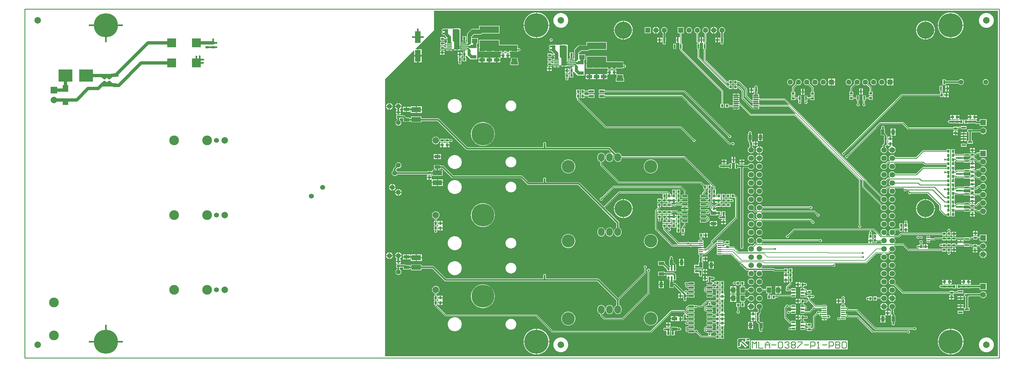
<source format=gtl>
G04 Layer_Physical_Order=1*
G04 Layer_Color=128*
%FSLAX43Y43*%
%MOMM*%
G71*
G01*
G75*
%ADD10R,2.700X2.700*%
%ADD11O,0.800X0.400*%
%ADD12O,1.400X0.350*%
%ADD13R,6.000X2.000*%
%ADD14R,1.000X0.600*%
%ADD15R,0.600X1.350*%
%ADD16R,1.800X1.340*%
%ADD17R,1.340X1.800*%
%ADD18R,1.800X2.000*%
%ADD19R,0.800X0.900*%
G04:AMPARAMS|DCode=20|XSize=0.45mm|YSize=1.6mm|CornerRadius=0.05mm|HoleSize=0mm|Usage=FLASHONLY|Rotation=90.000|XOffset=0mm|YOffset=0mm|HoleType=Round|Shape=RoundedRectangle|*
%AMROUNDEDRECTD20*
21,1,0.450,1.501,0,0,90.0*
21,1,0.351,1.600,0,0,90.0*
1,1,0.099,0.750,0.175*
1,1,0.099,0.750,-0.175*
1,1,0.099,-0.750,-0.175*
1,1,0.099,-0.750,0.175*
%
%ADD20ROUNDEDRECTD20*%
%ADD21R,4.240X3.810*%
%ADD22R,1.800X3.550*%
%ADD23C,2.000*%
G04:AMPARAMS|DCode=24|XSize=0.65mm|YSize=1.65mm|CornerRadius=0.049mm|HoleSize=0mm|Usage=FLASHONLY|Rotation=270.000|XOffset=0mm|YOffset=0mm|HoleType=Round|Shape=RoundedRectangle|*
%AMROUNDEDRECTD24*
21,1,0.650,1.552,0,0,270.0*
21,1,0.552,1.650,0,0,270.0*
1,1,0.098,-0.776,-0.276*
1,1,0.098,-0.776,0.276*
1,1,0.098,0.776,0.276*
1,1,0.098,0.776,-0.276*
%
%ADD24ROUNDEDRECTD24*%
%ADD25R,2.900X1.500*%
%ADD26R,1.700X1.000*%
%ADD27R,1.600X0.800*%
G04:AMPARAMS|DCode=28|XSize=0.3mm|YSize=1.55mm|CornerRadius=0.05mm|HoleSize=0mm|Usage=FLASHONLY|Rotation=90.000|XOffset=0mm|YOffset=0mm|HoleType=Round|Shape=RoundedRectangle|*
%AMROUNDEDRECTD28*
21,1,0.300,1.451,0,0,90.0*
21,1,0.201,1.550,0,0,90.0*
1,1,0.099,0.726,0.101*
1,1,0.099,0.726,-0.101*
1,1,0.099,-0.726,-0.101*
1,1,0.099,-0.726,0.101*
%
%ADD28ROUNDEDRECTD28*%
G04:AMPARAMS|DCode=29|XSize=1.73mm|YSize=1.9mm|CornerRadius=0.052mm|HoleSize=0mm|Usage=FLASHONLY|Rotation=0.000|XOffset=0mm|YOffset=0mm|HoleType=Round|Shape=RoundedRectangle|*
%AMROUNDEDRECTD29*
21,1,1.730,1.796,0,0,0.0*
21,1,1.626,1.900,0,0,0.0*
1,1,0.104,0.813,-0.898*
1,1,0.104,-0.813,-0.898*
1,1,0.104,-0.813,0.898*
1,1,0.104,0.813,0.898*
%
%ADD29ROUNDEDRECTD29*%
%ADD30R,0.600X1.000*%
%ADD31R,0.900X0.800*%
%ADD32R,1.350X0.600*%
%ADD33R,1.000X1.700*%
%ADD34C,0.250*%
%ADD35C,0.350*%
%ADD36C,0.150*%
%ADD37C,0.500*%
%ADD38C,0.200*%
%ADD39C,1.000*%
%ADD40C,0.300*%
%ADD41C,0.400*%
%ADD42C,0.254*%
%ADD43O,2.000X2.500*%
%ADD44C,7.000*%
%ADD45C,1.524*%
%ADD46C,3.000*%
%ADD47C,1.600*%
%ADD48R,1.600X1.600*%
%ADD49C,1.500*%
%ADD50C,7.400*%
%ADD51C,5.300*%
%ADD52C,1.700*%
%ADD53C,1.750*%
%ADD54R,1.750X1.750*%
%ADD55C,4.000*%
%ADD56R,2.000X2.000*%
%ADD57R,1.800X1.800*%
%ADD58C,1.800*%
%ADD59C,0.600*%
G36*
X299500Y500D02*
X110900D01*
Y85900D01*
X119684Y94684D01*
X119846Y94617D01*
Y93252D01*
X120873D01*
Y95154D01*
X120383D01*
X120316Y95316D01*
X121950Y96950D01*
X122050D01*
Y97050D01*
X126000Y101000D01*
X126000Y107000D01*
X299500D01*
Y500D01*
D02*
G37*
%LPC*%
G36*
X114873Y32508D02*
X114735Y32490D01*
X114488Y32387D01*
X114275Y32225D01*
X114113Y32012D01*
X114010Y31765D01*
X113992Y31627D01*
X114873D01*
Y32508D01*
D02*
G37*
G36*
X112123Y32508D02*
X111985Y32490D01*
X111738Y32387D01*
X111525Y32225D01*
X111363Y32012D01*
X111260Y31765D01*
X111242Y31627D01*
X112123D01*
Y32508D01*
D02*
G37*
G36*
X117373Y31854D02*
X116396D01*
Y31227D01*
X117373D01*
Y31854D01*
D02*
G37*
G36*
X118604D02*
X117627D01*
Y31227D01*
X118604D01*
Y31854D01*
D02*
G37*
G36*
X294873Y33042D02*
X294705Y33020D01*
X294431Y32906D01*
X294195Y32725D01*
X294014Y32489D01*
X293900Y32215D01*
X293878Y32047D01*
X294873D01*
Y33042D01*
D02*
G37*
G36*
X295127Y33042D02*
Y32047D01*
X296122D01*
X296100Y32215D01*
X295986Y32489D01*
X295805Y32725D01*
X295569Y32906D01*
X295295Y33020D01*
X295127Y33042D01*
D02*
G37*
G36*
X285100Y33850D02*
X283900D01*
Y32750D01*
X284220D01*
Y32554D01*
X284176Y32524D01*
X284076Y32376D01*
X284041Y32200D01*
X284076Y32024D01*
X284176Y31876D01*
X284324Y31776D01*
X284500Y31741D01*
X284676Y31776D01*
X284824Y31876D01*
X284924Y32024D01*
X284959Y32200D01*
X284924Y32376D01*
X284824Y32524D01*
X284780Y32554D01*
Y32750D01*
X285100D01*
Y33850D01*
D02*
G37*
G36*
X115127Y32508D02*
Y31627D01*
X116008D01*
X115990Y31765D01*
X115887Y32012D01*
X115725Y32225D01*
X115512Y32387D01*
X115265Y32490D01*
X115127Y32508D01*
D02*
G37*
G36*
X112377Y32508D02*
Y31627D01*
X113258D01*
X113240Y31765D01*
X113137Y32012D01*
X112975Y32225D01*
X112762Y32387D01*
X112515Y32490D01*
X112377Y32508D01*
D02*
G37*
G36*
X113258Y31373D02*
X112377D01*
Y30492D01*
X112515Y30510D01*
X112762Y30613D01*
X112975Y30775D01*
X113137Y30988D01*
X113240Y31235D01*
X113258Y31373D01*
D02*
G37*
G36*
X209373Y31204D02*
X208846D01*
Y30627D01*
X209373D01*
Y31204D01*
D02*
G37*
G36*
X112123Y31373D02*
X111242D01*
X111260Y31235D01*
X111363Y30988D01*
X111525Y30775D01*
X111738Y30613D01*
X111985Y30510D01*
X112123Y30492D01*
Y31373D01*
D02*
G37*
G36*
X117373Y30973D02*
X116396D01*
Y30346D01*
X117373D01*
Y30973D01*
D02*
G37*
G36*
X118604D02*
X117627D01*
Y30346D01*
X118604D01*
Y30973D01*
D02*
G37*
G36*
X120373Y31904D02*
X118796D01*
Y31027D01*
X120373D01*
Y31904D01*
D02*
G37*
G36*
X122204D02*
X120627D01*
Y31027D01*
X122204D01*
Y31904D01*
D02*
G37*
G36*
X296122Y31793D02*
X295127D01*
Y30798D01*
X295295Y30820D01*
X295569Y30934D01*
X295805Y31115D01*
X295986Y31351D01*
X296100Y31625D01*
X296122Y31793D01*
D02*
G37*
G36*
X210154Y31204D02*
X209627D01*
Y30627D01*
X210154D01*
Y31204D01*
D02*
G37*
G36*
X294873Y31793D02*
X293878D01*
X293900Y31625D01*
X294014Y31351D01*
X294195Y31115D01*
X294431Y30934D01*
X294705Y30820D01*
X294873Y30798D01*
Y31793D01*
D02*
G37*
G36*
X292373Y32973D02*
X291796D01*
Y32446D01*
X292373D01*
Y32973D01*
D02*
G37*
G36*
X277954Y35004D02*
X277427D01*
Y34427D01*
X277954D01*
Y35004D01*
D02*
G37*
G36*
X288954Y35573D02*
X288025D01*
X287096D01*
Y35155D01*
X287096Y35146D01*
X287073Y34980D01*
X286600D01*
Y35250D01*
X285400D01*
Y34980D01*
X285100D01*
Y35250D01*
X283900D01*
Y34980D01*
X283600D01*
Y35250D01*
X282400D01*
Y35184D01*
X282225Y35091D01*
X282176Y35124D01*
X282000Y35159D01*
X281824Y35124D01*
X281676Y35024D01*
X281576Y34876D01*
X281541Y34700D01*
X281576Y34524D01*
X281676Y34376D01*
X281824Y34276D01*
X282000Y34241D01*
X282176Y34276D01*
X282225Y34309D01*
X282400Y34216D01*
Y34150D01*
X283600D01*
Y34420D01*
X283900D01*
Y34150D01*
X285100D01*
Y34420D01*
X285400D01*
Y34150D01*
X286600D01*
Y34420D01*
X289150D01*
Y34300D01*
X290800D01*
Y34470D01*
X291234D01*
X291442Y34262D01*
X291533Y34201D01*
X291640Y34180D01*
X291900D01*
Y33950D01*
X293100D01*
Y34180D01*
X294007D01*
X294105Y33943D01*
X294269Y33729D01*
X294483Y33565D01*
X294732Y33461D01*
X295000Y33426D01*
X295268Y33461D01*
X295517Y33565D01*
X295731Y33729D01*
X295895Y33943D01*
X295999Y34192D01*
X296034Y34460D01*
X295999Y34728D01*
X295895Y34977D01*
X295731Y35191D01*
X295517Y35355D01*
X295268Y35459D01*
X295000Y35494D01*
X294732Y35459D01*
X294483Y35355D01*
X294269Y35191D01*
X294105Y34977D01*
X294007Y34740D01*
X293100D01*
Y35050D01*
X291900D01*
Y34816D01*
X291725Y34772D01*
X291548Y34948D01*
X291457Y35009D01*
X291350Y35030D01*
X290800D01*
Y35200D01*
X289150D01*
Y35004D01*
X289012Y34995D01*
X288957Y35148D01*
X288954Y35163D01*
Y35573D01*
D02*
G37*
G36*
X192700Y38160D02*
X192279Y38119D01*
X191873Y37996D01*
X191500Y37796D01*
X191172Y37528D01*
X190904Y37200D01*
X190704Y36827D01*
X190581Y36421D01*
X190540Y36000D01*
X190581Y35579D01*
X190704Y35173D01*
X190904Y34800D01*
X191172Y34472D01*
X191500Y34204D01*
X191873Y34004D01*
X192279Y33881D01*
X192700Y33840D01*
X193121Y33881D01*
X193527Y34004D01*
X193900Y34204D01*
X194228Y34472D01*
X194496Y34800D01*
X194696Y35173D01*
X194819Y35579D01*
X194860Y36000D01*
X194819Y36421D01*
X194696Y36827D01*
X194496Y37200D01*
X194228Y37528D01*
X193900Y37796D01*
X193527Y37996D01*
X193121Y38119D01*
X192700Y38160D01*
D02*
G37*
G36*
X277173Y35004D02*
X276646D01*
Y34427D01*
X277173D01*
Y35004D01*
D02*
G37*
G36*
X223560Y37169D02*
X223299Y37134D01*
X223056Y37033D01*
X222847Y36873D01*
X222686Y36664D01*
X222586Y36421D01*
X222551Y36160D01*
X222586Y35899D01*
X222686Y35656D01*
X222847Y35447D01*
X223056Y35286D01*
X223299Y35186D01*
X223560Y35151D01*
X223821Y35186D01*
X224064Y35286D01*
X224273Y35447D01*
X224433Y35656D01*
X224534Y35899D01*
X224569Y36160D01*
X224534Y36421D01*
X224433Y36664D01*
X224273Y36873D01*
X224064Y37033D01*
X223821Y37134D01*
X223560Y37169D01*
D02*
G37*
G36*
X287898Y36254D02*
X287096D01*
Y35827D01*
X287898D01*
Y36254D01*
D02*
G37*
G36*
X288954D02*
X288152D01*
Y35827D01*
X288954D01*
Y36254D01*
D02*
G37*
G36*
X260173Y35973D02*
X259646D01*
Y35396D01*
X260173D01*
Y35973D01*
D02*
G37*
G36*
X260954D02*
X260427D01*
Y35396D01*
X260954D01*
Y35973D01*
D02*
G37*
G36*
X167300Y38160D02*
X166879Y38119D01*
X166473Y37996D01*
X166100Y37796D01*
X165772Y37528D01*
X165504Y37200D01*
X165304Y36827D01*
X165181Y36421D01*
X165140Y36000D01*
X165181Y35579D01*
X165304Y35173D01*
X165504Y34800D01*
X165772Y34472D01*
X166100Y34204D01*
X166473Y34004D01*
X166879Y33881D01*
X167300Y33840D01*
X167721Y33881D01*
X168127Y34004D01*
X168500Y34204D01*
X168828Y34472D01*
X169096Y34800D01*
X169296Y35173D01*
X169419Y35579D01*
X169460Y36000D01*
X169419Y36421D01*
X169296Y36827D01*
X169096Y37200D01*
X168828Y37528D01*
X168500Y37796D01*
X168127Y37996D01*
X167721Y38119D01*
X167300Y38160D01*
D02*
G37*
G36*
X286704Y33173D02*
X286127D01*
Y32646D01*
X286704D01*
Y33173D01*
D02*
G37*
G36*
X132350Y37510D02*
X131929Y37469D01*
X131523Y37346D01*
X131150Y37146D01*
X130822Y36878D01*
X130554Y36550D01*
X130354Y36177D01*
X130231Y35771D01*
X130190Y35350D01*
X130231Y34929D01*
X130354Y34523D01*
X130554Y34150D01*
X130822Y33822D01*
X131150Y33554D01*
X131523Y33354D01*
X131929Y33231D01*
X132350Y33190D01*
X132771Y33231D01*
X133177Y33354D01*
X133550Y33554D01*
X133878Y33822D01*
X134146Y34150D01*
X134346Y34523D01*
X134469Y34929D01*
X134510Y35350D01*
X134469Y35771D01*
X134346Y36177D01*
X134146Y36550D01*
X133878Y36878D01*
X133550Y37146D01*
X133177Y37346D01*
X132771Y37469D01*
X132350Y37510D01*
D02*
G37*
G36*
X293204Y32973D02*
X292627D01*
Y32446D01*
X293204D01*
Y32973D01*
D02*
G37*
G36*
X285873Y33173D02*
X285296D01*
Y32646D01*
X285873D01*
Y33173D01*
D02*
G37*
G36*
X292373Y33754D02*
X291796D01*
Y33227D01*
X292373D01*
Y33754D01*
D02*
G37*
G36*
X286704Y33954D02*
X286127D01*
Y33427D01*
X286704D01*
Y33954D01*
D02*
G37*
G36*
X149650Y37008D02*
X149327Y36976D01*
X149016Y36882D01*
X148729Y36729D01*
X148478Y36522D01*
X148271Y36271D01*
X148118Y35984D01*
X148024Y35673D01*
X147992Y35350D01*
X148024Y35027D01*
X148118Y34716D01*
X148271Y34429D01*
X148478Y34178D01*
X148729Y33971D01*
X149016Y33818D01*
X149327Y33724D01*
X149650Y33692D01*
X149973Y33724D01*
X150284Y33818D01*
X150571Y33971D01*
X150822Y34178D01*
X151029Y34429D01*
X151182Y34716D01*
X151276Y35027D01*
X151308Y35350D01*
X151276Y35673D01*
X151182Y35984D01*
X151029Y36271D01*
X150822Y36522D01*
X150571Y36729D01*
X150284Y36882D01*
X149973Y36976D01*
X149650Y37008D01*
D02*
G37*
G36*
X293204Y33754D02*
X292627D01*
Y33227D01*
X293204D01*
Y33754D01*
D02*
G37*
G36*
X285873Y33954D02*
X285296D01*
Y33427D01*
X285873D01*
Y33954D01*
D02*
G37*
G36*
X267000Y32089D02*
X266739Y32054D01*
X266496Y31953D01*
X266287Y31793D01*
X266126Y31584D01*
X266026Y31341D01*
X265991Y31080D01*
X266026Y30819D01*
X266126Y30576D01*
X266287Y30367D01*
X266496Y30206D01*
X266739Y30106D01*
X267000Y30071D01*
X267261Y30106D01*
X267504Y30206D01*
X267713Y30367D01*
X267874Y30576D01*
X267974Y30819D01*
X268009Y31080D01*
X267974Y31341D01*
X267874Y31584D01*
X267713Y31793D01*
X267504Y31953D01*
X267261Y32054D01*
X267000Y32089D01*
D02*
G37*
G36*
X207300Y27250D02*
Y27250D01*
X207296Y27250D01*
X206100D01*
Y26150D01*
X207300D01*
Y26150D01*
X207450Y26090D01*
Y26000D01*
X207592D01*
Y25700D01*
X207576Y25676D01*
X207541Y25500D01*
X207576Y25324D01*
X207676Y25176D01*
X207824Y25076D01*
X208000Y25041D01*
X208176Y25076D01*
X208324Y25176D01*
X208424Y25324D01*
X208459Y25500D01*
X208424Y25676D01*
X208408Y25700D01*
Y26000D01*
X208550D01*
Y27200D01*
X207450D01*
Y27200D01*
X207300Y27250D01*
D02*
G37*
G36*
X132350Y29810D02*
X131929Y29769D01*
X131523Y29646D01*
X131150Y29446D01*
X130822Y29178D01*
X130554Y28850D01*
X130354Y28477D01*
X130231Y28071D01*
X130190Y27650D01*
X130231Y27229D01*
X130354Y26823D01*
X130554Y26450D01*
X130822Y26122D01*
X131150Y25854D01*
X131523Y25654D01*
X131929Y25531D01*
X132350Y25490D01*
X132771Y25531D01*
X133177Y25654D01*
X133550Y25854D01*
X133878Y26122D01*
X134146Y26450D01*
X134346Y26823D01*
X134469Y27229D01*
X134510Y27650D01*
X134469Y28071D01*
X134346Y28477D01*
X134146Y28850D01*
X133878Y29178D01*
X133550Y29446D01*
X133177Y29646D01*
X132771Y29769D01*
X132350Y29810D01*
D02*
G37*
G36*
X267000Y27009D02*
X266739Y26974D01*
X266496Y26873D01*
X266287Y26713D01*
X266126Y26504D01*
X266026Y26261D01*
X265991Y26000D01*
X266026Y25739D01*
X266126Y25496D01*
X266287Y25287D01*
X266496Y25126D01*
X266739Y25026D01*
X267000Y24991D01*
X267261Y25026D01*
X267504Y25126D01*
X267713Y25287D01*
X267874Y25496D01*
X267974Y25739D01*
X268009Y26000D01*
X267974Y26261D01*
X267874Y26504D01*
X267713Y26713D01*
X267504Y26873D01*
X267261Y26974D01*
X267000Y27009D01*
D02*
G37*
G36*
X210054Y25204D02*
X209527D01*
Y24627D01*
X210054D01*
Y25204D01*
D02*
G37*
G36*
X264460Y27009D02*
X264199Y26974D01*
X263956Y26873D01*
X263747Y26713D01*
X263586Y26504D01*
X263486Y26261D01*
X263451Y26000D01*
X263486Y25739D01*
X263586Y25496D01*
X263747Y25287D01*
X263956Y25126D01*
X264199Y25026D01*
X264460Y24991D01*
X264721Y25026D01*
X264964Y25126D01*
X265173Y25287D01*
X265333Y25496D01*
X265434Y25739D01*
X265469Y26000D01*
X265434Y26261D01*
X265333Y26504D01*
X265173Y26713D01*
X264964Y26873D01*
X264721Y26974D01*
X264460Y27009D01*
D02*
G37*
G36*
X210054Y26473D02*
X209527D01*
Y25896D01*
X210054D01*
Y26473D01*
D02*
G37*
G36*
X149650Y29308D02*
X149327Y29276D01*
X149016Y29182D01*
X148729Y29029D01*
X148478Y28822D01*
X148271Y28571D01*
X148118Y28284D01*
X148024Y27973D01*
X147992Y27650D01*
X148024Y27327D01*
X148118Y27016D01*
X148271Y26729D01*
X148478Y26478D01*
X148729Y26271D01*
X149016Y26118D01*
X149327Y26024D01*
X149650Y25992D01*
X149973Y26024D01*
X150284Y26118D01*
X150571Y26271D01*
X150822Y26478D01*
X151029Y26729D01*
X151182Y27016D01*
X151276Y27327D01*
X151308Y27650D01*
X151276Y27973D01*
X151182Y28284D01*
X151029Y28571D01*
X150822Y28822D01*
X150571Y29029D01*
X150284Y29182D01*
X149973Y29276D01*
X149650Y29308D01*
D02*
G37*
G36*
X209273Y26473D02*
X208746D01*
Y25896D01*
X209273D01*
Y26473D01*
D02*
G37*
G36*
X234173Y26204D02*
X233646D01*
Y25627D01*
X234173D01*
Y26204D01*
D02*
G37*
G36*
X234954D02*
X234427D01*
Y25627D01*
X234954D01*
Y26204D01*
D02*
G37*
G36*
X282973Y24054D02*
X282396D01*
Y23527D01*
X282973D01*
Y24054D01*
D02*
G37*
G36*
X209273Y24373D02*
X208746D01*
Y23796D01*
X209273D01*
Y24373D01*
D02*
G37*
G36*
X290627Y24054D02*
Y23527D01*
X291204D01*
Y24054D01*
X290627D01*
D02*
G37*
G36*
X284727D02*
Y23527D01*
X285304D01*
Y24054D01*
X284727D01*
D02*
G37*
G36*
X288873D02*
X288296D01*
Y23527D01*
X288873D01*
Y24054D01*
D02*
G37*
G36*
X234954Y25373D02*
X234300D01*
X233646D01*
Y24879D01*
X233646Y24750D01*
X233646Y24621D01*
Y24127D01*
X234954D01*
Y24621D01*
X234954Y24750D01*
X234954Y24879D01*
Y25373D01*
D02*
G37*
G36*
X209273Y25204D02*
X208746D01*
Y24627D01*
X209273D01*
Y25204D01*
D02*
G37*
G36*
X211350Y25100D02*
X210250D01*
Y23900D01*
X210417D01*
Y23384D01*
X210049D01*
X209971Y23368D01*
X209905Y23325D01*
X209862Y23259D01*
X209846Y23181D01*
Y22629D01*
X209862Y22551D01*
X209905Y22485D01*
X209971Y22442D01*
X210049Y22426D01*
X211601D01*
X211679Y22442D01*
X211745Y22485D01*
X211788Y22551D01*
X211804Y22629D01*
Y22893D01*
X211976Y22924D01*
X212076Y22776D01*
X212224Y22676D01*
X212400Y22641D01*
X212576Y22676D01*
X212750Y22582D01*
Y22500D01*
X213850D01*
Y23700D01*
X212750D01*
Y23618D01*
X212576Y23524D01*
X212400Y23559D01*
X212224Y23524D01*
X212076Y23424D01*
X211976Y23276D01*
X211970Y23244D01*
X211791D01*
X211788Y23259D01*
X211745Y23325D01*
X211679Y23368D01*
X211601Y23384D01*
X211233D01*
Y23900D01*
X211350D01*
Y24092D01*
X211700D01*
X211724Y24076D01*
X211900Y24041D01*
X212076Y24076D01*
X212224Y24176D01*
X212324Y24324D01*
X212359Y24500D01*
X212324Y24676D01*
X212224Y24824D01*
X212076Y24924D01*
X211900Y24959D01*
X211724Y24924D01*
X211700Y24908D01*
X211350D01*
Y25100D01*
D02*
G37*
G36*
X210054Y24373D02*
X209527D01*
Y23796D01*
X210054D01*
Y24373D01*
D02*
G37*
G36*
X198023Y24498D02*
X197596D01*
Y23871D01*
X198023D01*
Y24498D01*
D02*
G37*
G36*
X202073Y30504D02*
X201446D01*
Y29527D01*
X202073D01*
Y30504D01*
D02*
G37*
G36*
X202954D02*
X202327D01*
Y29527D01*
X202954D01*
Y30504D01*
D02*
G37*
G36*
X115704Y29573D02*
X115127D01*
Y29046D01*
X115704D01*
Y29573D01*
D02*
G37*
G36*
X212054Y29704D02*
X211427D01*
Y28727D01*
X212054D01*
Y29704D01*
D02*
G37*
G36*
X114873Y29573D02*
X114296D01*
Y29046D01*
X114873D01*
Y29573D01*
D02*
G37*
G36*
X120373Y30773D02*
X118796D01*
Y29896D01*
X120373D01*
Y30773D01*
D02*
G37*
G36*
X122204D02*
X120627D01*
Y29896D01*
X122204D01*
Y30773D01*
D02*
G37*
G36*
X116008Y31373D02*
X115000D01*
X113992D01*
X114010Y31235D01*
X114113Y30988D01*
X114275Y30775D01*
X114488Y30613D01*
X114689Y30529D01*
X114654Y30354D01*
X114296D01*
Y29827D01*
X115000D01*
X115704D01*
Y30354D01*
X115346D01*
X115311Y30529D01*
X115512Y30613D01*
X115725Y30775D01*
X115887Y30988D01*
X115990Y31235D01*
X116008Y31373D01*
D02*
G37*
G36*
X209373Y30373D02*
X208846D01*
Y29796D01*
X209373D01*
Y30373D01*
D02*
G37*
G36*
X210154D02*
X209627D01*
Y29796D01*
X210154D01*
Y30373D01*
D02*
G37*
G36*
X212054Y28473D02*
X211427D01*
Y27496D01*
X212054D01*
Y28473D01*
D02*
G37*
G36*
X264460Y29549D02*
X264199Y29514D01*
X263956Y29413D01*
X263747Y29253D01*
X263586Y29044D01*
X263486Y28801D01*
X263451Y28540D01*
X263486Y28279D01*
X263586Y28036D01*
X263747Y27827D01*
X263956Y27667D01*
X264199Y27566D01*
X264460Y27531D01*
X264721Y27566D01*
X264964Y27667D01*
X265173Y27827D01*
X265333Y28036D01*
X265434Y28279D01*
X265469Y28540D01*
X265434Y28801D01*
X265333Y29044D01*
X265173Y29253D01*
X264964Y29413D01*
X264721Y29514D01*
X264460Y29549D01*
D02*
G37*
G36*
X211173Y28473D02*
X210546D01*
Y27496D01*
X211173D01*
Y28473D01*
D02*
G37*
G36*
X209273Y27304D02*
X208746D01*
Y26727D01*
X209273D01*
Y27304D01*
D02*
G37*
G36*
X210054D02*
X209527D01*
Y26727D01*
X210054D01*
Y27304D01*
D02*
G37*
G36*
X202954Y29273D02*
X202327D01*
Y28296D01*
X202954D01*
Y29273D01*
D02*
G37*
G36*
X211173Y29704D02*
X210546D01*
Y28727D01*
X211173D01*
Y29704D01*
D02*
G37*
G36*
X202073Y29273D02*
X201446D01*
Y28296D01*
X202073D01*
Y29273D01*
D02*
G37*
G36*
X267000Y29549D02*
X266739Y29514D01*
X266496Y29413D01*
X266287Y29253D01*
X266126Y29044D01*
X266026Y28801D01*
X265991Y28540D01*
X266026Y28279D01*
X266126Y28036D01*
X266287Y27827D01*
X266496Y27667D01*
X266739Y27566D01*
X267000Y27531D01*
X267261Y27566D01*
X267504Y27667D01*
X267713Y27827D01*
X267874Y28036D01*
X267974Y28279D01*
X268009Y28540D01*
X267974Y28801D01*
X267874Y29044D01*
X267713Y29253D01*
X267504Y29413D01*
X267261Y29514D01*
X267000Y29549D01*
D02*
G37*
G36*
X199000Y31359D02*
X198824Y31324D01*
X198676Y31224D01*
X198576Y31076D01*
X198541Y30900D01*
X198576Y30724D01*
X198592Y30700D01*
Y30400D01*
X198350D01*
Y28400D01*
X198692D01*
Y28162D01*
X198600Y28025D01*
X198475Y28025D01*
X198077D01*
X197000Y29102D01*
Y29750D01*
X195000D01*
Y28450D01*
X196498D01*
X197700Y27248D01*
Y26725D01*
X198475D01*
X198600Y26725D01*
X198775Y26725D01*
X199550D01*
Y26725D01*
X199600D01*
Y26725D01*
X200500D01*
Y28025D01*
X200458D01*
Y28650D01*
X200458Y28650D01*
X200427Y28806D01*
X200338Y28938D01*
X200088Y29188D01*
X199956Y29277D01*
X199800Y29308D01*
X199650Y29383D01*
Y30400D01*
X199408D01*
Y30700D01*
X199424Y30724D01*
X199459Y30900D01*
X199424Y31076D01*
X199324Y31224D01*
X199176Y31324D01*
X199000Y31359D01*
D02*
G37*
G36*
X274950Y37609D02*
X274774Y37574D01*
X274626Y37474D01*
X274526Y37326D01*
X274491Y37150D01*
X274526Y36974D01*
X274626Y36826D01*
X274774Y36726D01*
X274950Y36691D01*
X275126Y36726D01*
X275274Y36826D01*
X275304Y36870D01*
X275490D01*
X275563Y36820D01*
X275700Y36793D01*
X276100D01*
X276237Y36820D01*
X276352Y36898D01*
X276430Y37013D01*
X276457Y37150D01*
X276430Y37287D01*
X276352Y37402D01*
X276237Y37480D01*
X276100Y37507D01*
X275700D01*
X275563Y37480D01*
X275490Y37430D01*
X275304D01*
X275274Y37474D01*
X275126Y37574D01*
X274950Y37609D01*
D02*
G37*
G36*
X277123Y45873D02*
X274347D01*
X274373Y45544D01*
X274480Y45100D01*
X274655Y44678D01*
X274893Y44288D01*
X275190Y43940D01*
X275538Y43643D01*
X275928Y43405D01*
X276350Y43230D01*
X276794Y43123D01*
X277123Y43097D01*
Y45873D01*
D02*
G37*
G36*
X280153D02*
X277377D01*
Y43097D01*
X277706Y43123D01*
X278150Y43230D01*
X278572Y43405D01*
X278962Y43643D01*
X279310Y43940D01*
X279607Y44288D01*
X279845Y44678D01*
X280020Y45100D01*
X280127Y45544D01*
X280153Y45873D01*
D02*
G37*
G36*
X187153D02*
X184377D01*
Y43097D01*
X184706Y43123D01*
X185150Y43230D01*
X185572Y43405D01*
X185962Y43643D01*
X186310Y43940D01*
X186607Y44288D01*
X186845Y44678D01*
X187020Y45100D01*
X187127Y45544D01*
X187153Y45873D01*
D02*
G37*
G36*
X201750Y44100D02*
X200650D01*
Y42900D01*
X200920D01*
Y42700D01*
X200650D01*
Y41500D01*
X200920D01*
Y41300D01*
X200650D01*
Y40100D01*
X200920D01*
Y39900D01*
X200650D01*
Y38700D01*
X201750D01*
Y39900D01*
X201480D01*
Y40100D01*
X201750D01*
Y41300D01*
X201480D01*
Y41500D01*
X201750D01*
Y42700D01*
X201480D01*
Y42900D01*
X201750D01*
Y43180D01*
X202197D01*
X202212Y43106D01*
X202255Y43040D01*
X202321Y42997D01*
X202399Y42981D01*
X203951D01*
X204029Y42997D01*
X204095Y43040D01*
X204138Y43106D01*
X204154Y43184D01*
Y43736D01*
X204138Y43814D01*
X204095Y43880D01*
X204029Y43923D01*
X203951Y43939D01*
X202399D01*
X202321Y43923D01*
X202255Y43880D01*
X202212Y43814D01*
X202197Y43740D01*
X201750D01*
Y44100D01*
D02*
G37*
G36*
X184123Y45873D02*
X181347D01*
X181373Y45544D01*
X181480Y45100D01*
X181655Y44678D01*
X181893Y44288D01*
X182190Y43940D01*
X182538Y43643D01*
X182928Y43405D01*
X183350Y43230D01*
X183794Y43123D01*
X184123Y43097D01*
Y45873D01*
D02*
G37*
G36*
X198273Y44154D02*
X197696D01*
Y43627D01*
X198273D01*
Y44154D01*
D02*
G37*
G36*
X215650Y45200D02*
X214550D01*
Y44000D01*
X214550Y44000D01*
X214550D01*
X214500Y43850D01*
X214421Y43708D01*
X214200D01*
X214176Y43724D01*
X214000Y43759D01*
X213824Y43724D01*
X213676Y43624D01*
X213576Y43476D01*
X213541Y43300D01*
X213576Y43124D01*
X213676Y42976D01*
X213824Y42876D01*
X214000Y42841D01*
X214176Y42876D01*
X214200Y42892D01*
X214500D01*
Y42750D01*
X215700D01*
Y43846D01*
X215700Y43850D01*
X215700D01*
X215650Y44000D01*
X215650Y44000D01*
Y45200D01*
D02*
G37*
G36*
X199927Y44204D02*
Y43627D01*
X200454D01*
Y44204D01*
X199927D01*
D02*
G37*
G36*
X291573Y44073D02*
X290996D01*
Y43546D01*
X291573D01*
Y44073D01*
D02*
G37*
G36*
X292404D02*
X291827D01*
Y43546D01*
X292404D01*
Y44073D01*
D02*
G37*
G36*
X214973Y42554D02*
X214396D01*
Y42027D01*
X214973D01*
Y42554D01*
D02*
G37*
G36*
X215804D02*
X215227D01*
Y42027D01*
X215804D01*
Y42554D01*
D02*
G37*
G36*
X128554Y42204D02*
X128027D01*
Y41627D01*
X128554D01*
Y42204D01*
D02*
G37*
G36*
X197500Y44050D02*
X196300D01*
Y42950D01*
X196620D01*
Y42650D01*
X196300D01*
Y41550D01*
X197500D01*
Y41820D01*
X197800D01*
Y41550D01*
X199000D01*
Y42650D01*
X197800D01*
Y42380D01*
X197500D01*
Y42650D01*
X197180D01*
Y42950D01*
X197500D01*
Y44050D01*
D02*
G37*
G36*
X127773Y42204D02*
X127246D01*
Y41627D01*
X127773D01*
Y42204D01*
D02*
G37*
G36*
X267000Y44789D02*
X266739Y44754D01*
X266496Y44653D01*
X266287Y44493D01*
X266126Y44284D01*
X266026Y44041D01*
X265991Y43780D01*
X266026Y43519D01*
X266126Y43276D01*
X266287Y43067D01*
X266496Y42907D01*
X266739Y42806D01*
X267000Y42771D01*
X267261Y42806D01*
X267504Y42907D01*
X267713Y43067D01*
X267874Y43276D01*
X267974Y43519D01*
X268009Y43780D01*
X267974Y44041D01*
X267874Y44284D01*
X267713Y44493D01*
X267504Y44653D01*
X267261Y44754D01*
X267000Y44789D01*
D02*
G37*
G36*
X198273Y43373D02*
X197696D01*
Y42846D01*
X198273D01*
Y43373D01*
D02*
G37*
G36*
X264460Y44789D02*
X264199Y44754D01*
X263956Y44653D01*
X263747Y44493D01*
X263586Y44284D01*
X263486Y44041D01*
X263451Y43780D01*
X263486Y43519D01*
X263586Y43276D01*
X263747Y43067D01*
X263956Y42907D01*
X264199Y42806D01*
X264460Y42771D01*
X264721Y42806D01*
X264964Y42907D01*
X265173Y43067D01*
X265333Y43276D01*
X265434Y43519D01*
X265469Y43780D01*
X265434Y44041D01*
X265333Y44284D01*
X265173Y44493D01*
X264964Y44653D01*
X264721Y44754D01*
X264460Y44789D01*
D02*
G37*
G36*
X196000Y44050D02*
X194800D01*
Y42950D01*
X194965D01*
X194979Y42934D01*
X195043Y42775D01*
X194976Y42676D01*
X194941Y42500D01*
X194976Y42324D01*
X195076Y42176D01*
X195224Y42076D01*
X195400Y42041D01*
X195576Y42076D01*
X195724Y42176D01*
X195824Y42324D01*
X195859Y42500D01*
X195824Y42676D01*
X195757Y42775D01*
X195821Y42934D01*
X195835Y42950D01*
X196000D01*
Y44050D01*
D02*
G37*
G36*
X209601Y43939D02*
X208049D01*
X207971Y43923D01*
X207905Y43880D01*
X207862Y43814D01*
X207846Y43736D01*
Y43184D01*
X207862Y43106D01*
X207905Y43040D01*
X207971Y42997D01*
X208049Y42981D01*
X209601D01*
X209679Y42997D01*
X209745Y43040D01*
X209783Y43098D01*
X209830Y43112D01*
X209972Y43132D01*
X210120Y42984D01*
Y42716D01*
X209964Y42560D01*
X209922Y42556D01*
X209753Y42597D01*
X209745Y42610D01*
X209679Y42653D01*
X209601Y42669D01*
X208049D01*
X207971Y42653D01*
X207905Y42610D01*
X207862Y42544D01*
X207846Y42466D01*
Y41914D01*
X207862Y41836D01*
X207905Y41770D01*
X207971Y41727D01*
X208049Y41711D01*
X209601D01*
X209679Y41727D01*
X209745Y41770D01*
X209788Y41836D01*
X209803Y41910D01*
X209990D01*
X210097Y41931D01*
X210188Y41992D01*
X210598Y42402D01*
X210659Y42493D01*
X210680Y42600D01*
Y43100D01*
X210659Y43207D01*
X210598Y43298D01*
X210238Y43658D01*
X210147Y43719D01*
X210040Y43740D01*
X209803D01*
X209788Y43814D01*
X209745Y43880D01*
X209679Y43923D01*
X209601Y43939D01*
D02*
G37*
G36*
X203951Y46585D02*
X203302D01*
Y46127D01*
X204260D01*
Y46276D01*
X204236Y46394D01*
X204170Y46495D01*
X204069Y46561D01*
X203951Y46585D01*
D02*
G37*
G36*
X209601Y47749D02*
X208049D01*
X207971Y47733D01*
X207905Y47690D01*
X207862Y47624D01*
X207846Y47546D01*
Y46994D01*
X207862Y46916D01*
X207905Y46850D01*
X207971Y46807D01*
X208049Y46791D01*
X209601D01*
X209679Y46807D01*
X209745Y46850D01*
X209788Y46916D01*
X209803Y46990D01*
X211214D01*
X211546Y46657D01*
Y45947D01*
X211371Y45854D01*
X211350Y45868D01*
Y46600D01*
X210250D01*
Y46408D01*
X209752D01*
X209745Y46420D01*
X209679Y46463D01*
X209601Y46479D01*
X208049D01*
X207971Y46463D01*
X207905Y46420D01*
X207862Y46354D01*
X207846Y46276D01*
Y45724D01*
X207862Y45646D01*
X207905Y45580D01*
X207971Y45537D01*
X208049Y45521D01*
X209601D01*
X209679Y45537D01*
X209745Y45580D01*
X209752Y45592D01*
X210250D01*
Y45400D01*
X210523D01*
X211000Y44923D01*
Y43950D01*
X212996D01*
X213000Y43950D01*
Y43950D01*
X213150Y44000D01*
X213150Y44000D01*
X214250D01*
Y45200D01*
X213150D01*
Y45200D01*
X213000Y45250D01*
X212854Y45296D01*
Y45873D01*
X212200D01*
Y46127D01*
X212854D01*
Y46480D01*
X213000Y46550D01*
X214200D01*
Y46820D01*
X214500D01*
Y46550D01*
X215700D01*
Y46820D01*
X216000D01*
Y46550D01*
X217200D01*
Y47650D01*
X216000D01*
Y47380D01*
X215700D01*
Y47650D01*
X214500D01*
Y47380D01*
X214200D01*
Y47650D01*
X213000D01*
Y47380D01*
X212900D01*
X212793Y47359D01*
X212702Y47298D01*
X212484Y47080D01*
X211916D01*
X211528Y47468D01*
X211437Y47529D01*
X211330Y47550D01*
X209803D01*
X209788Y47624D01*
X209745Y47690D01*
X209679Y47733D01*
X209601Y47749D01*
D02*
G37*
G36*
X203048Y46585D02*
X202399D01*
X202281Y46561D01*
X202180Y46495D01*
X202114Y46394D01*
X202090Y46276D01*
Y46127D01*
X203048D01*
Y46585D01*
D02*
G37*
G36*
X277123Y48903D02*
X276794Y48877D01*
X276350Y48770D01*
X275928Y48595D01*
X275538Y48357D01*
X275190Y48060D01*
X274893Y47712D01*
X274655Y47322D01*
X274480Y46900D01*
X274373Y46456D01*
X274347Y46127D01*
X277123D01*
Y48903D01*
D02*
G37*
G36*
X277377D02*
Y46127D01*
X280153D01*
X280127Y46456D01*
X280020Y46900D01*
X279845Y47322D01*
X279607Y47712D01*
X279310Y48060D01*
X278962Y48357D01*
X278572Y48595D01*
X278150Y48770D01*
X277706Y48877D01*
X277377Y48903D01*
D02*
G37*
G36*
X115000Y60300D02*
X114762Y60269D01*
X114540Y60177D01*
X114350Y60030D01*
X114203Y59840D01*
X114111Y59618D01*
X114080Y59380D01*
X114111Y59142D01*
X114133Y59090D01*
X113592Y58548D01*
X113503Y58416D01*
X113472Y58260D01*
X113472Y58260D01*
Y57788D01*
X113420Y57767D01*
X113230Y57620D01*
X113083Y57430D01*
X112991Y57208D01*
X112960Y56970D01*
X112991Y56732D01*
X113083Y56510D01*
X113230Y56320D01*
X113420Y56173D01*
X113642Y56081D01*
X113880Y56050D01*
X114118Y56081D01*
X114340Y56173D01*
X114530Y56320D01*
X114677Y56510D01*
X114698Y56562D01*
X123900D01*
Y56450D01*
X125100D01*
Y56562D01*
X125400D01*
Y56100D01*
X128600D01*
Y57900D01*
X127408D01*
Y58150D01*
X128000D01*
Y58392D01*
X128531D01*
X131412Y55512D01*
X131544Y55423D01*
X131700Y55392D01*
X131700Y55392D01*
X152731D01*
X154712Y53412D01*
X154712Y53412D01*
X154844Y53323D01*
X155000Y53292D01*
X170331D01*
X177812Y45812D01*
X177812Y45812D01*
X182142Y41481D01*
Y40126D01*
X181970Y40055D01*
X181730Y39870D01*
X181545Y39630D01*
X181430Y39350D01*
X181390Y39050D01*
Y38550D01*
X181430Y38250D01*
X181545Y37970D01*
X181730Y37730D01*
X181970Y37545D01*
X182250Y37430D01*
X182550Y37390D01*
X182850Y37430D01*
X183130Y37545D01*
X183370Y37730D01*
X183555Y37970D01*
X183670Y38250D01*
X183710Y38550D01*
Y39050D01*
X183670Y39350D01*
X183555Y39630D01*
X183370Y39870D01*
X183130Y40055D01*
X182958Y40126D01*
Y41650D01*
X182958Y41650D01*
X182927Y41806D01*
X182838Y41938D01*
X182838Y41938D01*
X178587Y46190D01*
X183116Y50720D01*
X197676D01*
X197717Y50661D01*
X197750Y50500D01*
X197750D01*
Y49329D01*
X197750Y49307D01*
X197696Y49154D01*
X197696Y49147D01*
Y48627D01*
X198400D01*
Y48500D01*
X198527D01*
Y47846D01*
X198992D01*
X199146Y47796D01*
X199258Y47796D01*
X199673D01*
Y48500D01*
X199800D01*
Y48627D01*
X200454D01*
X200454Y49204D01*
X200350Y49336D01*
X200350Y49379D01*
Y50500D01*
X200080D01*
Y50700D01*
X200350D01*
Y51900D01*
X199250D01*
Y50700D01*
X199520D01*
Y50500D01*
X199250D01*
Y50180D01*
X198850D01*
Y50500D01*
X198580D01*
Y50600D01*
X198559Y50707D01*
X198498Y50798D01*
X198098Y51198D01*
X198007Y51259D01*
X197900Y51280D01*
X183000D01*
X182893Y51259D01*
X182802Y51198D01*
X178190Y46587D01*
X170788Y53988D01*
X170656Y54077D01*
X170500Y54108D01*
X170500Y54108D01*
X160408D01*
Y54900D01*
X160424Y54924D01*
X160459Y55100D01*
X160424Y55276D01*
X160324Y55424D01*
X160176Y55524D01*
X160000Y55559D01*
X159824Y55524D01*
X159676Y55424D01*
X159576Y55276D01*
X159541Y55100D01*
X159576Y54924D01*
X159592Y54900D01*
Y54108D01*
X155169D01*
X153188Y56088D01*
X153056Y56177D01*
X152900Y56208D01*
X152900Y56208D01*
X131869D01*
X128988Y59088D01*
X128856Y59177D01*
X128700Y59208D01*
X128700Y59208D01*
X128000D01*
Y59450D01*
X126000D01*
Y58150D01*
X126592D01*
Y57900D01*
X125400D01*
Y57378D01*
X125100D01*
Y57550D01*
X123900D01*
Y57378D01*
X114698D01*
X114677Y57430D01*
X114530Y57620D01*
X114340Y57767D01*
X114288Y57788D01*
Y58091D01*
X114710Y58513D01*
X114762Y58491D01*
X115000Y58460D01*
X115238Y58491D01*
X115460Y58583D01*
X115650Y58730D01*
X115797Y58920D01*
X115889Y59142D01*
X115920Y59380D01*
X115889Y59618D01*
X115797Y59840D01*
X115650Y60030D01*
X115460Y60177D01*
X115238Y60269D01*
X115000Y60300D01*
D02*
G37*
G36*
X212073Y48373D02*
X211546D01*
Y47796D01*
X212073D01*
Y48373D01*
D02*
G37*
G36*
X292404Y48173D02*
X291827D01*
Y47646D01*
X292404D01*
Y48173D01*
D02*
G37*
G36*
X203951Y47749D02*
X202399D01*
X202321Y47733D01*
X202255Y47690D01*
X202212Y47624D01*
X202197Y47550D01*
X200570D01*
X200463Y47529D01*
X200372Y47468D01*
X200084Y47180D01*
X199516D01*
X199398Y47298D01*
X199307Y47359D01*
X199200Y47380D01*
X199000D01*
Y47650D01*
X197800D01*
Y47380D01*
X197500D01*
Y47650D01*
X196300D01*
Y46550D01*
X197500D01*
Y46820D01*
X197800D01*
Y46550D01*
X199000D01*
Y46656D01*
X199175Y46728D01*
X199202Y46702D01*
X199293Y46641D01*
X199400Y46620D01*
X200200D01*
X200307Y46641D01*
X200398Y46702D01*
X200686Y46990D01*
X202197D01*
X202212Y46916D01*
X202255Y46850D01*
X202321Y46807D01*
X202399Y46791D01*
X203951D01*
X204029Y46807D01*
X204095Y46850D01*
X204138Y46916D01*
X204154Y46994D01*
Y47546D01*
X204138Y47624D01*
X204095Y47690D01*
X204029Y47733D01*
X203951Y47749D01*
D02*
G37*
G36*
X291573Y48173D02*
X290996D01*
Y47646D01*
X291573D01*
Y48173D01*
D02*
G37*
G36*
X292404Y44854D02*
X291827D01*
Y44327D01*
X292404D01*
Y44854D01*
D02*
G37*
G36*
X267000Y47329D02*
X266739Y47294D01*
X266496Y47193D01*
X266287Y47033D01*
X266126Y46824D01*
X266026Y46581D01*
X265991Y46320D01*
X266026Y46059D01*
X266126Y45816D01*
X266287Y45607D01*
X266496Y45446D01*
X266739Y45346D01*
X267000Y45311D01*
X267261Y45346D01*
X267504Y45446D01*
X267713Y45607D01*
X267874Y45816D01*
X267974Y46059D01*
X268009Y46320D01*
X267974Y46581D01*
X267874Y46824D01*
X267713Y47033D01*
X267504Y47193D01*
X267261Y47294D01*
X267000Y47329D01*
D02*
G37*
G36*
X291573Y44854D02*
X290996D01*
Y44327D01*
X291573D01*
Y44854D01*
D02*
G37*
G36*
X195900Y47650D02*
X194700D01*
Y46550D01*
X194806D01*
X194878Y46375D01*
X194102Y45598D01*
X194041Y45507D01*
X194020Y45400D01*
Y39700D01*
X194041Y39593D01*
X194102Y39502D01*
X199152Y34452D01*
X199243Y34391D01*
X199350Y34370D01*
X204646D01*
X204676Y34326D01*
X204824Y34226D01*
X205000Y34191D01*
X205176Y34226D01*
X205324Y34326D01*
X205354Y34370D01*
X207121D01*
X207214Y34195D01*
X207196Y34167D01*
X207188Y34127D01*
X208125D01*
X209062D01*
X209054Y34167D01*
X208959Y34309D01*
X208957Y34311D01*
X208884Y34416D01*
X208956Y34523D01*
X208981Y34650D01*
X208956Y34777D01*
X208884Y34884D01*
Y35066D01*
X208956Y35173D01*
X208981Y35300D01*
X208956Y35427D01*
X208884Y35534D01*
Y35716D01*
X208956Y35823D01*
X208981Y35950D01*
X208956Y36077D01*
X208884Y36184D01*
X208777Y36256D01*
X208650Y36281D01*
X208405D01*
Y37200D01*
X208750D01*
Y38400D01*
X207650D01*
Y37200D01*
X207845D01*
Y36281D01*
X207600D01*
X207473Y36256D01*
X207366Y36184D01*
X207294Y36077D01*
X207269Y35950D01*
X207294Y35823D01*
X207339Y35755D01*
X207290Y35618D01*
X207262Y35580D01*
X204554D01*
X204524Y35624D01*
X204376Y35724D01*
X204200Y35759D01*
X204024Y35724D01*
X203876Y35624D01*
X203846Y35580D01*
X201316D01*
X197180Y39716D01*
Y40150D01*
X197500D01*
Y41250D01*
X196300D01*
Y40150D01*
X196620D01*
Y39600D01*
X196641Y39493D01*
X196702Y39402D01*
X200998Y35105D01*
X200998Y35090D01*
X200943Y34930D01*
X199466D01*
X194580Y39816D01*
Y45158D01*
X194625Y45187D01*
X194800Y45094D01*
Y44350D01*
X196000D01*
Y44620D01*
X196300D01*
Y44350D01*
X197500D01*
Y44620D01*
X197800D01*
Y44350D01*
X199000D01*
Y44620D01*
X199200D01*
X199307Y44641D01*
X199398Y44702D01*
X199616Y44920D01*
X200584D01*
X200972Y44532D01*
X201063Y44471D01*
X201170Y44450D01*
X202197D01*
X202212Y44376D01*
X202255Y44310D01*
X202321Y44267D01*
X202399Y44251D01*
X203951D01*
X204029Y44267D01*
X204095Y44310D01*
X204138Y44376D01*
X204154Y44454D01*
Y45006D01*
X204138Y45084D01*
X204095Y45150D01*
X204029Y45193D01*
X203951Y45209D01*
X202399D01*
X202321Y45193D01*
X202255Y45150D01*
X202212Y45084D01*
X202197Y45010D01*
X201286D01*
X200898Y45398D01*
X200807Y45459D01*
X200700Y45480D01*
X199500D01*
X199393Y45459D01*
X199302Y45398D01*
X199175Y45272D01*
X199000Y45344D01*
Y45450D01*
X197800D01*
Y45180D01*
X197500D01*
Y45450D01*
X196300D01*
Y45180D01*
X196000D01*
Y45450D01*
X194994D01*
X194922Y45625D01*
X195498Y46202D01*
X195559Y46293D01*
X195580Y46400D01*
Y46550D01*
X195900D01*
Y47650D01*
D02*
G37*
G36*
X209601Y45209D02*
X208049D01*
X207971Y45193D01*
X207905Y45150D01*
X207862Y45084D01*
X207846Y45006D01*
Y44454D01*
X207862Y44376D01*
X207905Y44310D01*
X207971Y44267D01*
X208049Y44251D01*
X209601D01*
X209679Y44267D01*
X209745Y44310D01*
X209772Y44351D01*
X209859Y44378D01*
X209884Y44383D01*
X209970Y44390D01*
X210094Y44306D01*
X210270Y44271D01*
X210446Y44306D01*
X210594Y44406D01*
X210694Y44554D01*
X210729Y44730D01*
X210694Y44906D01*
X210594Y45054D01*
X210446Y45154D01*
X210270Y45189D01*
X210094Y45154D01*
X209970Y45070D01*
X209884Y45077D01*
X209859Y45082D01*
X209772Y45109D01*
X209745Y45150D01*
X209679Y45193D01*
X209601Y45209D01*
D02*
G37*
G36*
X184123Y48903D02*
X183794Y48877D01*
X183350Y48770D01*
X182928Y48595D01*
X182538Y48357D01*
X182190Y48060D01*
X181893Y47712D01*
X181655Y47322D01*
X181480Y46900D01*
X181373Y46456D01*
X181347Y46127D01*
X184123D01*
Y48903D01*
D02*
G37*
G36*
X184377D02*
Y46127D01*
X187153D01*
X187127Y46456D01*
X187020Y46900D01*
X186845Y47322D01*
X186607Y47712D01*
X186310Y48060D01*
X185962Y48357D01*
X185572Y48595D01*
X185150Y48770D01*
X184706Y48877D01*
X184377Y48903D01*
D02*
G37*
G36*
X204260Y45873D02*
X203302D01*
Y45415D01*
X203951D01*
X204069Y45439D01*
X204170Y45505D01*
X204236Y45606D01*
X204260Y45724D01*
Y45873D01*
D02*
G37*
G36*
X226100Y47329D02*
X225839Y47294D01*
X225596Y47193D01*
X225387Y47033D01*
X225227Y46824D01*
X225126Y46581D01*
X225091Y46320D01*
X225126Y46059D01*
X225227Y45816D01*
X225387Y45607D01*
X225454Y45555D01*
X225394Y45380D01*
X224896D01*
X224441Y45835D01*
X224534Y46059D01*
X224569Y46320D01*
X224534Y46581D01*
X224433Y46824D01*
X224273Y47033D01*
X224064Y47193D01*
X223821Y47294D01*
X223560Y47329D01*
X223299Y47294D01*
X223056Y47193D01*
X222847Y47033D01*
X222686Y46824D01*
X222586Y46581D01*
X222551Y46320D01*
X222586Y46059D01*
X222686Y45816D01*
X222847Y45607D01*
X223056Y45446D01*
X223299Y45346D01*
X223560Y45311D01*
X223821Y45346D01*
X224045Y45438D01*
X224582Y44902D01*
X224673Y44841D01*
X224780Y44820D01*
X225488D01*
X225585Y44663D01*
X225584Y44645D01*
X225387Y44493D01*
X225227Y44284D01*
X225126Y44041D01*
X225091Y43780D01*
X225126Y43519D01*
X225227Y43276D01*
X225387Y43067D01*
X225532Y42955D01*
X225473Y42780D01*
X224956D01*
X224441Y43295D01*
X224534Y43519D01*
X224569Y43780D01*
X224534Y44041D01*
X224433Y44284D01*
X224273Y44493D01*
X224064Y44653D01*
X223821Y44754D01*
X223560Y44789D01*
X223299Y44754D01*
X223056Y44653D01*
X222847Y44493D01*
X222686Y44284D01*
X222586Y44041D01*
X222551Y43780D01*
X222586Y43519D01*
X222686Y43276D01*
X222847Y43067D01*
X223056Y42907D01*
X223299Y42806D01*
X223560Y42771D01*
X223821Y42806D01*
X224045Y42898D01*
X224642Y42302D01*
X224733Y42241D01*
X224840Y42220D01*
X225447D01*
X225506Y42045D01*
X225387Y41953D01*
X225227Y41744D01*
X225126Y41501D01*
X225091Y41240D01*
X225126Y40979D01*
X225227Y40736D01*
X225387Y40527D01*
X225596Y40367D01*
X225839Y40266D01*
X226100Y40231D01*
X226361Y40266D01*
X226604Y40367D01*
X226813Y40527D01*
X226973Y40736D01*
X227074Y40979D01*
X227109Y41240D01*
X227074Y41501D01*
X226973Y41744D01*
X226813Y41953D01*
X226694Y42045D01*
X226753Y42220D01*
X241784D01*
X242152Y41852D01*
X242141Y41800D01*
X242176Y41624D01*
X242276Y41476D01*
X242424Y41376D01*
X242600Y41341D01*
X242776Y41376D01*
X242924Y41476D01*
X243024Y41624D01*
X243059Y41800D01*
X243024Y41976D01*
X242924Y42124D01*
X242776Y42224D01*
X242600Y42259D01*
X242548Y42248D01*
X242098Y42698D01*
X242007Y42759D01*
X241900Y42780D01*
X226727D01*
X226668Y42955D01*
X226813Y43067D01*
X226973Y43276D01*
X227074Y43519D01*
X227109Y43780D01*
X227074Y44041D01*
X226973Y44284D01*
X226813Y44493D01*
X226616Y44645D01*
X226615Y44663D01*
X226712Y44820D01*
X242984D01*
X243752Y44052D01*
X243741Y44000D01*
X243776Y43824D01*
X243876Y43676D01*
X244024Y43576D01*
X244200Y43541D01*
X244376Y43576D01*
X244524Y43676D01*
X244624Y43824D01*
X244659Y44000D01*
X244624Y44176D01*
X244524Y44324D01*
X244376Y44424D01*
X244200Y44459D01*
X244148Y44448D01*
X243298Y45298D01*
X243207Y45359D01*
X243100Y45380D01*
X226806D01*
X226746Y45555D01*
X226813Y45607D01*
X226973Y45816D01*
X227066Y46040D01*
X241626D01*
X241656Y45996D01*
X241804Y45896D01*
X241980Y45861D01*
X242156Y45896D01*
X242304Y45996D01*
X242404Y46144D01*
X242439Y46320D01*
X242404Y46496D01*
X242304Y46644D01*
X242156Y46744D01*
X241980Y46779D01*
X241804Y46744D01*
X241656Y46644D01*
X241626Y46600D01*
X227066D01*
X226973Y46824D01*
X226813Y47033D01*
X226604Y47193D01*
X226361Y47294D01*
X226100Y47329D01*
D02*
G37*
G36*
X203048Y45873D02*
X202090D01*
Y45724D01*
X202114Y45606D01*
X202180Y45505D01*
X202281Y45439D01*
X202399Y45415D01*
X203048D01*
Y45873D01*
D02*
G37*
G36*
X292473Y38273D02*
X291896D01*
Y37746D01*
X292473D01*
Y38273D01*
D02*
G37*
G36*
X293304D02*
X292727D01*
Y37746D01*
X293304D01*
Y38273D01*
D02*
G37*
G36*
X203951Y42669D02*
X202399D01*
X202321Y42653D01*
X202255Y42610D01*
X202212Y42544D01*
X202196Y42466D01*
Y41914D01*
X202212Y41836D01*
X202255Y41770D01*
X202321Y41727D01*
X202399Y41711D01*
X202895D01*
Y40991D01*
X202402Y40498D01*
X202341Y40407D01*
X202320Y40300D01*
Y39900D01*
X202050D01*
Y38700D01*
X202226D01*
X202276Y38525D01*
X202276Y38524D01*
X202176Y38376D01*
X202141Y38200D01*
X202176Y38024D01*
X202276Y37876D01*
X202424Y37776D01*
X202600Y37741D01*
X202776Y37776D01*
X202924Y37876D01*
X203024Y38024D01*
X203059Y38200D01*
X203024Y38376D01*
X202924Y38524D01*
X202924Y38525D01*
X202974Y38700D01*
X203150D01*
Y39900D01*
X202880D01*
Y40184D01*
X203373Y40677D01*
X203434Y40768D01*
X203455Y40875D01*
Y41711D01*
X203951D01*
X204029Y41727D01*
X204095Y41770D01*
X204138Y41836D01*
X204154Y41914D01*
Y42466D01*
X204138Y42544D01*
X204095Y42610D01*
X204029Y42653D01*
X203951Y42669D01*
D02*
G37*
G36*
X223560Y39709D02*
X223299Y39674D01*
X223056Y39573D01*
X222847Y39413D01*
X222686Y39204D01*
X222586Y38961D01*
X222551Y38700D01*
X222586Y38439D01*
X222686Y38196D01*
X222847Y37987D01*
X223056Y37826D01*
X223299Y37726D01*
X223560Y37691D01*
X223821Y37726D01*
X224064Y37826D01*
X224273Y37987D01*
X224433Y38196D01*
X224534Y38439D01*
X224569Y38700D01*
X224534Y38961D01*
X224433Y39204D01*
X224273Y39413D01*
X224064Y39573D01*
X223821Y39674D01*
X223560Y39709D01*
D02*
G37*
G36*
X226100D02*
X225839Y39674D01*
X225596Y39573D01*
X225387Y39413D01*
X225227Y39204D01*
X225126Y38961D01*
X225091Y38700D01*
X225126Y38439D01*
X225227Y38196D01*
X225387Y37987D01*
X225596Y37826D01*
X225839Y37726D01*
X226100Y37691D01*
X226361Y37726D01*
X226604Y37826D01*
X226813Y37987D01*
X226973Y38196D01*
X227074Y38439D01*
X227109Y38700D01*
X227074Y38961D01*
X226973Y39204D01*
X226813Y39413D01*
X226604Y39573D01*
X226361Y39674D01*
X226100Y39709D01*
D02*
G37*
G36*
X286704Y38854D02*
X286127D01*
Y38327D01*
X286704D01*
Y38854D01*
D02*
G37*
G36*
X292473Y39054D02*
X291896D01*
Y38527D01*
X292473D01*
Y39054D01*
D02*
G37*
G36*
X285873Y38854D02*
X285296D01*
Y38327D01*
X285873D01*
Y38854D01*
D02*
G37*
G36*
X209473Y38504D02*
X208946D01*
Y37927D01*
X209473D01*
Y38504D01*
D02*
G37*
G36*
X210254D02*
X209727D01*
Y37927D01*
X210254D01*
Y38504D01*
D02*
G37*
G36*
X278300Y37613D02*
X278227D01*
Y37277D01*
X278738D01*
X278728Y37327D01*
X278627Y37477D01*
X278477Y37578D01*
X278300Y37613D01*
D02*
G37*
G36*
X296025Y38025D02*
X293975D01*
Y37280D01*
X293200D01*
Y37550D01*
X292000D01*
Y37280D01*
X291400D01*
X291293Y37259D01*
X291202Y37198D01*
X290975Y36972D01*
X290800Y37030D01*
Y37100D01*
X289150D01*
Y37080D01*
X286600D01*
Y37350D01*
X285400D01*
Y37080D01*
X285100D01*
Y37350D01*
X283900D01*
Y37080D01*
X283600D01*
Y37350D01*
X282400D01*
Y37080D01*
X280300D01*
X280193Y37059D01*
X280102Y36998D01*
X279884Y36780D01*
X278810D01*
X278716Y36955D01*
X278728Y36973D01*
X278738Y37023D01*
X278100D01*
X277462D01*
X277472Y36973D01*
X277573Y36823D01*
X277603Y36803D01*
X277648Y36752D01*
X277570Y36637D01*
X277543Y36500D01*
X277570Y36363D01*
X277618Y36293D01*
X277636Y36175D01*
X277618Y36057D01*
X277570Y35987D01*
X277543Y35850D01*
X277570Y35713D01*
X277648Y35598D01*
X277763Y35520D01*
X277900Y35493D01*
X278300D01*
X278437Y35520D01*
X278552Y35598D01*
X278630Y35713D01*
X278657Y35850D01*
X278630Y35987D01*
X278591Y36045D01*
X278667Y36219D01*
X278668Y36220D01*
X280000D01*
X280107Y36241D01*
X280198Y36302D01*
X280416Y36520D01*
X282400D01*
Y36250D01*
X283600D01*
Y36520D01*
X283900D01*
Y36250D01*
X285100D01*
Y36520D01*
X285400D01*
Y36250D01*
X286600D01*
Y36520D01*
X289150D01*
Y36200D01*
X290800D01*
Y36370D01*
X291050D01*
X291157Y36391D01*
X291248Y36452D01*
X291516Y36720D01*
X292000D01*
Y36450D01*
X293200D01*
Y36720D01*
X293975D01*
Y35975D01*
X296025D01*
Y38025D01*
D02*
G37*
G36*
X277973Y37613D02*
X277900D01*
X277723Y37578D01*
X277573Y37477D01*
X277472Y37327D01*
X277462Y37277D01*
X277973D01*
Y37613D01*
D02*
G37*
G36*
X209473Y37673D02*
X208946D01*
Y37096D01*
X209473D01*
Y37673D01*
D02*
G37*
G36*
X210254D02*
X209727D01*
Y37096D01*
X210254D01*
Y37673D01*
D02*
G37*
G36*
X286704Y38073D02*
X286127D01*
Y37546D01*
X286704D01*
Y38073D01*
D02*
G37*
G36*
X284500Y39759D02*
X284324Y39724D01*
X284176Y39624D01*
X284076Y39476D01*
X284041Y39300D01*
X284076Y39124D01*
X284176Y38976D01*
X284220Y38946D01*
Y38750D01*
X283900D01*
Y37650D01*
X285100D01*
Y38750D01*
X284780D01*
Y38946D01*
X284824Y38976D01*
X284924Y39124D01*
X284959Y39300D01*
X284924Y39476D01*
X284824Y39624D01*
X284676Y39724D01*
X284500Y39759D01*
D02*
G37*
G36*
X285873Y38073D02*
X285296D01*
Y37546D01*
X285873D01*
Y38073D01*
D02*
G37*
G36*
X177450Y40210D02*
X177150Y40170D01*
X176870Y40055D01*
X176630Y39870D01*
X176445Y39630D01*
X176330Y39350D01*
X176290Y39050D01*
Y38550D01*
X176330Y38250D01*
X176445Y37970D01*
X176630Y37730D01*
X176870Y37545D01*
X177150Y37430D01*
X177450Y37390D01*
X177750Y37430D01*
X178030Y37545D01*
X178270Y37730D01*
X178455Y37970D01*
X178570Y38250D01*
X178610Y38550D01*
Y39050D01*
X178570Y39350D01*
X178455Y39630D01*
X178270Y39870D01*
X178030Y40055D01*
X177750Y40170D01*
X177450Y40210D01*
D02*
G37*
G36*
X180000D02*
X179700Y40170D01*
X179420Y40055D01*
X179180Y39870D01*
X178995Y39630D01*
X178880Y39350D01*
X178840Y39050D01*
Y38550D01*
X178880Y38250D01*
X178995Y37970D01*
X179180Y37730D01*
X179420Y37545D01*
X179700Y37430D01*
X180000Y37390D01*
X180300Y37430D01*
X180580Y37545D01*
X180820Y37730D01*
X181005Y37970D01*
X181120Y38250D01*
X181160Y38550D01*
Y39050D01*
X181120Y39350D01*
X181005Y39630D01*
X180820Y39870D01*
X180580Y40055D01*
X180300Y40170D01*
X180000Y40210D01*
D02*
G37*
G36*
X211873Y41273D02*
X210896D01*
Y40646D01*
X211873D01*
Y41273D01*
D02*
G37*
G36*
X213104D02*
X212127D01*
Y40646D01*
X213104D01*
Y41273D01*
D02*
G37*
G36*
X141000Y47661D02*
X140427Y47616D01*
X139869Y47482D01*
X139338Y47262D01*
X138848Y46962D01*
X138411Y46589D01*
X138038Y46152D01*
X137738Y45662D01*
X137518Y45131D01*
X137384Y44573D01*
X137339Y44000D01*
X137384Y43427D01*
X137518Y42869D01*
X137738Y42338D01*
X138038Y41848D01*
X138411Y41411D01*
X138848Y41038D01*
X139338Y40738D01*
X139869Y40518D01*
X140427Y40384D01*
X141000Y40339D01*
X141573Y40384D01*
X142131Y40518D01*
X142662Y40738D01*
X143152Y41038D01*
X143589Y41411D01*
X143962Y41848D01*
X144262Y42338D01*
X144482Y42869D01*
X144616Y43427D01*
X144661Y44000D01*
X144616Y44573D01*
X144482Y45131D01*
X144262Y45662D01*
X143962Y46152D01*
X143589Y46589D01*
X143152Y46962D01*
X142662Y47262D01*
X142131Y47482D01*
X141573Y47616D01*
X141000Y47661D01*
D02*
G37*
G36*
X264460Y42249D02*
X264199Y42214D01*
X263956Y42113D01*
X263747Y41953D01*
X263586Y41744D01*
X263486Y41501D01*
X263451Y41240D01*
X263486Y40979D01*
X263586Y40736D01*
X263747Y40527D01*
X263956Y40367D01*
X264199Y40266D01*
X264460Y40231D01*
X264721Y40266D01*
X264964Y40367D01*
X265173Y40527D01*
X265333Y40736D01*
X265434Y40979D01*
X265469Y41240D01*
X265434Y41501D01*
X265333Y41744D01*
X265173Y41953D01*
X264964Y42113D01*
X264721Y42214D01*
X264460Y42249D01*
D02*
G37*
G36*
X267000D02*
X266739Y42214D01*
X266496Y42113D01*
X266287Y41953D01*
X266126Y41744D01*
X266026Y41501D01*
X265991Y41240D01*
X266026Y40979D01*
X266126Y40736D01*
X266287Y40527D01*
X266496Y40367D01*
X266739Y40266D01*
X267000Y40231D01*
X267261Y40266D01*
X267504Y40367D01*
X267713Y40527D01*
X267874Y40736D01*
X267974Y40979D01*
X268009Y41240D01*
X267974Y41501D01*
X267874Y41744D01*
X267713Y41953D01*
X267504Y42113D01*
X267261Y42214D01*
X267000Y42249D01*
D02*
G37*
G36*
X211873Y42154D02*
X210896D01*
Y41527D01*
X211873D01*
Y42154D01*
D02*
G37*
G36*
X213104D02*
X212127D01*
Y41527D01*
X213104D01*
Y42154D01*
D02*
G37*
G36*
X215804Y41773D02*
X215227D01*
Y41246D01*
X215804D01*
Y41773D01*
D02*
G37*
G36*
X199146Y44204D02*
X198992Y44154D01*
X198527D01*
Y43500D01*
Y42846D01*
X198992D01*
X199146Y42796D01*
X199250Y42664D01*
X199250Y42621D01*
Y41500D01*
X199520D01*
Y41300D01*
X199250D01*
Y40980D01*
X199000D01*
Y41250D01*
X197800D01*
Y40150D01*
X198120D01*
Y39854D01*
X198076Y39824D01*
X197976Y39676D01*
X197941Y39500D01*
X197976Y39324D01*
X198076Y39176D01*
X198224Y39076D01*
X198400Y39041D01*
X198576Y39076D01*
X198724Y39176D01*
X198824Y39324D01*
X198859Y39500D01*
X198824Y39676D01*
X198724Y39824D01*
X198680Y39854D01*
Y40150D01*
X199000D01*
Y40420D01*
X199250D01*
Y40100D01*
X200350D01*
Y41300D01*
X200080D01*
Y41500D01*
X200350D01*
X200350Y42664D01*
X200454Y42796D01*
X200454Y42832D01*
Y43373D01*
X199800D01*
Y43500D01*
X199673D01*
Y44204D01*
X199175Y44204D01*
X199146D01*
D02*
G37*
G36*
X214973Y41773D02*
X214396D01*
Y41246D01*
X214973D01*
Y41773D01*
D02*
G37*
G36*
X271854Y39373D02*
X271327D01*
Y38796D01*
X271854D01*
Y39373D01*
D02*
G37*
G36*
X218450Y50500D02*
X217350D01*
Y49300D01*
X218450D01*
Y49351D01*
X218617Y49425D01*
X218720Y49344D01*
Y43416D01*
X211302Y35998D01*
X211241Y35907D01*
X211220Y35800D01*
Y35316D01*
X209702Y33798D01*
X209650Y33809D01*
X209474Y33774D01*
X209326Y33674D01*
X209296Y33630D01*
X209129D01*
X209036Y33805D01*
X209054Y33833D01*
X209062Y33873D01*
X208125D01*
X207188D01*
X207196Y33833D01*
X207291Y33691D01*
X207293Y33689D01*
X207366Y33584D01*
X207294Y33477D01*
X207269Y33350D01*
X207294Y33223D01*
X207366Y33116D01*
Y32934D01*
X207294Y32827D01*
X207269Y32700D01*
X207294Y32573D01*
X207366Y32466D01*
Y32284D01*
X207294Y32177D01*
X207269Y32050D01*
X207294Y31923D01*
X207366Y31816D01*
X207473Y31744D01*
X207600Y31719D01*
X207768D01*
Y31100D01*
X207550D01*
Y29900D01*
X207692D01*
Y29600D01*
X207450D01*
Y28710D01*
X207300Y28650D01*
Y28650D01*
X206100D01*
Y27550D01*
X207296D01*
X207300Y27550D01*
Y27550D01*
X207450Y27600D01*
X207450Y27600D01*
X208750D01*
Y29600D01*
X208508D01*
Y29900D01*
X208650D01*
Y31100D01*
X208482D01*
Y31719D01*
X208650D01*
X208777Y31744D01*
X208815Y31770D01*
X209550D01*
X209657Y31791D01*
X209748Y31852D01*
X212859Y34963D01*
X212926Y34970D01*
X212969Y34959D01*
X213044Y34777D01*
X213019Y34650D01*
X213044Y34523D01*
X213116Y34416D01*
Y34234D01*
X213044Y34127D01*
X213019Y34000D01*
X213044Y33873D01*
X213116Y33766D01*
Y33584D01*
X213044Y33477D01*
X213019Y33350D01*
X213044Y33223D01*
X213116Y33116D01*
Y32934D01*
X213044Y32827D01*
X213019Y32700D01*
X213044Y32573D01*
X213116Y32466D01*
Y32284D01*
X213044Y32177D01*
X213019Y32050D01*
X213044Y31923D01*
X213116Y31816D01*
X213223Y31744D01*
X213350Y31719D01*
X214400D01*
X214527Y31744D01*
X214634Y31816D01*
X214638Y31821D01*
X217455D01*
X219823Y29453D01*
X219897Y29403D01*
X219985Y29386D01*
X220621D01*
X220638Y29211D01*
X220554Y29194D01*
X220406Y29094D01*
X220306Y28946D01*
X220271Y28770D01*
X220306Y28594D01*
X220406Y28446D01*
X220554Y28346D01*
X220673Y28323D01*
X221958Y27038D01*
X222073Y26960D01*
X222210Y26933D01*
X222846D01*
X222905Y26758D01*
X222847Y26713D01*
X222686Y26504D01*
X222586Y26261D01*
X222551Y26000D01*
X222586Y25739D01*
X222686Y25496D01*
X222847Y25287D01*
X223056Y25126D01*
X223299Y25026D01*
X223560Y24991D01*
X223821Y25026D01*
X224064Y25126D01*
X224273Y25287D01*
X224433Y25496D01*
X224534Y25739D01*
X224569Y26000D01*
X224534Y26261D01*
X224433Y26504D01*
X224273Y26713D01*
X224215Y26758D01*
X224274Y26933D01*
X225386D01*
X225445Y26758D01*
X225387Y26713D01*
X225227Y26504D01*
X225126Y26261D01*
X225091Y26000D01*
X225126Y25739D01*
X225227Y25496D01*
X225387Y25287D01*
X225596Y25126D01*
X225839Y25026D01*
X226100Y24991D01*
X226361Y25026D01*
X226604Y25126D01*
X226813Y25287D01*
X226973Y25496D01*
X227074Y25739D01*
X227109Y26000D01*
X227074Y26261D01*
X226973Y26504D01*
X226813Y26713D01*
X226755Y26758D01*
X226814Y26933D01*
X230362D01*
X230548Y26748D01*
X230663Y26670D01*
X230800Y26643D01*
X233750D01*
Y26400D01*
X234850D01*
Y27600D01*
X233750D01*
Y27357D01*
X230948D01*
X230762Y27542D01*
X230647Y27620D01*
X230510Y27647D01*
X226866D01*
X226807Y27822D01*
X226813Y27827D01*
X226973Y28036D01*
X227066Y28260D01*
X248686D01*
X248716Y28216D01*
X248864Y28116D01*
X249040Y28081D01*
X249216Y28116D01*
X249364Y28216D01*
X249464Y28364D01*
X249499Y28540D01*
X249464Y28716D01*
X249364Y28864D01*
X249318Y28896D01*
X249371Y29071D01*
X258900D01*
X258988Y29088D01*
X259062Y29138D01*
X262095Y32171D01*
X264023D01*
X264057Y31996D01*
X263956Y31953D01*
X263747Y31793D01*
X263586Y31584D01*
X263486Y31341D01*
X263451Y31080D01*
X263486Y30819D01*
X263586Y30576D01*
X263747Y30367D01*
X263956Y30206D01*
X264199Y30106D01*
X264460Y30071D01*
X264721Y30106D01*
X264964Y30206D01*
X265173Y30367D01*
X265333Y30576D01*
X265434Y30819D01*
X265469Y31080D01*
X265434Y31341D01*
X265333Y31584D01*
X265173Y31793D01*
X264964Y31953D01*
X264863Y31996D01*
X264897Y32171D01*
X265780D01*
X265868Y32188D01*
X265942Y32238D01*
X266470Y32766D01*
X266496Y32746D01*
X266739Y32646D01*
X267000Y32611D01*
X267261Y32646D01*
X267504Y32746D01*
X267713Y32907D01*
X267874Y33116D01*
X267974Y33359D01*
X268009Y33620D01*
X267974Y33881D01*
X267874Y34124D01*
X267713Y34333D01*
X267568Y34445D01*
X267627Y34620D01*
X270384D01*
X271902Y33102D01*
X271993Y33041D01*
X272100Y33020D01*
X282400D01*
Y32750D01*
X283600D01*
Y33850D01*
X282400D01*
Y33580D01*
X278123D01*
X277954Y33596D01*
X277954Y33755D01*
Y34173D01*
X277300D01*
X276646D01*
X276646Y33755D01*
X276625Y33746D01*
X276617Y33746D01*
X276450Y33861D01*
Y34900D01*
X276231D01*
Y35519D01*
X276237Y35520D01*
X276352Y35598D01*
X276430Y35713D01*
X276457Y35850D01*
X276430Y35987D01*
X276352Y36102D01*
X276237Y36180D01*
X276100Y36207D01*
X275700D01*
X275563Y36180D01*
X275448Y36102D01*
X275370Y35987D01*
X275343Y35850D01*
X275370Y35713D01*
X275448Y35598D01*
X275563Y35520D01*
X275569Y35519D01*
Y34900D01*
X275350D01*
Y34818D01*
X275176Y34724D01*
X275000Y34759D01*
X274824Y34724D01*
X274676Y34624D01*
X274576Y34476D01*
X274541Y34300D01*
X274576Y34124D01*
X274676Y33976D01*
X274824Y33876D01*
X275000Y33841D01*
X275090Y33859D01*
X275261Y33740D01*
X275115Y33580D01*
X272216D01*
X270698Y35098D01*
X270607Y35159D01*
X270500Y35180D01*
X267654D01*
X267594Y35355D01*
X267713Y35447D01*
X267874Y35656D01*
X267974Y35899D01*
X268009Y36160D01*
X267974Y36421D01*
X267874Y36664D01*
X267713Y36873D01*
X267620Y36945D01*
X267680Y37120D01*
X269000D01*
X269107Y37141D01*
X269198Y37202D01*
X269916Y37920D01*
X282400D01*
Y37650D01*
X283600D01*
Y38750D01*
X282400D01*
Y38480D01*
X269800D01*
X269693Y38459D01*
X269602Y38398D01*
X268884Y37680D01*
X267587D01*
X267581Y37690D01*
X267542Y37855D01*
X267713Y37987D01*
X267874Y38196D01*
X267974Y38439D01*
X268009Y38700D01*
X267974Y38961D01*
X267940Y39045D01*
X268057Y39220D01*
X269250D01*
Y38900D01*
X270350D01*
Y40100D01*
X270080D01*
Y40300D01*
X270350D01*
Y41500D01*
X269250D01*
Y40300D01*
X269520D01*
Y40100D01*
X269250D01*
Y39780D01*
X267800D01*
X267693Y39759D01*
X267602Y39698D01*
X267485Y39582D01*
X267261Y39674D01*
X267000Y39709D01*
X266739Y39674D01*
X266496Y39573D01*
X266287Y39413D01*
X266126Y39204D01*
X266026Y38961D01*
X265991Y38700D01*
X266026Y38439D01*
X266126Y38196D01*
X266287Y37987D01*
X266458Y37855D01*
X266419Y37690D01*
X266413Y37680D01*
X265047D01*
X265041Y37690D01*
X265002Y37855D01*
X265173Y37987D01*
X265333Y38196D01*
X265434Y38439D01*
X265469Y38700D01*
X265434Y38961D01*
X265333Y39204D01*
X265173Y39413D01*
X264964Y39573D01*
X264721Y39674D01*
X264460Y39709D01*
X264199Y39674D01*
X263956Y39573D01*
X263747Y39413D01*
X263586Y39204D01*
X263486Y38961D01*
X263451Y38700D01*
X263486Y38439D01*
X263586Y38196D01*
X263747Y37987D01*
X263918Y37855D01*
X263879Y37690D01*
X263873Y37680D01*
X263616D01*
X261598Y39698D01*
X261507Y39759D01*
X261400Y39780D01*
X236860D01*
X236753Y39759D01*
X236662Y39698D01*
X234812Y37848D01*
X234760Y37859D01*
X234584Y37824D01*
X234436Y37724D01*
X234336Y37576D01*
X234301Y37400D01*
X234336Y37224D01*
X234436Y37076D01*
X234584Y36976D01*
X234760Y36941D01*
X234936Y36976D01*
X235084Y37076D01*
X235184Y37224D01*
X235219Y37400D01*
X235208Y37452D01*
X236976Y39220D01*
X260040D01*
X260212Y39212D01*
Y39212D01*
D01*
X260229Y39045D01*
X260204Y39040D01*
X260124Y39024D01*
X259976Y38924D01*
X259876Y38776D01*
X259841Y38600D01*
X259876Y38424D01*
X259976Y38276D01*
X259976Y38275D01*
X259926Y38100D01*
X259750D01*
X259750Y36936D01*
X259646Y36804D01*
X259646Y36768D01*
Y36227D01*
X260300D01*
X260954D01*
X260954Y36804D01*
X260850Y36936D01*
X260850Y36979D01*
Y38100D01*
X260674D01*
X260624Y38275D01*
X260624Y38276D01*
X260724Y38424D01*
X260759Y38600D01*
X260724Y38776D01*
X260624Y38924D01*
X260476Y39024D01*
X260396Y39040D01*
X260371Y39045D01*
X260388Y39212D01*
X260560Y39220D01*
X261284D01*
X262228Y38275D01*
X262156Y38100D01*
X262115Y38100D01*
X262115Y38100D01*
X262114Y38100D01*
X261150D01*
Y36900D01*
X261420D01*
Y36700D01*
X261150D01*
Y35500D01*
X262250D01*
Y35880D01*
X263494D01*
X263586Y35656D01*
X263747Y35447D01*
X263866Y35355D01*
X263807Y35180D01*
X226753D01*
X226694Y35355D01*
X226813Y35447D01*
X226973Y35656D01*
X227066Y35880D01*
X244606D01*
X244636Y35836D01*
X244784Y35736D01*
X244960Y35701D01*
X245136Y35736D01*
X245284Y35836D01*
X245384Y35984D01*
X245419Y36160D01*
X245384Y36336D01*
X245284Y36484D01*
X245136Y36584D01*
X244960Y36619D01*
X244784Y36584D01*
X244636Y36484D01*
X244606Y36440D01*
X227066D01*
X226973Y36664D01*
X226813Y36873D01*
X226604Y37033D01*
X226361Y37134D01*
X226100Y37169D01*
X225839Y37134D01*
X225596Y37033D01*
X225387Y36873D01*
X225227Y36664D01*
X225126Y36421D01*
X225091Y36160D01*
X225126Y35899D01*
X225227Y35656D01*
X225387Y35447D01*
X225506Y35355D01*
X225447Y35180D01*
X224840D01*
X224733Y35159D01*
X224642Y35098D01*
X224045Y34501D01*
X223821Y34594D01*
X223560Y34629D01*
X223299Y34594D01*
X223056Y34493D01*
X222847Y34333D01*
X222686Y34124D01*
X222586Y33881D01*
X222551Y33620D01*
X222586Y33359D01*
X222686Y33116D01*
X222847Y32907D01*
X222850Y32904D01*
X222790Y32729D01*
X219895D01*
X218462Y34162D01*
X218388Y34212D01*
X218300Y34229D01*
X216900D01*
Y34750D01*
X215750D01*
X215700Y34750D01*
X215563Y34842D01*
X215474Y34974D01*
X215401Y35024D01*
X215361Y35221D01*
X215366Y35241D01*
X215426Y35320D01*
X215700D01*
Y35050D01*
X216900D01*
Y36150D01*
X215700D01*
Y35880D01*
X215364D01*
X215359Y35907D01*
X215298Y35998D01*
X215148Y36148D01*
X215057Y36209D01*
X214950Y36230D01*
X214565D01*
X214527Y36256D01*
X214400Y36281D01*
X213350D01*
X213223Y36256D01*
X213116Y36184D01*
X213044Y36077D01*
X213019Y35950D01*
X213044Y35823D01*
X213089Y35755D01*
X213040Y35618D01*
X213012Y35580D01*
X212800D01*
X212693Y35559D01*
X212602Y35498D01*
X210246Y33143D01*
X210085Y33229D01*
X210109Y33350D01*
X210098Y33402D01*
X211698Y35002D01*
X211759Y35093D01*
X211780Y35200D01*
Y35684D01*
X219198Y43102D01*
X219259Y43193D01*
X219280Y43300D01*
Y49500D01*
X219259Y49607D01*
X219198Y49698D01*
X218798Y50098D01*
X218707Y50159D01*
X218600Y50180D01*
X218450D01*
Y50500D01*
D02*
G37*
G36*
X271073Y39373D02*
X270546D01*
Y38796D01*
X271073D01*
Y39373D01*
D02*
G37*
G36*
X293304Y39054D02*
X292727D01*
Y38527D01*
X293304D01*
Y39054D01*
D02*
G37*
G36*
X126500Y45160D02*
X126200Y45120D01*
X125920Y45005D01*
X125680Y44820D01*
X125495Y44580D01*
X125380Y44300D01*
X125340Y44000D01*
X125380Y43700D01*
X125495Y43420D01*
X125680Y43180D01*
X125920Y42995D01*
X126200Y42880D01*
X126220Y42877D01*
Y42100D01*
X125950D01*
Y40900D01*
X126220D01*
Y40600D01*
X125950D01*
Y39400D01*
X126016D01*
X126109Y39225D01*
X126076Y39176D01*
X126041Y39000D01*
X126076Y38824D01*
X126176Y38676D01*
X126324Y38576D01*
X126500Y38541D01*
X126676Y38576D01*
X126824Y38676D01*
X126924Y38824D01*
X126959Y39000D01*
X126924Y39176D01*
X126891Y39225D01*
X126984Y39400D01*
X127050D01*
Y40600D01*
X126780D01*
Y40900D01*
X127050D01*
Y42100D01*
X126780D01*
Y42877D01*
X126800Y42880D01*
X127080Y42995D01*
X127320Y43180D01*
X127505Y43420D01*
X127620Y43700D01*
X127660Y44000D01*
X127620Y44300D01*
X127505Y44580D01*
X127320Y44820D01*
X127080Y45005D01*
X126800Y45120D01*
X126500Y45160D01*
D02*
G37*
G36*
X128554Y41373D02*
X127246D01*
Y40879D01*
X127246Y40750D01*
X127246Y40621D01*
Y40127D01*
X127900D01*
X128554D01*
Y40621D01*
X128554Y40750D01*
X128554Y40879D01*
Y41373D01*
D02*
G37*
G36*
X223560Y42249D02*
X223299Y42214D01*
X223056Y42113D01*
X222847Y41953D01*
X222686Y41744D01*
X222586Y41501D01*
X222551Y41240D01*
X222586Y40979D01*
X222686Y40736D01*
X222847Y40527D01*
X223056Y40367D01*
X223299Y40266D01*
X223560Y40231D01*
X223821Y40266D01*
X224064Y40367D01*
X224273Y40527D01*
X224433Y40736D01*
X224534Y40979D01*
X224569Y41240D01*
X224534Y41501D01*
X224433Y41744D01*
X224273Y41953D01*
X224064Y42113D01*
X223821Y42214D01*
X223560Y42249D01*
D02*
G37*
G36*
X271200Y42359D02*
X271024Y42324D01*
X270876Y42224D01*
X270776Y42076D01*
X270741Y41900D01*
X270776Y41724D01*
X270809Y41675D01*
X270716Y41500D01*
X270650D01*
X270650Y40336D01*
X270546Y40204D01*
X270546Y40168D01*
Y39627D01*
X271854D01*
X271854Y40204D01*
X271750Y40336D01*
X271750Y40379D01*
Y41500D01*
X271684D01*
X271591Y41675D01*
X271624Y41724D01*
X271659Y41900D01*
X271624Y42076D01*
X271524Y42224D01*
X271376Y42324D01*
X271200Y42359D01*
D02*
G37*
G36*
X127773Y39873D02*
X127246D01*
Y39296D01*
X127773D01*
Y39873D01*
D02*
G37*
G36*
X128554D02*
X128027D01*
Y39296D01*
X128554D01*
Y39873D01*
D02*
G37*
G36*
X234954Y23873D02*
X234427D01*
Y23296D01*
X234954D01*
Y23873D01*
D02*
G37*
G36*
X238654Y13204D02*
X238127D01*
Y12627D01*
X238654D01*
Y13204D01*
D02*
G37*
G36*
X126500Y22160D02*
X126200Y22120D01*
X125920Y22005D01*
X125680Y21820D01*
X125495Y21580D01*
X125380Y21300D01*
X125340Y21000D01*
X125380Y20700D01*
X125495Y20420D01*
X125680Y20180D01*
X125920Y19995D01*
X126200Y19880D01*
X126220Y19877D01*
Y19100D01*
X125950D01*
Y17900D01*
X126220D01*
Y17600D01*
X125950D01*
Y16400D01*
X126220D01*
Y16100D01*
X126241Y15993D01*
X126302Y15902D01*
X129402Y12802D01*
X129493Y12741D01*
X129600Y12720D01*
X157384D01*
X162302Y7802D01*
X162393Y7741D01*
X162500Y7720D01*
X192700D01*
X192807Y7741D01*
X192898Y7802D01*
X199216Y14120D01*
X202884D01*
X203283Y13721D01*
X203200Y13559D01*
X203024Y13524D01*
X202876Y13424D01*
X202776Y13276D01*
X202741Y13100D01*
X202776Y12924D01*
X202792Y12900D01*
Y12600D01*
X202650D01*
Y11400D01*
X203750D01*
Y11592D01*
X204248D01*
X204255Y11580D01*
X204321Y11537D01*
X204399Y11521D01*
X205951D01*
X206029Y11537D01*
X206095Y11580D01*
X206138Y11646D01*
X206154Y11724D01*
Y12276D01*
X206138Y12354D01*
X206095Y12420D01*
X206029Y12463D01*
X205951Y12479D01*
X204399D01*
X204321Y12463D01*
X204255Y12420D01*
X204248Y12408D01*
X203750D01*
Y12600D01*
X203608D01*
Y12900D01*
X203624Y12924D01*
X203659Y13100D01*
X203821Y13183D01*
X203932Y13072D01*
X204023Y13011D01*
X204130Y12990D01*
X204197D01*
X204212Y12916D01*
X204255Y12850D01*
X204321Y12807D01*
X204399Y12791D01*
X205951D01*
X206029Y12807D01*
X206095Y12850D01*
X206138Y12916D01*
X206154Y12994D01*
Y13546D01*
X206138Y13624D01*
X206095Y13690D01*
X206029Y13733D01*
X205951Y13749D01*
X204399D01*
X204321Y13733D01*
X204255Y13690D01*
X204070Y13727D01*
X203198Y14598D01*
X203107Y14659D01*
X203000Y14680D01*
X199100D01*
X198993Y14659D01*
X198902Y14598D01*
X192584Y8280D01*
X162616D01*
X157698Y13198D01*
X157607Y13259D01*
X157500Y13280D01*
X129716D01*
X126780Y16216D01*
Y16400D01*
X127050D01*
Y17600D01*
X126780D01*
Y17900D01*
X127050D01*
Y19100D01*
X126780D01*
Y19877D01*
X126800Y19880D01*
X127080Y19995D01*
X127320Y20180D01*
X127505Y20420D01*
X127620Y20700D01*
X127660Y21000D01*
X127620Y21300D01*
X127505Y21580D01*
X127320Y21820D01*
X127080Y22005D01*
X126800Y22120D01*
X126500Y22160D01*
D02*
G37*
G36*
X237873Y13204D02*
X237346D01*
Y12627D01*
X237873D01*
Y13204D01*
D02*
G37*
G36*
X199873Y12854D02*
X198896D01*
Y12227D01*
X199873D01*
Y12854D01*
D02*
G37*
G36*
X192000Y27459D02*
X191824Y27424D01*
X191676Y27324D01*
X191576Y27176D01*
X191541Y27000D01*
X191576Y26824D01*
X191676Y26676D01*
X191720Y26646D01*
Y20116D01*
X183884Y12280D01*
X178616D01*
X177730Y13166D01*
Y13527D01*
X177750Y13530D01*
X178030Y13645D01*
X178270Y13830D01*
X178455Y14070D01*
X178570Y14350D01*
X178610Y14650D01*
Y15150D01*
X178570Y15450D01*
X178455Y15730D01*
X178270Y15970D01*
X178030Y16155D01*
X177750Y16270D01*
X177450Y16310D01*
X177150Y16270D01*
X176870Y16155D01*
X176630Y15970D01*
X176445Y15730D01*
X176330Y15450D01*
X176290Y15150D01*
Y14650D01*
X176330Y14350D01*
X176445Y14070D01*
X176630Y13830D01*
X176870Y13645D01*
X177150Y13530D01*
X177170Y13527D01*
Y13050D01*
X177191Y12943D01*
X177252Y12852D01*
X178302Y11802D01*
X178393Y11741D01*
X178500Y11720D01*
X184000D01*
X184107Y11741D01*
X184198Y11802D01*
X192198Y19802D01*
X192259Y19893D01*
X192280Y20000D01*
Y26646D01*
X192324Y26676D01*
X192424Y26824D01*
X192459Y27000D01*
X192424Y27176D01*
X192324Y27324D01*
X192176Y27424D01*
X192000Y27459D01*
D02*
G37*
G36*
X115600Y28850D02*
X114400D01*
Y27750D01*
X114592D01*
Y27318D01*
X114540Y27297D01*
X114350Y27150D01*
X114203Y26960D01*
X114111Y26738D01*
X114080Y26500D01*
X114111Y26262D01*
X114203Y26040D01*
X114350Y25850D01*
X114540Y25703D01*
X114762Y25611D01*
X115000Y25580D01*
X115238Y25611D01*
X115460Y25703D01*
X115650Y25850D01*
X115797Y26040D01*
X115889Y26262D01*
X115920Y26500D01*
X115889Y26738D01*
X115797Y26960D01*
X115650Y27150D01*
X115460Y27297D01*
X115408Y27318D01*
Y27750D01*
X115600D01*
Y27915D01*
X116500D01*
Y27250D01*
X118500D01*
Y27492D01*
X118900D01*
Y27000D01*
X122100D01*
Y27492D01*
X125431D01*
X129212Y23712D01*
X129212Y23712D01*
X129344Y23623D01*
X129500Y23592D01*
X129500Y23592D01*
X176281D01*
X182142Y17731D01*
Y16226D01*
X181970Y16155D01*
X181730Y15970D01*
X181545Y15730D01*
X181430Y15450D01*
X181390Y15150D01*
Y14650D01*
X181430Y14350D01*
X181545Y14070D01*
X181730Y13830D01*
X181970Y13645D01*
X182250Y13530D01*
X182550Y13490D01*
X182850Y13530D01*
X183130Y13645D01*
X183370Y13830D01*
X183555Y14070D01*
X183670Y14350D01*
X183710Y14650D01*
Y15150D01*
X183670Y15450D01*
X183555Y15730D01*
X183370Y15970D01*
X183130Y16155D01*
X182958Y16226D01*
Y17900D01*
X182956Y17909D01*
X191198Y26152D01*
X191259Y26243D01*
X191280Y26350D01*
Y27646D01*
X191324Y27676D01*
X191424Y27824D01*
X191459Y28000D01*
X191424Y28176D01*
X191324Y28324D01*
X191176Y28424D01*
X191000Y28459D01*
X190824Y28424D01*
X190676Y28324D01*
X190576Y28176D01*
X190541Y28000D01*
X190576Y27824D01*
X190676Y27676D01*
X190720Y27646D01*
Y26466D01*
X182640Y18387D01*
X176738Y24288D01*
X176606Y24377D01*
X176450Y24408D01*
X176450Y24408D01*
X160408D01*
Y25200D01*
X160424Y25224D01*
X160459Y25400D01*
X160424Y25576D01*
X160324Y25724D01*
X160176Y25824D01*
X160000Y25859D01*
X159824Y25824D01*
X159676Y25724D01*
X159576Y25576D01*
X159541Y25400D01*
X159576Y25224D01*
X159592Y25200D01*
Y24408D01*
X129669D01*
X125888Y28188D01*
X125756Y28277D01*
X125600Y28308D01*
X125600Y28308D01*
X122100D01*
Y28800D01*
X118900D01*
Y28308D01*
X118500D01*
Y28550D01*
X117427D01*
X117365Y28612D01*
X117233Y28700D01*
X117077Y28731D01*
X117077Y28731D01*
X115600D01*
Y28850D01*
D02*
G37*
G36*
X213850Y15300D02*
X212750D01*
Y14100D01*
X213020D01*
Y13900D01*
X212750D01*
Y13550D01*
X211803D01*
X211788Y13624D01*
X211745Y13690D01*
X211679Y13733D01*
X211601Y13749D01*
X210049D01*
X209971Y13733D01*
X209905Y13690D01*
X209862Y13624D01*
X209846Y13546D01*
Y12994D01*
X209862Y12916D01*
X209905Y12850D01*
X209971Y12807D01*
X210049Y12791D01*
X211601D01*
X211679Y12807D01*
X211745Y12850D01*
X211788Y12916D01*
X211803Y12990D01*
X212626D01*
X212750Y12866D01*
X212750Y12700D01*
X212750Y12583D01*
X212624Y12408D01*
X212500D01*
X212476Y12424D01*
X212300Y12459D01*
X212124Y12424D01*
X212100Y12408D01*
X211752D01*
X211745Y12420D01*
X211679Y12463D01*
X211601Y12479D01*
X210049D01*
X209971Y12463D01*
X209905Y12420D01*
X209862Y12354D01*
X209846Y12276D01*
Y11724D01*
X209862Y11646D01*
X209905Y11580D01*
X209971Y11537D01*
X210049Y11521D01*
X211601D01*
X211679Y11537D01*
X211745Y11580D01*
X211752Y11592D01*
X212100D01*
X212124Y11576D01*
X212300Y11541D01*
X212476Y11576D01*
X212500Y11592D01*
X212626D01*
X212750Y11468D01*
Y11400D01*
X212750Y11225D01*
Y11010D01*
X211803D01*
X211788Y11084D01*
X211745Y11150D01*
X211679Y11193D01*
X211601Y11209D01*
X210049D01*
X209971Y11193D01*
X209905Y11150D01*
X209862Y11084D01*
X209846Y11006D01*
Y10454D01*
X209862Y10376D01*
X209905Y10310D01*
X209971Y10267D01*
X210049Y10251D01*
X211601D01*
X211679Y10267D01*
X211745Y10310D01*
X211788Y10376D01*
X211803Y10450D01*
X212750D01*
Y10100D01*
X213020D01*
Y9900D01*
X212750D01*
Y8700D01*
X213850D01*
Y9900D01*
X213580D01*
Y10100D01*
X213850D01*
Y11225D01*
X213850Y11300D01*
X213850Y11475D01*
Y12525D01*
X213850Y12600D01*
X213850Y12775D01*
Y13900D01*
X213580D01*
Y14100D01*
X213850D01*
Y15300D01*
D02*
G37*
G36*
X180000Y16310D02*
X179700Y16270D01*
X179420Y16155D01*
X179180Y15970D01*
X178995Y15730D01*
X178880Y15450D01*
X178840Y15150D01*
Y14650D01*
X178880Y14350D01*
X178995Y14070D01*
X179180Y13830D01*
X179420Y13645D01*
X179700Y13530D01*
X180000Y13490D01*
X180300Y13530D01*
X180580Y13645D01*
X180820Y13830D01*
X181005Y14070D01*
X181120Y14350D01*
X181160Y14650D01*
Y15150D01*
X181120Y15450D01*
X181005Y15730D01*
X180820Y15970D01*
X180580Y16155D01*
X180300Y16270D01*
X180000Y16310D01*
D02*
G37*
G36*
X266254Y13673D02*
X265727D01*
Y13096D01*
X266254D01*
Y13673D01*
D02*
G37*
G36*
X215354Y18773D02*
X214700D01*
X214046D01*
X214046Y18196D01*
X214150Y18064D01*
X214150Y18021D01*
Y16900D01*
X214420D01*
Y16700D01*
X214150D01*
Y15500D01*
X214420D01*
Y15300D01*
X214150D01*
X214150Y14136D01*
X214046Y14004D01*
X214046Y13968D01*
Y13427D01*
X214700D01*
X215354D01*
X215354Y14004D01*
X215250Y14136D01*
X215250Y14179D01*
Y15300D01*
X214980D01*
Y15500D01*
X215250D01*
Y16700D01*
X214980D01*
Y16900D01*
X215250D01*
X215250Y18064D01*
X215354Y18196D01*
X215354Y18232D01*
Y18773D01*
D02*
G37*
G36*
X237873Y12373D02*
X237346D01*
Y11796D01*
X237873D01*
Y12373D01*
D02*
G37*
G36*
X238654D02*
X238127D01*
Y11796D01*
X238654D01*
Y12373D01*
D02*
G37*
G36*
X247062Y11923D02*
X246252D01*
Y11613D01*
X246650D01*
X246817Y11646D01*
X246959Y11741D01*
X247054Y11883D01*
X247062Y11923D01*
D02*
G37*
G36*
X199873Y11973D02*
X198896D01*
Y11346D01*
X199873D01*
Y11973D01*
D02*
G37*
G36*
X245998Y11923D02*
X245188D01*
X245196Y11883D01*
X245291Y11741D01*
X245433Y11646D01*
X245600Y11613D01*
X245998D01*
Y11923D01*
D02*
G37*
G36*
X201927Y12704D02*
Y12127D01*
X202454D01*
Y12704D01*
X201927D01*
D02*
G37*
G36*
X224854Y13373D02*
X223546D01*
Y12879D01*
X223546Y12750D01*
X223546Y12621D01*
Y12127D01*
X224854D01*
Y12621D01*
X224854Y12750D01*
X224854Y12879D01*
Y13373D01*
D02*
G37*
G36*
X215354Y13173D02*
X214700D01*
X214046D01*
Y12596D01*
X214046D01*
Y12127D01*
X214700D01*
X215354D01*
Y12704D01*
X215354D01*
Y13173D01*
D02*
G37*
G36*
X264003Y13074D02*
X263376D01*
Y12097D01*
X264003D01*
Y13074D01*
D02*
G37*
G36*
X265473Y13673D02*
X264946D01*
X264946Y13259D01*
X264946Y13243D01*
X264945Y13220D01*
X264890Y13089D01*
X264785Y13075D01*
X264771Y13074D01*
X264747Y13074D01*
X264257D01*
Y12097D01*
X264884D01*
X264884Y12911D01*
X264884Y12927D01*
X264885Y12950D01*
X264940Y13081D01*
X265045Y13095D01*
X265059Y13096D01*
X265083Y13096D01*
X265473D01*
Y13673D01*
D02*
G37*
G36*
X287898Y15823D02*
X287096D01*
Y15396D01*
X287898D01*
Y15823D01*
D02*
G37*
G36*
X288954D02*
X288152D01*
Y15396D01*
X288954D01*
Y15823D01*
D02*
G37*
G36*
X141000Y22661D02*
X140427Y22616D01*
X139869Y22482D01*
X139338Y22262D01*
X138848Y21962D01*
X138411Y21589D01*
X138038Y21152D01*
X137738Y20662D01*
X137518Y20131D01*
X137384Y19573D01*
X137339Y19000D01*
X137384Y18427D01*
X137518Y17869D01*
X137738Y17338D01*
X138038Y16848D01*
X138411Y16411D01*
X138848Y16038D01*
X139338Y15738D01*
X139869Y15518D01*
X140427Y15384D01*
X141000Y15339D01*
X141573Y15384D01*
X142131Y15518D01*
X142662Y15738D01*
X143152Y16038D01*
X143589Y16411D01*
X143962Y16848D01*
X144262Y17338D01*
X144482Y17869D01*
X144616Y18427D01*
X144661Y19000D01*
X144616Y19573D01*
X144482Y20131D01*
X144262Y20662D01*
X143962Y21152D01*
X143589Y21589D01*
X143152Y21962D01*
X142662Y22262D01*
X142131Y22482D01*
X141573Y22616D01*
X141000Y22661D01*
D02*
G37*
G36*
X223433Y15713D02*
X222463D01*
X222484Y15552D01*
X222596Y15283D01*
X222773Y15053D01*
X223003Y14876D01*
X223272Y14764D01*
X223433Y14743D01*
Y15713D01*
D02*
G37*
G36*
X234650Y16409D02*
X234474Y16374D01*
X234326Y16274D01*
X234226Y16126D01*
X234191Y15950D01*
X234202Y15898D01*
X233902Y15598D01*
X233841Y15507D01*
X233820Y15400D01*
Y12400D01*
X233841Y12293D01*
X233902Y12202D01*
X235352Y10752D01*
X235443Y10691D01*
X235550Y10670D01*
X235744D01*
X235871Y10554D01*
Y10127D01*
X236625D01*
X237379D01*
Y10554D01*
X237275D01*
Y11400D01*
X235975D01*
Y11230D01*
X235666D01*
X234380Y12516D01*
Y15284D01*
X234598Y15502D01*
X234650Y15491D01*
X234826Y15526D01*
X234974Y15626D01*
X235004Y15670D01*
X235744D01*
X235871Y15554D01*
Y15127D01*
X236625D01*
X237379D01*
Y15554D01*
X237275D01*
Y16400D01*
X235975D01*
Y16230D01*
X235004D01*
X234974Y16274D01*
X234826Y16374D01*
X234650Y16409D01*
D02*
G37*
G36*
X223687Y16937D02*
Y15967D01*
X224657D01*
X224636Y16128D01*
X224524Y16397D01*
X224347Y16627D01*
X224117Y16804D01*
X223848Y16916D01*
X223687Y16937D01*
D02*
G37*
G36*
X287898Y16504D02*
X287096D01*
Y16077D01*
X287898D01*
Y16504D01*
D02*
G37*
G36*
X223433Y16937D02*
X223272Y16916D01*
X223003Y16804D01*
X222773Y16627D01*
X222596Y16397D01*
X222484Y16128D01*
X222463Y15967D01*
X223433D01*
Y16937D01*
D02*
G37*
G36*
X264333Y16937D02*
X264172Y16916D01*
X263903Y16804D01*
X263673Y16627D01*
X263496Y16397D01*
X263384Y16128D01*
X263363Y15967D01*
X264333D01*
Y16937D01*
D02*
G37*
G36*
X264587Y16937D02*
Y15967D01*
X265557D01*
X265536Y16128D01*
X265424Y16397D01*
X265247Y16627D01*
X265017Y16804D01*
X264748Y16916D01*
X264587Y16937D01*
D02*
G37*
G36*
X220150Y16900D02*
X219050D01*
Y15700D01*
X219320D01*
Y14454D01*
X219276Y14424D01*
X219176Y14276D01*
X219141Y14100D01*
X219176Y13924D01*
X219276Y13776D01*
X219424Y13676D01*
X219600Y13641D01*
X219776Y13676D01*
X219924Y13776D01*
X220024Y13924D01*
X220059Y14100D01*
X220024Y14276D01*
X219924Y14424D01*
X219880Y14454D01*
Y15700D01*
X220150D01*
Y16900D01*
D02*
G37*
G36*
X265473Y14504D02*
X264946D01*
Y13927D01*
X265473D01*
Y14504D01*
D02*
G37*
G36*
X224854Y14204D02*
X224327D01*
Y13627D01*
X224854D01*
Y14204D01*
D02*
G37*
G36*
X288850Y14500D02*
X287200D01*
Y13600D01*
X288850D01*
Y14500D01*
D02*
G37*
G36*
X224073Y14204D02*
X223546D01*
Y13627D01*
X224073D01*
Y14204D01*
D02*
G37*
G36*
X264333Y15713D02*
X263363D01*
X263384Y15552D01*
X263496Y15283D01*
X263673Y15053D01*
X263903Y14876D01*
X264172Y14764D01*
X264333Y14743D01*
Y15713D01*
D02*
G37*
G36*
X265557D02*
X264587D01*
Y14743D01*
X264748Y14764D01*
X265017Y14876D01*
X265247Y15053D01*
X265424Y15283D01*
X265536Y15552D01*
X265557Y15713D01*
D02*
G37*
G36*
X224657Y15713D02*
X223687D01*
Y14743D01*
X223848Y14764D01*
X224117Y14876D01*
X224347Y15053D01*
X224524Y15283D01*
X224636Y15552D01*
X224657Y15713D01*
D02*
G37*
G36*
X266254Y14504D02*
X265727D01*
Y13927D01*
X266254D01*
Y14504D01*
D02*
G37*
G36*
X237379Y14873D02*
X236625D01*
X235871D01*
Y14446D01*
X235744Y14330D01*
X235404D01*
X235374Y14374D01*
X235226Y14474D01*
X235050Y14509D01*
X234874Y14474D01*
X234726Y14374D01*
X234626Y14226D01*
X234591Y14050D01*
X234626Y13874D01*
X234726Y13726D01*
X234874Y13626D01*
X235050Y13591D01*
X235226Y13626D01*
X235374Y13726D01*
X235404Y13770D01*
X235975D01*
Y13600D01*
X237275D01*
Y14446D01*
X237379D01*
Y14873D01*
D02*
G37*
G36*
X226100Y16849D02*
X225839Y16814D01*
X225596Y16713D01*
X225387Y16553D01*
X225227Y16344D01*
X225126Y16101D01*
X225091Y15840D01*
X225126Y15579D01*
X225227Y15336D01*
X225387Y15127D01*
X225596Y14967D01*
X225692Y14927D01*
Y14169D01*
X225623Y14100D01*
X225050D01*
Y12900D01*
X225222D01*
Y12600D01*
X225050D01*
Y11400D01*
X225222D01*
Y11170D01*
X225222Y11170D01*
X225253Y11014D01*
X225342Y10882D01*
X225950Y10273D01*
Y9000D01*
X226122D01*
Y8630D01*
X226106Y8606D01*
X226071Y8430D01*
X226106Y8254D01*
X226206Y8106D01*
X226354Y8006D01*
X226530Y7971D01*
X226706Y8006D01*
X226854Y8106D01*
X226954Y8254D01*
X226989Y8430D01*
X226954Y8606D01*
X226938Y8630D01*
Y9000D01*
X227250D01*
Y11000D01*
X226377D01*
X226151Y11226D01*
X226150Y11400D01*
X226150D01*
Y12600D01*
X226038D01*
Y12900D01*
X226150D01*
Y13473D01*
X226388Y13712D01*
X226388Y13712D01*
X226477Y13844D01*
X226508Y14000D01*
X226508Y14000D01*
Y14927D01*
X226604Y14967D01*
X226813Y15127D01*
X226973Y15336D01*
X227074Y15579D01*
X227109Y15840D01*
X227074Y16101D01*
X226973Y16344D01*
X226813Y16553D01*
X226604Y16713D01*
X226361Y16814D01*
X226100Y16849D01*
D02*
G37*
G36*
X132350Y12510D02*
X131929Y12469D01*
X131523Y12346D01*
X131150Y12146D01*
X130822Y11878D01*
X130554Y11550D01*
X130354Y11177D01*
X130231Y10771D01*
X130190Y10350D01*
X130231Y9929D01*
X130354Y9523D01*
X130554Y9150D01*
X130822Y8822D01*
X131150Y8554D01*
X131523Y8354D01*
X131929Y8231D01*
X132350Y8190D01*
X132771Y8231D01*
X133177Y8354D01*
X133550Y8554D01*
X133878Y8822D01*
X134146Y9150D01*
X134346Y9523D01*
X134469Y9929D01*
X134510Y10350D01*
X134469Y10771D01*
X134346Y11177D01*
X134146Y11550D01*
X133878Y11878D01*
X133550Y12146D01*
X133177Y12346D01*
X132771Y12469D01*
X132350Y12510D01*
D02*
G37*
G36*
X221837Y6096D02*
X220035Y6095D01*
X220034Y6096D01*
X220033Y6095D01*
X220032D01*
X220024Y6092D01*
X220015Y6095D01*
X219884Y6081D01*
X219884Y6081D01*
X219883Y6082D01*
X219862Y6070D01*
X219838Y6070D01*
X219837Y6070D01*
X219721Y6022D01*
X219721Y6022D01*
X219720D01*
X219719Y6022D01*
X219708Y6010D01*
X219691Y6007D01*
X219590Y5939D01*
X219589Y5939D01*
X219589Y5938D01*
X219589Y5938D01*
X219574Y5916D01*
X219551Y5904D01*
X219479Y5814D01*
X219478Y5814D01*
X219478Y5813D01*
X219474Y5808D01*
X219469Y5790D01*
X219455Y5777D01*
X219399Y5664D01*
X219399Y5658D01*
X219395Y5654D01*
X219394Y5653D01*
X219394Y5648D01*
X219391Y5644D01*
X219392Y5628D01*
X219384Y5613D01*
X219368Y5501D01*
X219368Y5501D01*
X219368Y5500D01*
X219368Y5500D01*
X219371Y5488D01*
X219366Y5477D01*
X219366Y3654D01*
X219367Y3652D01*
X219366Y3650D01*
X219366Y3650D01*
X219373Y3629D01*
X219378Y3609D01*
X219378Y3591D01*
X219380Y3586D01*
X219380Y3510D01*
X219380Y3433D01*
X219378Y3428D01*
X219378Y3406D01*
X219377Y3400D01*
X219374Y3392D01*
X219366Y3366D01*
X219366Y3366D01*
X219366Y3366D01*
X219366Y3366D01*
X219366Y3169D01*
X219366Y3168D01*
X219366Y3166D01*
X219366Y3165D01*
X219371Y3155D01*
X219369Y3149D01*
X219378Y3130D01*
X219378Y3104D01*
X219380Y3099D01*
X219402Y3077D01*
X219412Y3052D01*
X219414Y3051D01*
X219414Y3051D01*
X219419Y3048D01*
X219424Y3038D01*
X219885Y2641D01*
X219885Y2641D01*
X219886Y2640D01*
X219886Y2640D01*
X219889Y2639D01*
X219891Y2636D01*
X219891Y2636D01*
X219913Y2630D01*
X219930Y2613D01*
X219932Y2612D01*
X219945Y2612D01*
X219955Y2605D01*
X219958Y2604D01*
X219958Y2604D01*
X219958Y2604D01*
X219976Y2599D01*
X219978Y2600D01*
X219979Y2598D01*
X219998Y2602D01*
X220016Y2594D01*
X222620Y2594D01*
X222621Y2594D01*
X222622Y2594D01*
X222623D01*
X222631Y2598D01*
X222640Y2595D01*
X222771Y2608D01*
X222772Y2609D01*
X222774Y2608D01*
X222776Y2609D01*
X222777Y2609D01*
X222778Y2609D01*
X222796Y2620D01*
X222817Y2620D01*
X222818Y2620D01*
X222934Y2667D01*
X222934Y2668D01*
X222935D01*
X222936Y2668D01*
X222951Y2683D01*
X222971Y2688D01*
X223074Y2765D01*
X223083Y2780D01*
X223100Y2789D01*
X223176Y2875D01*
X223176Y2876D01*
X223184Y2897D01*
X223200Y2911D01*
X223255Y3022D01*
X223255Y3022D01*
X223255Y3022D01*
X223255Y3022D01*
X223255Y3024D01*
X223257Y3026D01*
X223257Y3030D01*
X223260Y3032D01*
X223261Y3034D01*
Y3034D01*
X223261Y3035D01*
X223261Y3036D01*
X223262Y3036D01*
X223261Y3060D01*
X223272Y3080D01*
X223285Y3200D01*
X223285Y3201D01*
X223285Y3201D01*
X223285Y3204D01*
X223285Y3205D01*
X223285Y3206D01*
X223285Y3206D01*
X223283Y3213D01*
X223287Y3221D01*
X223286Y5104D01*
X223287Y5105D01*
X223274Y5135D01*
X223274Y5167D01*
X223274Y5167D01*
X223272Y5171D01*
X223272Y5171D01*
X223272Y5171D01*
X223272Y5171D01*
X223245Y5206D01*
X223239Y5219D01*
X223232Y5280D01*
X223231Y5381D01*
X223247Y5422D01*
X223251Y5429D01*
X223261Y5483D01*
X223276Y5536D01*
X223268Y5606D01*
X223254Y5631D01*
X223252Y5659D01*
X223197Y5772D01*
X223183Y5785D01*
X223177Y5803D01*
X223101Y5898D01*
X223079Y5910D01*
X223065Y5931D01*
X222962Y6000D01*
X222945Y6003D01*
X222933Y6015D01*
X222817Y6062D01*
X222793Y6062D01*
X222772Y6074D01*
X222640Y6087D01*
X222632Y6084D01*
X222624Y6088D01*
X222171Y6088D01*
X222132Y6072D01*
X222082Y6061D01*
X222018Y6051D01*
X221900Y6084D01*
X221900Y6084D01*
X221867Y6084D01*
X221837Y6096D01*
D02*
G37*
G36*
X157627Y8956D02*
Y5127D01*
X161456D01*
X161417Y5620D01*
X161272Y6226D01*
X161034Y6801D01*
X160709Y7331D01*
X160305Y7805D01*
X159831Y8209D01*
X159301Y8534D01*
X158726Y8772D01*
X158120Y8917D01*
X157627Y8956D01*
D02*
G37*
G36*
X215354Y10573D02*
X214700D01*
X214046D01*
X214046Y9996D01*
X214150Y9864D01*
X214150Y9821D01*
Y8700D01*
X214420D01*
Y8500D01*
X214150D01*
Y7300D01*
X214420D01*
Y7100D01*
X214150D01*
Y5900D01*
X215250D01*
Y7100D01*
X214980D01*
Y7300D01*
X215250D01*
Y8500D01*
X214980D01*
Y8700D01*
X215250D01*
X215250Y9864D01*
X215354Y9996D01*
X215354Y10032D01*
Y10573D01*
D02*
G37*
G36*
X223273Y9873D02*
X222646D01*
Y8896D01*
X223273D01*
Y9873D01*
D02*
G37*
G36*
X224154D02*
X223527D01*
Y8896D01*
X224154D01*
Y9873D01*
D02*
G37*
G36*
X149650Y12008D02*
X149327Y11976D01*
X149016Y11882D01*
X148729Y11729D01*
X148478Y11522D01*
X148271Y11271D01*
X148118Y10984D01*
X148024Y10673D01*
X147992Y10350D01*
X148024Y10027D01*
X148118Y9716D01*
X148271Y9429D01*
X148478Y9178D01*
X148729Y8971D01*
X149016Y8818D01*
X149327Y8724D01*
X149650Y8692D01*
X149973Y8724D01*
X150284Y8818D01*
X150571Y8971D01*
X150822Y9178D01*
X151029Y9429D01*
X151182Y9716D01*
X151276Y10027D01*
X151308Y10350D01*
X151276Y10673D01*
X151182Y10984D01*
X151029Y11271D01*
X150822Y11522D01*
X150571Y11729D01*
X150284Y11882D01*
X149973Y11976D01*
X149650Y12008D01*
D02*
G37*
G36*
X201000Y9550D02*
X199000D01*
Y8250D01*
X199000Y8250D01*
X198950Y8100D01*
X198950D01*
X198950Y8096D01*
Y6900D01*
X200050D01*
Y8100D01*
X200050D01*
X200110Y8250D01*
X201000D01*
Y8492D01*
X201400D01*
X201424Y8476D01*
X201600Y8441D01*
X201776Y8476D01*
X201924Y8576D01*
X202024Y8724D01*
X202059Y8900D01*
X202024Y9076D01*
X201924Y9224D01*
X201776Y9324D01*
X201600Y9359D01*
X201424Y9324D01*
X201400Y9308D01*
X201000D01*
Y9550D01*
D02*
G37*
G36*
X251900Y19059D02*
X251724Y19024D01*
X251576Y18924D01*
X251476Y18776D01*
X251441Y18600D01*
X251476Y18424D01*
X251569Y18286D01*
Y18100D01*
X251350D01*
Y16900D01*
X251544D01*
Y16281D01*
X251350D01*
X251223Y16256D01*
X251116Y16184D01*
X251044Y16077D01*
X251019Y15950D01*
X251044Y15823D01*
X251116Y15716D01*
Y15534D01*
X251044Y15427D01*
X251019Y15300D01*
X251044Y15173D01*
X251116Y15066D01*
Y14884D01*
X251044Y14777D01*
X251019Y14650D01*
X251044Y14523D01*
X251116Y14416D01*
Y14234D01*
X251044Y14127D01*
X251019Y14000D01*
X251044Y13873D01*
X251116Y13766D01*
Y13584D01*
X251044Y13477D01*
X251019Y13350D01*
X251044Y13223D01*
X251116Y13116D01*
Y12934D01*
X251044Y12827D01*
X251019Y12700D01*
X251044Y12573D01*
X251045Y12572D01*
X250973Y12388D01*
X250902Y12373D01*
X250874Y12374D01*
X250726Y12474D01*
X250550Y12509D01*
X250374Y12474D01*
X250226Y12374D01*
X250126Y12226D01*
X250091Y12050D01*
X250126Y11874D01*
X250226Y11726D01*
X250374Y11626D01*
X250550Y11591D01*
X250726Y11626D01*
X250874Y11726D01*
X250904Y11770D01*
X251185D01*
X251223Y11744D01*
X251350Y11719D01*
X252400D01*
X252527Y11744D01*
X252634Y11816D01*
X252706Y11923D01*
X252731Y12050D01*
X252706Y12177D01*
X252661Y12245D01*
X252710Y12382D01*
X252738Y12420D01*
X256184D01*
X260802Y7802D01*
X260893Y7741D01*
X261000Y7720D01*
X271646D01*
X271676Y7676D01*
X271824Y7576D01*
X272000Y7541D01*
X272176Y7576D01*
X272324Y7676D01*
X272424Y7824D01*
X272459Y8000D01*
X272424Y8176D01*
X272324Y8324D01*
X272176Y8424D01*
X272000Y8459D01*
X271824Y8424D01*
X271676Y8324D01*
X271646Y8280D01*
X261116D01*
X256498Y12898D01*
X256407Y12959D01*
X256300Y12980D01*
X253580D01*
Y13100D01*
X253559Y13207D01*
X253498Y13298D01*
X253248Y13548D01*
X253157Y13609D01*
X253050Y13630D01*
X252738D01*
X252710Y13668D01*
X252661Y13805D01*
X252706Y13873D01*
X252731Y14000D01*
X252706Y14127D01*
X252661Y14195D01*
X252710Y14332D01*
X252738Y14370D01*
X256034D01*
X261602Y8802D01*
X261693Y8741D01*
X261800Y8720D01*
X273646D01*
X273676Y8676D01*
X273824Y8576D01*
X274000Y8541D01*
X274176Y8576D01*
X274324Y8676D01*
X274424Y8824D01*
X274459Y9000D01*
X274424Y9176D01*
X274324Y9324D01*
X274176Y9424D01*
X274000Y9459D01*
X273824Y9424D01*
X273676Y9324D01*
X273646Y9280D01*
X261916D01*
X256348Y14848D01*
X256257Y14909D01*
X256150Y14930D01*
X253580D01*
Y15100D01*
X253559Y15207D01*
X253498Y15298D01*
X253298Y15498D01*
X253207Y15559D01*
X253100Y15580D01*
X252738D01*
X252710Y15618D01*
X252661Y15755D01*
X252706Y15823D01*
X252731Y15950D01*
X252706Y16077D01*
X252634Y16184D01*
X252527Y16256D01*
X252400Y16281D01*
X252206D01*
Y16900D01*
X252450D01*
Y18100D01*
X252231D01*
Y18286D01*
X252324Y18424D01*
X252359Y18600D01*
X252324Y18776D01*
X252224Y18924D01*
X252076Y19024D01*
X251900Y19059D01*
D02*
G37*
G36*
X157373Y4873D02*
X153544D01*
X153583Y4380D01*
X153728Y3774D01*
X153966Y3199D01*
X154291Y2669D01*
X154695Y2195D01*
X155169Y1791D01*
X155699Y1466D01*
X156274Y1228D01*
X156880Y1083D01*
X157373Y1044D01*
Y4873D01*
D02*
G37*
G36*
X165000Y6288D02*
X164554Y6244D01*
X164124Y6114D01*
X163729Y5902D01*
X163382Y5618D01*
X163098Y5271D01*
X162886Y4876D01*
X162756Y4446D01*
X162712Y4000D01*
X162756Y3554D01*
X162886Y3124D01*
X163098Y2729D01*
X163382Y2382D01*
X163729Y2098D01*
X164124Y1886D01*
X164554Y1756D01*
X165000Y1712D01*
X165446Y1756D01*
X165876Y1886D01*
X166271Y2098D01*
X166618Y2382D01*
X166902Y2729D01*
X167114Y3124D01*
X167244Y3554D01*
X167288Y4000D01*
X167244Y4446D01*
X167114Y4876D01*
X166902Y5271D01*
X166618Y5618D01*
X166271Y5902D01*
X165876Y6114D01*
X165446Y6244D01*
X165000Y6288D01*
D02*
G37*
G36*
X161456Y4873D02*
X157627D01*
Y1044D01*
X158120Y1083D01*
X158726Y1228D01*
X159301Y1466D01*
X159831Y1791D01*
X160305Y2195D01*
X160709Y2669D01*
X161034Y3199D01*
X161272Y3774D01*
X161417Y4380D01*
X161456Y4873D01*
D02*
G37*
G36*
X284873Y4873D02*
X281044D01*
X281083Y4380D01*
X281228Y3774D01*
X281466Y3199D01*
X281791Y2669D01*
X282195Y2195D01*
X282669Y1791D01*
X283199Y1466D01*
X283774Y1228D01*
X284380Y1083D01*
X284873Y1044D01*
Y4873D01*
D02*
G37*
G36*
X288956D02*
X285127D01*
Y1044D01*
X285620Y1083D01*
X286226Y1228D01*
X286801Y1466D01*
X287331Y1791D01*
X287805Y2195D01*
X288209Y2669D01*
X288534Y3199D01*
X288772Y3774D01*
X288917Y4380D01*
X288956Y4873D01*
D02*
G37*
G36*
X285127Y8956D02*
Y5127D01*
X288956D01*
X288917Y5620D01*
X288772Y6226D01*
X288534Y6801D01*
X288209Y7331D01*
X287805Y7805D01*
X287331Y8209D01*
X286801Y8534D01*
X286226Y8772D01*
X285620Y8917D01*
X285127Y8956D01*
D02*
G37*
G36*
X157373Y8956D02*
X156880Y8917D01*
X156274Y8772D01*
X155699Y8534D01*
X155169Y8209D01*
X154695Y7805D01*
X154291Y7331D01*
X153966Y6801D01*
X153728Y6226D01*
X153583Y5620D01*
X153544Y5127D01*
X157373D01*
Y8956D01*
D02*
G37*
G36*
X284873Y8956D02*
X284380Y8917D01*
X283774Y8772D01*
X283199Y8534D01*
X282669Y8209D01*
X282195Y7805D01*
X281791Y7331D01*
X281466Y6801D01*
X281228Y6226D01*
X281083Y5620D01*
X281044Y5127D01*
X284873D01*
Y8956D01*
D02*
G37*
G36*
X296000Y6288D02*
X295554Y6244D01*
X295124Y6114D01*
X294729Y5902D01*
X294382Y5618D01*
X294098Y5271D01*
X293886Y4876D01*
X293756Y4446D01*
X293712Y4000D01*
X293756Y3554D01*
X293886Y3124D01*
X294098Y2729D01*
X294382Y2382D01*
X294729Y2098D01*
X295124Y1886D01*
X295554Y1756D01*
X296000Y1712D01*
X296446Y1756D01*
X296876Y1886D01*
X297271Y2098D01*
X297618Y2382D01*
X297902Y2729D01*
X298114Y3124D01*
X298244Y3554D01*
X298288Y4000D01*
X298244Y4446D01*
X298114Y4876D01*
X297902Y5271D01*
X297618Y5618D01*
X297271Y5902D01*
X296876Y6114D01*
X296446Y6244D01*
X296000Y6288D01*
D02*
G37*
G36*
X253295Y5403D02*
X223496D01*
Y2596D01*
X253295D01*
Y5403D01*
D02*
G37*
G36*
X264003Y11843D02*
X263376D01*
Y10866D01*
X264003D01*
Y11843D01*
D02*
G37*
G36*
X264884D02*
X264257D01*
Y10866D01*
X264884D01*
Y11843D01*
D02*
G37*
G36*
X215354Y11873D02*
X214700D01*
X214046D01*
Y11296D01*
X214046D01*
Y10827D01*
X214700D01*
X215354D01*
Y11404D01*
X215354D01*
Y11873D01*
D02*
G37*
G36*
X197973Y10854D02*
X197396D01*
Y10327D01*
X197973D01*
Y10854D01*
D02*
G37*
G36*
X198804D02*
X198227D01*
Y10327D01*
X198804D01*
Y10854D01*
D02*
G37*
G36*
X224073Y11873D02*
X223546D01*
Y11296D01*
X224073D01*
Y11873D01*
D02*
G37*
G36*
X224854D02*
X224327D01*
Y11296D01*
X224854D01*
Y11873D01*
D02*
G37*
G36*
X202454D02*
X201927D01*
Y11296D01*
X202454D01*
Y11873D01*
D02*
G37*
G36*
X205951Y11209D02*
X204399D01*
X204321Y11193D01*
X204255Y11150D01*
X204228Y11109D01*
X204141Y11082D01*
X204116Y11077D01*
X204030Y11070D01*
X203906Y11154D01*
X203730Y11189D01*
X203554Y11154D01*
X203406Y11054D01*
X203306Y10906D01*
X203271Y10730D01*
X203306Y10554D01*
X203406Y10406D01*
X203554Y10306D01*
X203730Y10271D01*
X203906Y10306D01*
X204030Y10390D01*
X204116Y10383D01*
X204141Y10378D01*
X204228Y10351D01*
X204255Y10310D01*
X204321Y10267D01*
X204399Y10251D01*
X205951D01*
X206029Y10267D01*
X206095Y10310D01*
X206138Y10376D01*
X206154Y10454D01*
Y11006D01*
X206138Y11084D01*
X206095Y11150D01*
X206029Y11193D01*
X205951Y11209D01*
D02*
G37*
G36*
X201104Y12854D02*
X201086D01*
X201086Y12854D01*
X200127D01*
Y12100D01*
Y11346D01*
X200992D01*
X201146Y11296D01*
X201258Y11296D01*
X201673D01*
Y12000D01*
Y12704D01*
X201164Y12704D01*
X201162Y12709D01*
X201104Y12854D01*
D02*
G37*
G36*
X197973Y10073D02*
X197396D01*
Y9546D01*
X197973D01*
Y10073D01*
D02*
G37*
G36*
X198804D02*
X198227D01*
Y9546D01*
X198804D01*
Y10073D01*
D02*
G37*
G36*
X237379Y9873D02*
X236625D01*
X235871D01*
Y9587D01*
X235809Y9539D01*
X235696Y9480D01*
X235550Y9509D01*
X235374Y9474D01*
X235226Y9374D01*
X235126Y9226D01*
X235091Y9050D01*
X235126Y8874D01*
X235226Y8726D01*
X235374Y8626D01*
X235550Y8591D01*
X235726Y8626D01*
X235800Y8676D01*
X235975Y8600D01*
Y8600D01*
X237275D01*
Y9446D01*
X237379D01*
Y9873D01*
D02*
G37*
G36*
X211601Y9939D02*
X210049D01*
X209971Y9923D01*
X209905Y9880D01*
X209862Y9814D01*
X209847Y9740D01*
X209660D01*
X209553Y9719D01*
X209462Y9658D01*
X209202Y9398D01*
X209141Y9307D01*
X209120Y9200D01*
Y8400D01*
X209141Y8293D01*
X209202Y8202D01*
X209412Y7992D01*
X209503Y7931D01*
X209610Y7910D01*
X209847D01*
X209862Y7836D01*
X209905Y7770D01*
X209971Y7727D01*
X210049Y7711D01*
X210428D01*
X210476Y7603D01*
X210492Y7536D01*
X210401Y7401D01*
X210366Y7225D01*
X210401Y7049D01*
X210464Y6955D01*
X210392Y6786D01*
X210386Y6780D01*
X208506D01*
X207148Y8138D01*
X207159Y8190D01*
X207124Y8366D01*
X207024Y8514D01*
X206876Y8614D01*
X206700Y8649D01*
X206524Y8614D01*
X206376Y8514D01*
X206346Y8470D01*
X206153D01*
X206138Y8544D01*
X206095Y8610D01*
X206029Y8653D01*
X205951Y8669D01*
X204399D01*
X204321Y8653D01*
X204255Y8610D01*
X204212Y8544D01*
X204197Y8470D01*
X204026D01*
X203980Y8516D01*
Y9180D01*
X204197D01*
X204212Y9106D01*
X204255Y9040D01*
X204321Y8997D01*
X204399Y8981D01*
X205951D01*
X206029Y8997D01*
X206095Y9040D01*
X206138Y9106D01*
X206154Y9184D01*
Y9736D01*
X206138Y9814D01*
X206095Y9880D01*
X206029Y9923D01*
X205951Y9939D01*
X204399D01*
X204321Y9923D01*
X204255Y9880D01*
X204212Y9814D01*
X204197Y9740D01*
X203860D01*
X203753Y9719D01*
X203662Y9658D01*
X203502Y9498D01*
X203441Y9407D01*
X203420Y9300D01*
Y8400D01*
X203441Y8293D01*
X203502Y8202D01*
X203712Y7992D01*
X203803Y7931D01*
X203910Y7910D01*
X204197D01*
X204212Y7836D01*
X204255Y7770D01*
X204321Y7727D01*
X204399Y7711D01*
X205951D01*
X206029Y7727D01*
X206095Y7770D01*
X206138Y7836D01*
X206153Y7910D01*
X206346D01*
X206376Y7866D01*
X206524Y7766D01*
X206700Y7731D01*
X206752Y7742D01*
X208192Y6302D01*
X208283Y6241D01*
X208390Y6220D01*
X212750D01*
Y5900D01*
X213850D01*
Y7100D01*
X212750D01*
Y6780D01*
X211264D01*
X211258Y6786D01*
X211186Y6955D01*
X211249Y7049D01*
X211284Y7225D01*
X211249Y7401D01*
X211158Y7536D01*
X211174Y7603D01*
X211222Y7711D01*
X211601D01*
X211679Y7727D01*
X211745Y7770D01*
X211788Y7836D01*
X211803Y7910D01*
X212750D01*
Y7300D01*
X213850D01*
Y8500D01*
X212750D01*
Y8470D01*
X211803D01*
X211788Y8544D01*
X211745Y8610D01*
X211679Y8653D01*
X211601Y8669D01*
X210049D01*
X209971Y8653D01*
X209905Y8610D01*
X209880Y8571D01*
X209716Y8620D01*
X209680Y8650D01*
Y8929D01*
X209747Y8980D01*
X209905Y9040D01*
X209971Y8997D01*
X210049Y8981D01*
X211601D01*
X211679Y8997D01*
X211745Y9040D01*
X211788Y9106D01*
X211804Y9184D01*
Y9736D01*
X211788Y9814D01*
X211745Y9880D01*
X211679Y9923D01*
X211601Y9939D01*
D02*
G37*
G36*
X198700Y9350D02*
X197500D01*
Y9208D01*
X197200D01*
X197176Y9224D01*
X197000Y9259D01*
X196824Y9224D01*
X196676Y9124D01*
X196576Y8976D01*
X196541Y8800D01*
X196576Y8624D01*
X196676Y8476D01*
X196824Y8376D01*
X197000Y8341D01*
X197176Y8376D01*
X197200Y8392D01*
X197421D01*
X197500Y8250D01*
X197550Y8100D01*
X197550D01*
X197550Y8100D01*
Y6900D01*
X198650D01*
Y8100D01*
X198650Y8100D01*
X198700Y8250D01*
X198700D01*
X198700Y8254D01*
Y9350D01*
D02*
G37*
G36*
X223273Y11104D02*
X222646D01*
Y10127D01*
X223273D01*
Y11104D01*
D02*
G37*
G36*
X224154D02*
X223527D01*
Y10127D01*
X224154D01*
Y11104D01*
D02*
G37*
G36*
X267000Y16849D02*
X266739Y16814D01*
X266496Y16713D01*
X266287Y16553D01*
X266126Y16344D01*
X266026Y16101D01*
X265991Y15840D01*
X266026Y15579D01*
X266126Y15336D01*
X266287Y15127D01*
X266496Y14967D01*
X266592Y14927D01*
Y14400D01*
X266450D01*
Y13200D01*
X266712D01*
X266753Y13145D01*
X266680Y12970D01*
X266680D01*
Y10970D01*
X266922D01*
Y10630D01*
X266906Y10606D01*
X266871Y10430D01*
X266906Y10254D01*
X267006Y10106D01*
X267154Y10006D01*
X267330Y9971D01*
X267506Y10006D01*
X267654Y10106D01*
X267754Y10254D01*
X267789Y10430D01*
X267754Y10606D01*
X267738Y10630D01*
Y10970D01*
X267980D01*
Y12970D01*
X267738D01*
Y13270D01*
X267738Y13270D01*
X267707Y13426D01*
X267618Y13558D01*
X267618Y13558D01*
X267550Y13627D01*
Y14400D01*
X267408D01*
Y14927D01*
X267504Y14967D01*
X267713Y15127D01*
X267874Y15336D01*
X267974Y15579D01*
X268009Y15840D01*
X267974Y16101D01*
X267874Y16344D01*
X267713Y16553D01*
X267504Y16713D01*
X267261Y16814D01*
X267000Y16849D01*
D02*
G37*
G36*
X167300Y14260D02*
X166879Y14219D01*
X166473Y14096D01*
X166100Y13896D01*
X165772Y13628D01*
X165504Y13300D01*
X165304Y12927D01*
X165181Y12521D01*
X165140Y12100D01*
X165181Y11679D01*
X165304Y11273D01*
X165504Y10900D01*
X165772Y10572D01*
X166100Y10304D01*
X166473Y10104D01*
X166879Y9981D01*
X167300Y9940D01*
X167721Y9981D01*
X168127Y10104D01*
X168500Y10304D01*
X168828Y10572D01*
X169096Y10900D01*
X169296Y11273D01*
X169419Y11679D01*
X169460Y12100D01*
X169419Y12521D01*
X169296Y12927D01*
X169096Y13300D01*
X168828Y13628D01*
X168500Y13896D01*
X168127Y14096D01*
X167721Y14219D01*
X167300Y14260D01*
D02*
G37*
G36*
X192700D02*
X192279Y14219D01*
X191873Y14096D01*
X191500Y13896D01*
X191172Y13628D01*
X190904Y13300D01*
X190704Y12927D01*
X190581Y12521D01*
X190540Y12100D01*
X190581Y11679D01*
X190704Y11273D01*
X190904Y10900D01*
X191172Y10572D01*
X191500Y10304D01*
X191873Y10104D01*
X192279Y9981D01*
X192700Y9940D01*
X193121Y9981D01*
X193527Y10104D01*
X193900Y10304D01*
X194228Y10572D01*
X194496Y10900D01*
X194696Y11273D01*
X194819Y11679D01*
X194860Y12100D01*
X194819Y12521D01*
X194696Y12927D01*
X194496Y13300D01*
X194228Y13628D01*
X193900Y13896D01*
X193527Y14096D01*
X193121Y14219D01*
X192700Y14260D01*
D02*
G37*
G36*
X288954Y16504D02*
X288152D01*
Y16077D01*
X288954D01*
Y16504D01*
D02*
G37*
G36*
X231803Y22054D02*
X231006D01*
Y21027D01*
X231803D01*
Y22054D01*
D02*
G37*
G36*
X232854D02*
X232057D01*
Y21027D01*
X232854D01*
Y22054D01*
D02*
G37*
G36*
X218994D02*
X218197D01*
Y21027D01*
X218994D01*
Y22054D01*
D02*
G37*
G36*
X236250Y27600D02*
X235150D01*
Y26400D01*
X235420D01*
Y26100D01*
X235150D01*
Y24900D01*
X235420D01*
Y24600D01*
X235150D01*
Y23400D01*
X235420D01*
Y23016D01*
X234452Y22048D01*
X234391Y21957D01*
X234370Y21850D01*
Y21304D01*
X234326Y21274D01*
X234226Y21126D01*
X234191Y20950D01*
X234226Y20774D01*
X234326Y20626D01*
X234474Y20526D01*
X234650Y20491D01*
X234826Y20526D01*
X234974Y20626D01*
X235004Y20670D01*
X235724D01*
X235872Y20604D01*
Y20177D01*
X236626D01*
X237380D01*
Y20604D01*
X237276D01*
Y21450D01*
X235976D01*
Y21230D01*
X235004D01*
X234974Y21274D01*
X234930Y21304D01*
Y21734D01*
X235898Y22702D01*
X235959Y22793D01*
X235980Y22900D01*
Y23400D01*
X236250D01*
Y24600D01*
X235980D01*
Y24900D01*
X236250D01*
Y26100D01*
X235980D01*
Y26400D01*
X236250D01*
Y27600D01*
D02*
G37*
G36*
X217943Y22054D02*
X217146D01*
Y21027D01*
X217943D01*
Y22054D01*
D02*
G37*
G36*
X237873Y22473D02*
X237346D01*
Y21896D01*
X237873D01*
Y22473D01*
D02*
G37*
G36*
X238654D02*
X238127D01*
Y21896D01*
X238654D01*
Y22473D01*
D02*
G37*
G36*
X196654D02*
X196027D01*
Y21496D01*
X196654D01*
Y22473D01*
D02*
G37*
G36*
X229890Y21950D02*
X228250D01*
Y21200D01*
X227066D01*
X226973Y21424D01*
X226813Y21633D01*
X226604Y21793D01*
X226361Y21894D01*
X226100Y21929D01*
X225839Y21894D01*
X225596Y21793D01*
X225387Y21633D01*
X225227Y21424D01*
X225126Y21181D01*
X225091Y20920D01*
X225126Y20659D01*
X225227Y20416D01*
X225387Y20207D01*
X225596Y20046D01*
X225839Y19946D01*
X226100Y19911D01*
X226361Y19946D01*
X226604Y20046D01*
X226813Y20207D01*
X226973Y20416D01*
X227066Y20640D01*
X228250D01*
Y19850D01*
X228790D01*
Y19400D01*
X228550D01*
Y18200D01*
X229650D01*
Y19400D01*
X229350D01*
Y19850D01*
X229890D01*
Y21950D01*
D02*
G37*
G36*
X195773Y22473D02*
X195146D01*
Y21496D01*
X195773D01*
Y22473D01*
D02*
G37*
G36*
X232854Y20773D02*
X232057D01*
Y19746D01*
X232854D01*
Y20773D01*
D02*
G37*
G36*
X295000Y20494D02*
X294732Y20459D01*
X294483Y20355D01*
X294269Y20191D01*
X294105Y19977D01*
X294059Y19868D01*
X290035D01*
X290035Y19868D01*
X289945Y19850D01*
X289150D01*
Y18950D01*
X289567D01*
Y15450D01*
X289150D01*
Y14550D01*
X290800D01*
Y15450D01*
X290383D01*
Y18950D01*
X290800D01*
Y19052D01*
X294059D01*
X294105Y18943D01*
X294269Y18729D01*
X294483Y18565D01*
X294732Y18461D01*
X295000Y18426D01*
X295268Y18461D01*
X295517Y18565D01*
X295731Y18729D01*
X295895Y18943D01*
X295999Y19192D01*
X296034Y19460D01*
X295999Y19728D01*
X295895Y19977D01*
X295731Y20191D01*
X295517Y20355D01*
X295268Y20459D01*
X295000Y20494D01*
D02*
G37*
G36*
X231803Y20773D02*
X231006D01*
Y19746D01*
X231803D01*
Y20773D01*
D02*
G37*
G36*
X217943Y20773D02*
X217146D01*
Y19746D01*
X217943D01*
Y20773D01*
D02*
G37*
G36*
X218994D02*
X218197D01*
Y19746D01*
X218994D01*
Y20773D01*
D02*
G37*
G36*
X264460Y21929D02*
X264199Y21894D01*
X263956Y21793D01*
X263747Y21633D01*
X263586Y21424D01*
X263486Y21181D01*
X263451Y20920D01*
X263486Y20659D01*
X263586Y20416D01*
X263747Y20207D01*
X263956Y20046D01*
X264199Y19946D01*
X264460Y19911D01*
X264721Y19946D01*
X264964Y20046D01*
X265173Y20207D01*
X265333Y20416D01*
X265434Y20659D01*
X265469Y20920D01*
X265434Y21181D01*
X265333Y21424D01*
X265173Y21633D01*
X264964Y21793D01*
X264721Y21894D01*
X264460Y21929D01*
D02*
G37*
G36*
X267000D02*
X266739Y21894D01*
X266496Y21793D01*
X266287Y21633D01*
X266126Y21424D01*
X266026Y21181D01*
X265991Y20920D01*
X266026Y20659D01*
X266126Y20416D01*
X266287Y20207D01*
X266496Y20046D01*
X266739Y19946D01*
X267000Y19911D01*
X267261Y19946D01*
X267504Y20046D01*
X267713Y20207D01*
X267874Y20416D01*
X267974Y20659D01*
X268009Y20920D01*
X267974Y21181D01*
X267874Y21424D01*
X267713Y21633D01*
X267504Y21793D01*
X267261Y21894D01*
X267000Y21929D01*
D02*
G37*
G36*
X221450Y23600D02*
X220350D01*
Y22400D01*
X220650D01*
Y21950D01*
X220110D01*
Y19850D01*
X221750D01*
Y20640D01*
X222594D01*
X222686Y20416D01*
X222847Y20207D01*
X223056Y20046D01*
X223299Y19946D01*
X223560Y19911D01*
X223821Y19946D01*
X224064Y20046D01*
X224273Y20207D01*
X224433Y20416D01*
X224534Y20659D01*
X224569Y20920D01*
X224534Y21181D01*
X224433Y21424D01*
X224273Y21633D01*
X224064Y21793D01*
X223821Y21894D01*
X223560Y21929D01*
X223299Y21894D01*
X223056Y21793D01*
X222847Y21633D01*
X222686Y21424D01*
X222594Y21200D01*
X221750D01*
Y21950D01*
X221210D01*
Y22400D01*
X221450D01*
Y23600D01*
D02*
G37*
G36*
X197000Y26550D02*
X195000D01*
Y25250D01*
X197000D01*
Y25492D01*
X197468D01*
X197596Y25379D01*
X197596Y25317D01*
Y24752D01*
X198150D01*
Y24625D01*
X198277D01*
Y23871D01*
X198692D01*
Y23600D01*
X198450D01*
Y21600D01*
X199750D01*
Y22192D01*
X199931D01*
X202158Y19966D01*
X202091Y19804D01*
X201927D01*
Y19227D01*
X202454D01*
Y19253D01*
X202629Y19346D01*
X202650Y19332D01*
Y18500D01*
X202792D01*
Y18100D01*
X202776Y18076D01*
X202741Y17900D01*
X202776Y17724D01*
X202876Y17576D01*
X203024Y17476D01*
X203200Y17441D01*
X203376Y17476D01*
X203524Y17576D01*
X203624Y17724D01*
X203659Y17900D01*
X203624Y18076D01*
X203608Y18100D01*
Y18500D01*
X203750D01*
Y18687D01*
X204248D01*
X204255Y18675D01*
X204321Y18632D01*
X204399Y18616D01*
X205951D01*
X206029Y18632D01*
X206095Y18675D01*
X206138Y18741D01*
X206154Y18819D01*
Y19371D01*
X206138Y19449D01*
X206095Y19515D01*
X206029Y19558D01*
X205951Y19574D01*
X204399D01*
X204321Y19558D01*
X204255Y19515D01*
X204248Y19503D01*
X203750D01*
Y19700D01*
X203688D01*
X203654Y19751D01*
X203706Y19925D01*
X203729Y19953D01*
X203859Y20041D01*
X203889Y20085D01*
X204197D01*
X204212Y20011D01*
X204255Y19945D01*
X204321Y19902D01*
X204399Y19886D01*
X205951D01*
X206029Y19902D01*
X206095Y19945D01*
X206138Y20011D01*
X206154Y20089D01*
Y20641D01*
X206138Y20719D01*
X206095Y20785D01*
X206029Y20828D01*
X205951Y20844D01*
X204399D01*
X204321Y20828D01*
X204255Y20785D01*
X204212Y20719D01*
X204197Y20645D01*
X203889D01*
X203859Y20689D01*
X203711Y20789D01*
X203535Y20824D01*
X203359Y20789D01*
X203211Y20689D01*
X203111Y20541D01*
X203090Y20434D01*
X202911Y20366D01*
X200388Y22888D01*
X200256Y22977D01*
X200100Y23008D01*
X200100Y23008D01*
X199750D01*
Y23600D01*
X199508D01*
Y23838D01*
X199600Y23975D01*
X199725Y23975D01*
X200500D01*
Y25275D01*
X200458D01*
Y25450D01*
X200458Y25450D01*
X200427Y25606D01*
X200338Y25738D01*
X200338Y25738D01*
X199888Y26188D01*
X199756Y26277D01*
X199600Y26308D01*
X199600Y26308D01*
X197000D01*
Y26550D01*
D02*
G37*
G36*
X267000Y24469D02*
X266739Y24434D01*
X266496Y24333D01*
X266287Y24173D01*
X266126Y23964D01*
X266026Y23721D01*
X265991Y23460D01*
X266026Y23199D01*
X266126Y22956D01*
X266287Y22747D01*
X266496Y22587D01*
X266739Y22486D01*
X267000Y22451D01*
X267261Y22486D01*
X267485Y22578D01*
X270162Y19902D01*
X270253Y19841D01*
X270360Y19820D01*
X284696D01*
Y19494D01*
X285896D01*
Y19820D01*
X286800D01*
X286907Y19841D01*
X286998Y19902D01*
X287025Y19928D01*
X287200Y19900D01*
Y19900D01*
X288850D01*
Y20800D01*
X287200D01*
Y20630D01*
X287050D01*
X286943Y20609D01*
X286852Y20548D01*
X286684Y20380D01*
X285896D01*
Y20594D01*
X284696D01*
Y20380D01*
X270476D01*
X267882Y22975D01*
X267974Y23199D01*
X268009Y23460D01*
X267974Y23721D01*
X267874Y23964D01*
X267713Y24173D01*
X267504Y24333D01*
X267261Y24434D01*
X267000Y24469D01*
D02*
G37*
G36*
X282973Y23273D02*
X282396D01*
Y22746D01*
X282973D01*
Y23273D01*
D02*
G37*
G36*
X288873Y23273D02*
X288296D01*
Y22746D01*
X288873D01*
Y23273D01*
D02*
G37*
G36*
X289750Y24054D02*
X289621Y24054D01*
X289127D01*
Y23400D01*
Y22746D01*
X289621D01*
X289750Y22746D01*
X289879Y22746D01*
X290373D01*
Y23400D01*
Y24054D01*
X289879D01*
X289750Y24054D01*
D02*
G37*
G36*
X238654Y23304D02*
X238127D01*
Y22727D01*
X238654D01*
Y23304D01*
D02*
G37*
G36*
X283850Y24054D02*
X283721Y24054D01*
X283227D01*
Y23400D01*
Y22746D01*
X283721D01*
X283850Y22746D01*
X283979Y22746D01*
X284473D01*
Y23400D01*
Y24054D01*
X283979D01*
X283850Y24054D01*
D02*
G37*
G36*
X220050Y23600D02*
X218950D01*
Y23280D01*
X218754D01*
X218724Y23324D01*
X218576Y23424D01*
X218400Y23459D01*
X218224Y23424D01*
X218076Y23324D01*
X217976Y23176D01*
X217941Y23000D01*
X217976Y22824D01*
X218076Y22676D01*
X218224Y22576D01*
X218400Y22541D01*
X218576Y22576D01*
X218724Y22676D01*
X218754Y22720D01*
X218950D01*
Y22400D01*
X220050D01*
Y23600D01*
D02*
G37*
G36*
X234173Y23873D02*
X233646D01*
Y23296D01*
X234173D01*
Y23873D01*
D02*
G37*
G36*
X205951Y23384D02*
X204399D01*
X204321Y23368D01*
X204255Y23325D01*
X204212Y23259D01*
X204197Y23185D01*
X203951D01*
X203924Y23224D01*
X203776Y23324D01*
X203600Y23359D01*
X203424Y23324D01*
X203276Y23224D01*
X203176Y23076D01*
X203141Y22900D01*
X203176Y22724D01*
X203276Y22576D01*
X203320Y22546D01*
Y22100D01*
X203341Y21993D01*
X203402Y21902D01*
X203867Y21437D01*
X203958Y21376D01*
X204065Y21355D01*
X204197D01*
X204212Y21281D01*
X204255Y21215D01*
X204321Y21172D01*
X204399Y21156D01*
X205951D01*
X206029Y21172D01*
X206095Y21215D01*
X206138Y21281D01*
X206154Y21359D01*
Y21911D01*
X206138Y21989D01*
X206095Y22055D01*
X206029Y22098D01*
X205951Y22114D01*
X204399D01*
X204321Y22098D01*
X204255Y22055D01*
X204062Y22040D01*
X204053Y22043D01*
X203880Y22216D01*
Y22546D01*
X203924Y22576D01*
X203957Y22625D01*
X204197D01*
X204212Y22551D01*
X204255Y22485D01*
X204321Y22442D01*
X204399Y22426D01*
X205951D01*
X206029Y22442D01*
X206095Y22485D01*
X206138Y22551D01*
X206154Y22629D01*
Y23181D01*
X206138Y23259D01*
X206095Y23325D01*
X206029Y23368D01*
X205951Y23384D01*
D02*
G37*
G36*
X285304Y23273D02*
X284727D01*
Y22746D01*
X285304D01*
Y23273D01*
D02*
G37*
G36*
X291204Y23273D02*
X290627D01*
Y22746D01*
X291204D01*
Y23273D01*
D02*
G37*
G36*
X296025Y23025D02*
X293975D01*
Y22408D01*
X291100D01*
Y22550D01*
X289900D01*
Y22408D01*
X289600D01*
Y22550D01*
X288400D01*
Y22408D01*
X288050D01*
Y22600D01*
X286950D01*
Y21400D01*
X288050D01*
Y21592D01*
X288400D01*
Y21450D01*
X289600D01*
Y21592D01*
X289900D01*
Y21450D01*
X291100D01*
Y21592D01*
X293975D01*
Y20975D01*
X296025D01*
Y23025D01*
D02*
G37*
G36*
X223560Y24469D02*
X223299Y24434D01*
X223056Y24333D01*
X222847Y24173D01*
X222686Y23964D01*
X222586Y23721D01*
X222551Y23460D01*
X222586Y23199D01*
X222686Y22956D01*
X222847Y22747D01*
X223056Y22587D01*
X223299Y22486D01*
X223560Y22451D01*
X223821Y22486D01*
X224064Y22587D01*
X224273Y22747D01*
X224433Y22956D01*
X224534Y23199D01*
X224569Y23460D01*
X224534Y23721D01*
X224433Y23964D01*
X224273Y24173D01*
X224064Y24333D01*
X223821Y24434D01*
X223560Y24469D01*
D02*
G37*
G36*
X286650Y22600D02*
X285550D01*
Y22408D01*
X285200D01*
Y22550D01*
X284000D01*
Y22408D01*
X283700D01*
Y22550D01*
X282500D01*
Y22408D01*
X282200D01*
X282176Y22424D01*
X282000Y22459D01*
X281824Y22424D01*
X281676Y22324D01*
X281576Y22176D01*
X281541Y22000D01*
X281576Y21824D01*
X281676Y21676D01*
X281824Y21576D01*
X282000Y21541D01*
X282176Y21576D01*
X282200Y21592D01*
X282500D01*
Y21450D01*
X283700D01*
Y21592D01*
X284000D01*
Y21450D01*
X285200D01*
Y21592D01*
X285550D01*
Y21400D01*
X286650D01*
Y22600D01*
D02*
G37*
G36*
X213850Y22300D02*
X212750D01*
Y22070D01*
X212734Y22056D01*
X212575Y21992D01*
X212476Y22059D01*
X212300Y22094D01*
X212124Y22059D01*
X211976Y21959D01*
X211973Y21956D01*
X211792Y21970D01*
X211788Y21989D01*
X211745Y22055D01*
X211679Y22098D01*
X211601Y22114D01*
X210049D01*
X209971Y22098D01*
X209905Y22055D01*
X209862Y21989D01*
X209847Y21915D01*
X209635D01*
X209528Y21894D01*
X209437Y21833D01*
X209202Y21598D01*
X209141Y21507D01*
X209120Y21400D01*
Y20700D01*
X209141Y20593D01*
X209202Y20502D01*
X209537Y20167D01*
X209628Y20106D01*
X209735Y20085D01*
X209847D01*
X209862Y20011D01*
X209905Y19945D01*
X209971Y19902D01*
X210049Y19886D01*
X211601D01*
X211679Y19902D01*
X211745Y19945D01*
X211788Y20011D01*
X211804Y20089D01*
Y20641D01*
X211788Y20719D01*
X211745Y20785D01*
X211679Y20828D01*
X211601Y20844D01*
X210049D01*
X209971Y20828D01*
X209905Y20785D01*
X209710Y20786D01*
X209680Y20816D01*
Y21111D01*
X209691Y21138D01*
X209734Y21169D01*
X209905Y21215D01*
X209971Y21172D01*
X210049Y21156D01*
X211601D01*
X211679Y21172D01*
X211745Y21215D01*
X211788Y21281D01*
X211792Y21300D01*
X211973Y21314D01*
X211976Y21311D01*
X212124Y21211D01*
X212300Y21176D01*
X212476Y21211D01*
X212575Y21278D01*
X212734Y21214D01*
X212750Y21200D01*
Y21100D01*
X213850D01*
Y22300D01*
D02*
G37*
G36*
X239950Y23200D02*
X238850D01*
Y22000D01*
X239044D01*
Y21450D01*
X238726D01*
Y20550D01*
X238726D01*
Y20500D01*
X238726D01*
Y19725D01*
X238726Y19600D01*
X238726Y19425D01*
Y18650D01*
X240026D01*
Y18779D01*
X240201Y18803D01*
X240302Y18702D01*
X240393Y18641D01*
X240500Y18620D01*
X240900D01*
Y18350D01*
X241220D01*
Y17800D01*
X241241Y17693D01*
X241302Y17602D01*
X242983Y15921D01*
X242900Y15759D01*
X242724Y15724D01*
X242576Y15624D01*
X242476Y15476D01*
X242441Y15300D01*
X242452Y15248D01*
X241534Y14330D01*
X240149D01*
X240025Y14454D01*
Y14596D01*
X240149Y14720D01*
X240200D01*
X240307Y14741D01*
X240398Y14802D01*
X240598Y15002D01*
X240659Y15093D01*
X240680Y15200D01*
Y15800D01*
X240659Y15907D01*
X240598Y15998D01*
X240448Y16148D01*
X240357Y16209D01*
X240250Y16230D01*
X240025D01*
Y16400D01*
X239706D01*
Y16900D01*
X239950D01*
Y17169D01*
X240186D01*
X240324Y17076D01*
X240500Y17041D01*
X240676Y17076D01*
X240824Y17176D01*
X240924Y17324D01*
X240959Y17500D01*
X240924Y17676D01*
X240824Y17824D01*
X240676Y17924D01*
X240500Y17959D01*
X240324Y17924D01*
X240186Y17831D01*
X239950D01*
Y18100D01*
X238850D01*
Y16900D01*
X239044D01*
Y16400D01*
X238725D01*
Y15500D01*
X238725D01*
Y15450D01*
X238725D01*
Y14675D01*
X238725Y14550D01*
X238725Y14375D01*
Y13600D01*
X240025D01*
Y13770D01*
X241650D01*
X241757Y13791D01*
X241848Y13852D01*
X242848Y14852D01*
X242900Y14841D01*
X243076Y14876D01*
X243224Y14976D01*
X243254Y15020D01*
X245262D01*
X245290Y14982D01*
X245339Y14845D01*
X245294Y14777D01*
X245269Y14650D01*
X245294Y14523D01*
X245339Y14455D01*
X245290Y14318D01*
X245262Y14280D01*
X244554D01*
X244524Y14324D01*
X244376Y14424D01*
X244200Y14459D01*
X244024Y14424D01*
X243876Y14324D01*
X243776Y14176D01*
X243741Y14000D01*
X243752Y13948D01*
X242702Y12898D01*
X242641Y12807D01*
X242620Y12700D01*
Y9416D01*
X242284Y9080D01*
X242100D01*
Y9350D01*
X240900D01*
Y9080D01*
X240716D01*
X240548Y9248D01*
X240457Y9309D01*
X240350Y9330D01*
X240149D01*
X240025Y9454D01*
Y9596D01*
X240149Y9720D01*
X240300D01*
X240407Y9741D01*
X240498Y9802D01*
X240616Y9920D01*
X240900D01*
Y9650D01*
X242100D01*
Y10750D01*
X240900D01*
X240753Y10817D01*
X240698Y10898D01*
X240448Y11148D01*
X240357Y11209D01*
X240250Y11230D01*
X240025D01*
Y11400D01*
X239706D01*
Y11900D01*
X239950D01*
Y12169D01*
X240186D01*
X240324Y12076D01*
X240500Y12041D01*
X240676Y12076D01*
X240824Y12176D01*
X240924Y12324D01*
X240959Y12500D01*
X240924Y12676D01*
X240824Y12824D01*
X240676Y12924D01*
X240500Y12959D01*
X240324Y12924D01*
X240186Y12831D01*
X239950D01*
Y13100D01*
X238850D01*
Y11900D01*
X239044D01*
Y11400D01*
X238725D01*
Y10500D01*
X238725D01*
Y10450D01*
X238725D01*
Y9675D01*
X238725Y9550D01*
X238725Y9375D01*
Y8600D01*
X240025D01*
Y8770D01*
X240234D01*
X240402Y8602D01*
X240493Y8541D01*
X240600Y8520D01*
X240900D01*
Y8250D01*
X242100D01*
Y8520D01*
X242400D01*
X242507Y8541D01*
X242598Y8602D01*
X243098Y9102D01*
X243159Y9193D01*
X243180Y9300D01*
Y12584D01*
X244148Y13552D01*
X244200Y13541D01*
X244364Y13574D01*
X244420Y13538D01*
X244512Y13457D01*
X244491Y13350D01*
X244526Y13174D01*
X244626Y13026D01*
X244774Y12926D01*
X244950Y12891D01*
X245126Y12926D01*
X245169Y12955D01*
X245295Y12829D01*
X245294Y12827D01*
X245269Y12700D01*
X245294Y12573D01*
X245366Y12466D01*
X245293Y12361D01*
X245291Y12359D01*
X245196Y12217D01*
X245188Y12177D01*
X246125D01*
X247122D01*
X247192Y12294D01*
X247203Y12300D01*
X247270Y12312D01*
X247324Y12276D01*
X247500Y12241D01*
X247676Y12276D01*
X247824Y12376D01*
X247924Y12524D01*
X247959Y12700D01*
X247924Y12876D01*
X247824Y13024D01*
X247676Y13124D01*
X247500Y13159D01*
X247324Y13124D01*
X247176Y13024D01*
X247153Y12991D01*
X246983Y12988D01*
X246960Y13018D01*
X246911Y13155D01*
X246956Y13223D01*
X246981Y13350D01*
X246956Y13477D01*
X246884Y13584D01*
Y13766D01*
X246956Y13873D01*
X246981Y14000D01*
X246956Y14127D01*
X246884Y14234D01*
Y14416D01*
X246956Y14523D01*
X246981Y14650D01*
X246956Y14777D01*
X246884Y14884D01*
Y15066D01*
X246956Y15173D01*
X246981Y15300D01*
X246956Y15427D01*
X246884Y15534D01*
Y15716D01*
X246956Y15823D01*
X246981Y15950D01*
X246956Y16077D01*
X246884Y16184D01*
X246777Y16256D01*
X246650Y16281D01*
X245600D01*
X245473Y16256D01*
X245435Y16230D01*
X243466D01*
X241780Y17916D01*
Y18350D01*
X242100D01*
Y18526D01*
X242275Y18576D01*
X242276Y18576D01*
X242424Y18476D01*
X242600Y18441D01*
X242776Y18476D01*
X242924Y18576D01*
X243024Y18724D01*
X243059Y18900D01*
X243024Y19076D01*
X242924Y19224D01*
X242776Y19324D01*
X242600Y19359D01*
X242424Y19324D01*
X242276Y19224D01*
X242275Y19224D01*
X242100Y19274D01*
Y19450D01*
X240900D01*
Y19180D01*
X240616D01*
X240498Y19298D01*
X240407Y19359D01*
X240300Y19381D01*
X240149D01*
X240026Y19504D01*
Y19646D01*
X240149Y19770D01*
X240250D01*
X240357Y19791D01*
X240448Y19852D01*
X240616Y20020D01*
X240900D01*
Y19750D01*
X242100D01*
Y20850D01*
X240900D01*
X240753Y20917D01*
X240698Y20998D01*
X240498Y21198D01*
X240407Y21259D01*
X240300Y21281D01*
X240026D01*
Y21450D01*
X239707D01*
Y22000D01*
X239950D01*
Y22082D01*
X240124Y22176D01*
X240300Y22141D01*
X240476Y22176D01*
X240624Y22276D01*
X240724Y22424D01*
X240759Y22600D01*
X240724Y22776D01*
X240624Y22924D01*
X240476Y23024D01*
X240300Y23059D01*
X240124Y23024D01*
X239950Y23118D01*
Y23200D01*
D02*
G37*
G36*
X196654Y23704D02*
X196027D01*
Y22727D01*
X196654D01*
Y23704D01*
D02*
G37*
G36*
X237873Y23304D02*
X237346D01*
Y22727D01*
X237873D01*
Y23304D01*
D02*
G37*
G36*
X195773Y23704D02*
X195146D01*
Y22727D01*
X195773D01*
Y23704D01*
D02*
G37*
G36*
X226100Y24469D02*
X225839Y24434D01*
X225596Y24333D01*
X225387Y24173D01*
X225227Y23964D01*
X225126Y23721D01*
X225091Y23460D01*
X225126Y23199D01*
X225227Y22956D01*
X225387Y22747D01*
X225596Y22587D01*
X225839Y22486D01*
X226100Y22451D01*
X226361Y22486D01*
X226604Y22587D01*
X226813Y22747D01*
X226973Y22956D01*
X227074Y23199D01*
X227109Y23460D01*
X227074Y23721D01*
X226973Y23964D01*
X226813Y24173D01*
X226604Y24333D01*
X226361Y24434D01*
X226100Y24469D01*
D02*
G37*
G36*
X264460D02*
X264199Y24434D01*
X263956Y24333D01*
X263747Y24173D01*
X263586Y23964D01*
X263486Y23721D01*
X263451Y23460D01*
X263486Y23199D01*
X263586Y22956D01*
X263747Y22747D01*
X263956Y22587D01*
X264199Y22486D01*
X264460Y22451D01*
X264721Y22486D01*
X264964Y22587D01*
X265173Y22747D01*
X265333Y22956D01*
X265434Y23199D01*
X265469Y23460D01*
X265434Y23721D01*
X265333Y23964D01*
X265173Y24173D01*
X264964Y24333D01*
X264721Y24434D01*
X264460Y24469D01*
D02*
G37*
G36*
X226100Y19389D02*
X225839Y19354D01*
X225596Y19253D01*
X225387Y19093D01*
X225227Y18884D01*
X225126Y18641D01*
X225091Y18380D01*
X225126Y18119D01*
X225227Y17876D01*
X225387Y17667D01*
X225596Y17507D01*
X225839Y17406D01*
X226100Y17371D01*
X226361Y17406D01*
X226604Y17507D01*
X226813Y17667D01*
X226973Y17876D01*
X227074Y18119D01*
X227109Y18380D01*
X227074Y18641D01*
X226973Y18884D01*
X226813Y19093D01*
X226604Y19253D01*
X226361Y19354D01*
X226100Y19389D01*
D02*
G37*
G36*
X237873Y18204D02*
X237346D01*
Y17627D01*
X237873D01*
Y18204D01*
D02*
G37*
G36*
X221750Y19450D02*
X220110D01*
Y17350D01*
X220720D01*
Y16900D01*
X220450D01*
Y15700D01*
X221550D01*
Y16900D01*
X221280D01*
Y17350D01*
X221750D01*
Y18100D01*
X222594D01*
X222686Y17876D01*
X222847Y17667D01*
X223056Y17507D01*
X223299Y17406D01*
X223560Y17371D01*
X223821Y17406D01*
X224064Y17507D01*
X224273Y17667D01*
X224433Y17876D01*
X224534Y18119D01*
X224569Y18380D01*
X224534Y18641D01*
X224433Y18884D01*
X224273Y19093D01*
X224064Y19253D01*
X223821Y19354D01*
X223560Y19389D01*
X223299Y19354D01*
X223056Y19253D01*
X222847Y19093D01*
X222686Y18884D01*
X222594Y18660D01*
X221750D01*
Y19450D01*
D02*
G37*
G36*
X266873Y18253D02*
X265903D01*
X265924Y18092D01*
X266036Y17823D01*
X266213Y17593D01*
X266443Y17416D01*
X266712Y17304D01*
X266873Y17283D01*
Y18253D01*
D02*
G37*
G36*
X268097D02*
X267127D01*
Y17283D01*
X267288Y17304D01*
X267557Y17416D01*
X267787Y17593D01*
X267964Y17823D01*
X268076Y18092D01*
X268097Y18253D01*
D02*
G37*
G36*
X287898Y18323D02*
X287096D01*
Y17896D01*
X287898D01*
Y18323D01*
D02*
G37*
G36*
X288954D02*
X288152D01*
Y17896D01*
X288954D01*
Y18323D01*
D02*
G37*
G36*
X251154Y18204D02*
X250627D01*
Y17627D01*
X251154D01*
Y18204D01*
D02*
G37*
G36*
X238654D02*
X238127D01*
Y17627D01*
X238654D01*
Y18204D01*
D02*
G37*
G36*
X250373D02*
X249846D01*
Y17627D01*
X250373D01*
Y18204D01*
D02*
G37*
G36*
X238654Y17373D02*
X238127D01*
Y16796D01*
X238654D01*
Y17373D01*
D02*
G37*
G36*
X250373D02*
X249846D01*
Y16796D01*
X250373D01*
Y17373D01*
D02*
G37*
G36*
X237873D02*
X237346D01*
Y16796D01*
X237873D01*
Y17373D01*
D02*
G37*
G36*
X127773Y16873D02*
X127246D01*
Y16296D01*
X127773D01*
Y16873D01*
D02*
G37*
G36*
X128554D02*
X128027D01*
Y16296D01*
X128554D01*
Y16873D01*
D02*
G37*
G36*
X217943Y18273D02*
X217146D01*
Y17246D01*
X217943D01*
Y18273D01*
D02*
G37*
G36*
X218994D02*
X218197D01*
Y17246D01*
X218994D01*
Y18273D01*
D02*
G37*
G36*
X128554Y18373D02*
X127246D01*
Y17879D01*
X127246Y17750D01*
X127246Y17621D01*
Y17127D01*
X127900D01*
X128554D01*
Y17621D01*
X128554Y17750D01*
X128554Y17879D01*
Y18373D01*
D02*
G37*
G36*
X251154Y17373D02*
X250627D01*
Y16796D01*
X251154D01*
Y17373D01*
D02*
G37*
G36*
X213850Y18100D02*
X212750D01*
Y17780D01*
X210000D01*
X209893Y17759D01*
X209802Y17698D01*
X208194Y16090D01*
X206937D01*
X206914Y16124D01*
X206766Y16224D01*
X206590Y16259D01*
X206414Y16224D01*
X206318Y16159D01*
X206265Y16161D01*
X206144Y16189D01*
X206110Y16207D01*
X206095Y16230D01*
X206029Y16273D01*
X205951Y16289D01*
X204399D01*
X204321Y16273D01*
X204255Y16230D01*
X204212Y16164D01*
X204197Y16090D01*
X204110D01*
X204003Y16069D01*
X203912Y16008D01*
X203602Y15698D01*
X203541Y15607D01*
X203520Y15500D01*
Y14800D01*
X203541Y14693D01*
X203602Y14602D01*
X203862Y14342D01*
X203953Y14281D01*
X204060Y14260D01*
X204197D01*
X204212Y14186D01*
X204255Y14120D01*
X204321Y14077D01*
X204399Y14061D01*
X205951D01*
X206029Y14077D01*
X206095Y14120D01*
X206138Y14186D01*
X206154Y14264D01*
Y14816D01*
X206138Y14894D01*
X206095Y14960D01*
X206029Y15003D01*
X205951Y15019D01*
X204399D01*
X204321Y15003D01*
X204255Y14960D01*
X204255Y14959D01*
X204080Y15013D01*
Y15337D01*
X204215Y15389D01*
X204255Y15390D01*
X204321Y15347D01*
X204399Y15331D01*
X205951D01*
X206029Y15347D01*
X206095Y15390D01*
X206103Y15403D01*
X206144Y15422D01*
X206275Y15446D01*
X206314Y15443D01*
X206414Y15376D01*
X206590Y15341D01*
X206766Y15376D01*
X206914Y15476D01*
X206951Y15530D01*
X208310D01*
X208417Y15551D01*
X208508Y15612D01*
X210116Y17220D01*
X210515D01*
X210568Y17045D01*
X210501Y16999D01*
X210401Y16851D01*
X210366Y16675D01*
X210401Y16499D01*
X210425Y16464D01*
X210331Y16289D01*
X210049D01*
X209971Y16273D01*
X209905Y16230D01*
X209862Y16164D01*
X209847Y16090D01*
X209610D01*
X209503Y16069D01*
X209412Y16008D01*
X209202Y15798D01*
X209141Y15707D01*
X209120Y15600D01*
Y14800D01*
X209141Y14693D01*
X209202Y14602D01*
X209462Y14342D01*
X209553Y14281D01*
X209660Y14260D01*
X209847D01*
X209862Y14186D01*
X209905Y14120D01*
X209971Y14077D01*
X210049Y14061D01*
X211601D01*
X211679Y14077D01*
X211745Y14120D01*
X211788Y14186D01*
X211804Y14264D01*
Y14816D01*
X211788Y14894D01*
X211745Y14960D01*
X211679Y15003D01*
X211601Y15019D01*
X210049D01*
X209971Y15003D01*
X209905Y14960D01*
X209747Y15020D01*
X209680Y15071D01*
Y15350D01*
X209716Y15380D01*
X209880Y15429D01*
X209905Y15390D01*
X209971Y15347D01*
X210049Y15331D01*
X211601D01*
X211679Y15347D01*
X211745Y15390D01*
X211788Y15456D01*
X211803Y15530D01*
X212750D01*
Y15500D01*
X213850D01*
Y16700D01*
X212750D01*
Y16090D01*
X211803D01*
X211788Y16164D01*
X211745Y16230D01*
X211679Y16273D01*
X211601Y16289D01*
X211319D01*
X211225Y16464D01*
X211249Y16499D01*
X211284Y16675D01*
X211249Y16851D01*
X211149Y16999D01*
X211082Y17045D01*
X211135Y17220D01*
X212750D01*
Y16900D01*
X213850D01*
Y18100D01*
D02*
G37*
G36*
X260850Y18900D02*
X259750D01*
Y18818D01*
X259576Y18724D01*
X259400Y18759D01*
X259224Y18724D01*
X259076Y18624D01*
X258976Y18476D01*
X258941Y18300D01*
X258976Y18124D01*
X259076Y17976D01*
X259224Y17876D01*
X259400Y17841D01*
X259576Y17876D01*
X259750Y17782D01*
Y17700D01*
X260850D01*
Y18900D01*
D02*
G37*
G36*
X285169Y19298D02*
X284592D01*
Y18771D01*
X285169D01*
Y19298D01*
D02*
G37*
G36*
X128554Y19204D02*
X128027D01*
Y18627D01*
X128554D01*
Y19204D01*
D02*
G37*
G36*
X264460Y19389D02*
X264199Y19354D01*
X263956Y19253D01*
X263747Y19093D01*
X263586Y18884D01*
X263486Y18641D01*
X263482Y18609D01*
X262250D01*
Y18900D01*
X261150D01*
Y17700D01*
X262250D01*
Y18151D01*
X263482D01*
X263486Y18119D01*
X263586Y17876D01*
X263747Y17667D01*
X263956Y17507D01*
X264199Y17406D01*
X264460Y17371D01*
X264721Y17406D01*
X264964Y17507D01*
X265173Y17667D01*
X265333Y17876D01*
X265434Y18119D01*
X265469Y18380D01*
X265434Y18641D01*
X265333Y18884D01*
X265173Y19093D01*
X264964Y19253D01*
X264721Y19354D01*
X264460Y19389D01*
D02*
G37*
G36*
X127773Y19204D02*
X127246D01*
Y18627D01*
X127773D01*
Y19204D01*
D02*
G37*
G36*
X213850Y20900D02*
X212750D01*
Y19700D01*
X213020D01*
Y19500D01*
X212750D01*
Y19375D01*
X211803D01*
X211788Y19449D01*
X211745Y19515D01*
X211679Y19558D01*
X211601Y19574D01*
X210049D01*
X209971Y19558D01*
X209905Y19515D01*
X209862Y19449D01*
X209846Y19371D01*
Y18819D01*
X209862Y18741D01*
X209905Y18675D01*
X209971Y18632D01*
X210049Y18616D01*
X211601D01*
X211679Y18632D01*
X211745Y18675D01*
X211788Y18741D01*
X211803Y18815D01*
X212750D01*
Y18300D01*
X213850D01*
Y19500D01*
X213580D01*
Y19700D01*
X213850D01*
Y20900D01*
D02*
G37*
G36*
X237380Y19923D02*
X236626D01*
X235872D01*
Y19496D01*
X235745Y19381D01*
X231740D01*
X231676Y19424D01*
X231500Y19459D01*
X231324Y19424D01*
X231225Y19357D01*
X231050Y19400D01*
Y19400D01*
X229950D01*
Y18200D01*
X231050D01*
Y18565D01*
X231066Y18579D01*
X231225Y18643D01*
X231324Y18576D01*
X231500Y18541D01*
X231676Y18576D01*
X231824Y18676D01*
X231921Y18820D01*
X235976D01*
Y18650D01*
X237276D01*
Y19496D01*
X237380D01*
Y19923D01*
D02*
G37*
G36*
X201673Y19804D02*
X201146D01*
Y19227D01*
X201673D01*
Y19804D01*
D02*
G37*
G36*
X286000Y19298D02*
X285423D01*
Y18771D01*
X286000D01*
Y19298D01*
D02*
G37*
G36*
X215250Y23700D02*
X214150D01*
Y22500D01*
X214420D01*
Y22300D01*
X214150D01*
Y21100D01*
X214420D01*
Y20900D01*
X214150D01*
X214150Y19736D01*
X214046Y19604D01*
X214046Y19568D01*
Y19027D01*
X214700D01*
X215354D01*
X215354Y19604D01*
X215250Y19736D01*
X215250Y19779D01*
Y20900D01*
X214980D01*
Y21100D01*
X215250D01*
Y22300D01*
X214980D01*
Y22500D01*
X215250D01*
Y23700D01*
D02*
G37*
G36*
X202454Y18973D02*
X201927D01*
Y18396D01*
X202454D01*
Y18973D01*
D02*
G37*
G36*
X266873Y19477D02*
X266712Y19456D01*
X266443Y19344D01*
X266213Y19167D01*
X266036Y18937D01*
X265924Y18668D01*
X265903Y18507D01*
X266873D01*
Y19477D01*
D02*
G37*
G36*
X201673Y18973D02*
X201146D01*
Y18396D01*
X201673D01*
Y18973D01*
D02*
G37*
G36*
X285169Y18517D02*
X284592D01*
Y17990D01*
X285169D01*
Y18517D01*
D02*
G37*
G36*
X286000D02*
X285423D01*
Y17990D01*
X286000D01*
Y18517D01*
D02*
G37*
G36*
X287898Y19004D02*
X287096D01*
Y18577D01*
X287898D01*
Y19004D01*
D02*
G37*
G36*
X288954D02*
X288152D01*
Y18577D01*
X288954D01*
Y19004D01*
D02*
G37*
G36*
X218994Y19554D02*
X218197D01*
Y18527D01*
X218994D01*
Y19554D01*
D02*
G37*
G36*
X267127Y19477D02*
Y18507D01*
X268097D01*
X268076Y18668D01*
X267964Y18937D01*
X267787Y19167D01*
X267557Y19344D01*
X267288Y19456D01*
X267127Y19477D01*
D02*
G37*
G36*
X217943Y19554D02*
X217146D01*
Y18527D01*
X217943D01*
Y19554D01*
D02*
G37*
G36*
X295800Y85908D02*
X295565Y85877D01*
X295346Y85786D01*
X295158Y85642D01*
X295014Y85454D01*
X294923Y85235D01*
X294892Y85000D01*
X294923Y84765D01*
X295014Y84546D01*
X295158Y84358D01*
X295346Y84214D01*
X295565Y84123D01*
X295800Y84092D01*
X296035Y84123D01*
X296254Y84214D01*
X296442Y84358D01*
X296586Y84546D01*
X296677Y84765D01*
X296708Y85000D01*
X296677Y85235D01*
X296586Y85454D01*
X296442Y85642D01*
X296254Y85786D01*
X296035Y85877D01*
X295800Y85908D01*
D02*
G37*
G36*
X266223Y86054D02*
X265296D01*
Y85127D01*
X266223D01*
Y86054D01*
D02*
G37*
G36*
X261270Y85958D02*
X261022Y85926D01*
X260791Y85830D01*
X260592Y85678D01*
X260440Y85479D01*
X260344Y85248D01*
X260312Y85000D01*
X260344Y84752D01*
X260440Y84521D01*
X260592Y84322D01*
X260791Y84170D01*
X261022Y84074D01*
X261270Y84042D01*
X261518Y84074D01*
X261749Y84170D01*
X261948Y84322D01*
X262100Y84521D01*
X262196Y84752D01*
X262228Y85000D01*
X262196Y85248D01*
X262100Y85479D01*
X261948Y85678D01*
X261749Y85830D01*
X261518Y85926D01*
X261270Y85958D01*
D02*
G37*
G36*
X263810D02*
X263562Y85926D01*
X263331Y85830D01*
X263132Y85678D01*
X262980Y85479D01*
X262884Y85248D01*
X262852Y85000D01*
X262884Y84752D01*
X262980Y84521D01*
X263132Y84322D01*
X263331Y84170D01*
X263562Y84074D01*
X263810Y84042D01*
X264058Y84074D01*
X264289Y84170D01*
X264488Y84322D01*
X264640Y84521D01*
X264736Y84752D01*
X264768Y85000D01*
X264736Y85248D01*
X264640Y85479D01*
X264488Y85678D01*
X264289Y85830D01*
X264058Y85926D01*
X263810Y85958D01*
D02*
G37*
G36*
X248223Y86054D02*
X247296D01*
Y85127D01*
X248223D01*
Y86054D01*
D02*
G37*
G36*
X182104Y87873D02*
X181527D01*
Y87346D01*
X181988D01*
X182104Y87346D01*
X182200Y87211D01*
X182200Y87175D01*
Y86430D01*
X181985Y86215D01*
X181938Y86100D01*
Y85300D01*
X181985Y85185D01*
X182100Y85138D01*
X184300D01*
X184415Y85185D01*
X184462Y85300D01*
Y86100D01*
X184415Y86215D01*
X184200Y86430D01*
Y87350D01*
X182316D01*
X182200Y87350D01*
X182104Y87485D01*
X182104Y87521D01*
Y87873D01*
D02*
G37*
G36*
X288200Y85908D02*
X287965Y85877D01*
X287746Y85786D01*
X287558Y85642D01*
X287414Y85454D01*
X287384Y85383D01*
X283450D01*
Y85800D01*
X282550D01*
Y84150D01*
X283450D01*
Y84567D01*
X287405D01*
X287414Y84546D01*
X287558Y84358D01*
X287746Y84214D01*
X287965Y84123D01*
X288200Y84092D01*
X288435Y84123D01*
X288654Y84214D01*
X288842Y84358D01*
X288986Y84546D01*
X289077Y84765D01*
X289108Y85000D01*
X289077Y85235D01*
X288986Y85454D01*
X288842Y85642D01*
X288654Y85786D01*
X288435Y85877D01*
X288200Y85908D01*
D02*
G37*
G36*
X249404Y86054D02*
X248477D01*
Y85127D01*
X249404D01*
Y86054D01*
D02*
G37*
G36*
X267404D02*
X266477D01*
Y85127D01*
X267404D01*
Y86054D01*
D02*
G37*
G36*
X256190Y85958D02*
X255942Y85926D01*
X255711Y85830D01*
X255512Y85678D01*
X255360Y85479D01*
X255264Y85248D01*
X255232Y85000D01*
X255264Y84752D01*
X255347Y84553D01*
X254202Y83408D01*
X254141Y83317D01*
X254120Y83210D01*
Y82050D01*
X253800D01*
Y80950D01*
X255000D01*
Y82050D01*
X254680D01*
Y83094D01*
X255743Y84157D01*
X255942Y84074D01*
X256190Y84042D01*
X256438Y84074D01*
X256669Y84170D01*
X256868Y84322D01*
X257020Y84521D01*
X257116Y84752D01*
X257148Y85000D01*
X257116Y85248D01*
X257020Y85479D01*
X256868Y85678D01*
X256669Y85830D01*
X256438Y85926D01*
X256190Y85958D01*
D02*
G37*
G36*
X266223Y84873D02*
X265296D01*
Y83946D01*
X266223D01*
Y84873D01*
D02*
G37*
G36*
X267404D02*
X266477D01*
Y83946D01*
X267404D01*
Y84873D01*
D02*
G37*
G36*
X248223D02*
X247296D01*
Y83946D01*
X248223D01*
Y84873D01*
D02*
G37*
G36*
X249404D02*
X248477D01*
Y83946D01*
X249404D01*
Y84873D01*
D02*
G37*
G36*
X235650Y85958D02*
X235402Y85926D01*
X235171Y85830D01*
X234972Y85678D01*
X234820Y85479D01*
X234724Y85248D01*
X234692Y85000D01*
X234724Y84752D01*
X234820Y84521D01*
X234972Y84322D01*
X235171Y84170D01*
X235402Y84074D01*
X235650Y84042D01*
X235898Y84074D01*
X236129Y84170D01*
X236328Y84322D01*
X236480Y84521D01*
X236576Y84752D01*
X236608Y85000D01*
X236576Y85248D01*
X236480Y85479D01*
X236328Y85678D01*
X236129Y85830D01*
X235898Y85926D01*
X235650Y85958D01*
D02*
G37*
G36*
X245810D02*
X245562Y85926D01*
X245331Y85830D01*
X245132Y85678D01*
X244980Y85479D01*
X244884Y85248D01*
X244852Y85000D01*
X244884Y84752D01*
X244980Y84521D01*
X245132Y84322D01*
X245331Y84170D01*
X245562Y84074D01*
X245810Y84042D01*
X246058Y84074D01*
X246289Y84170D01*
X246488Y84322D01*
X246640Y84521D01*
X246736Y84752D01*
X246768Y85000D01*
X246736Y85248D01*
X246640Y85479D01*
X246488Y85678D01*
X246289Y85830D01*
X246058Y85926D01*
X245810Y85958D01*
D02*
G37*
G36*
X253650D02*
X253402Y85926D01*
X253171Y85830D01*
X252972Y85678D01*
X252820Y85479D01*
X252724Y85248D01*
X252692Y85000D01*
X252724Y84752D01*
X252820Y84521D01*
X252972Y84322D01*
X253171Y84170D01*
X253402Y84074D01*
X253650Y84042D01*
X253898Y84074D01*
X254129Y84170D01*
X254328Y84322D01*
X254480Y84521D01*
X254576Y84752D01*
X254608Y85000D01*
X254576Y85248D01*
X254480Y85479D01*
X254328Y85678D01*
X254129Y85830D01*
X253898Y85926D01*
X253650Y85958D01*
D02*
G37*
G36*
X238190D02*
X237942Y85926D01*
X237711Y85830D01*
X237512Y85678D01*
X237360Y85479D01*
X237264Y85248D01*
X237232Y85000D01*
X237264Y84752D01*
X237347Y84553D01*
X236302Y83508D01*
X236241Y83417D01*
X236220Y83310D01*
Y81950D01*
X235900D01*
Y80850D01*
X237100D01*
Y81950D01*
X236780D01*
Y83194D01*
X237743Y84157D01*
X237942Y84074D01*
X238190Y84042D01*
X238438Y84074D01*
X238669Y84170D01*
X238868Y84322D01*
X239020Y84521D01*
X239116Y84752D01*
X239148Y85000D01*
X239116Y85248D01*
X239020Y85479D01*
X238868Y85678D01*
X238669Y85830D01*
X238438Y85926D01*
X238190Y85958D01*
D02*
G37*
G36*
X243270D02*
X243022Y85926D01*
X242791Y85830D01*
X242592Y85678D01*
X242440Y85479D01*
X242344Y85248D01*
X242312Y85000D01*
X242344Y84752D01*
X242440Y84521D01*
X242592Y84322D01*
X242791Y84170D01*
X243022Y84074D01*
X243270Y84042D01*
X243518Y84074D01*
X243749Y84170D01*
X243948Y84322D01*
X244100Y84521D01*
X244196Y84752D01*
X244228Y85000D01*
X244196Y85248D01*
X244100Y85479D01*
X243948Y85678D01*
X243749Y85830D01*
X243518Y85926D01*
X243270Y85958D01*
D02*
G37*
G36*
X161373Y88973D02*
X160796D01*
Y88446D01*
X161373D01*
Y88973D01*
D02*
G37*
G36*
X162204D02*
X161627D01*
Y88446D01*
X162204D01*
Y88973D01*
D02*
G37*
G36*
X179873Y88654D02*
X179296D01*
Y88127D01*
X179873D01*
Y88654D01*
D02*
G37*
G36*
X182104Y88654D02*
X181527D01*
Y88127D01*
X182104D01*
Y88654D01*
D02*
G37*
G36*
X166773Y89204D02*
X166246D01*
Y88627D01*
X166773D01*
Y89204D01*
D02*
G37*
G36*
X162204Y89754D02*
X161627D01*
Y89227D01*
X162204D01*
Y89754D01*
D02*
G37*
G36*
X179150Y93000D02*
X172850D01*
Y91230D01*
X172838Y91200D01*
Y90550D01*
X172800D01*
Y89250D01*
X174800D01*
Y89338D01*
X175000D01*
Y89250D01*
X177000D01*
Y89338D01*
X177200D01*
Y89250D01*
X179200D01*
Y89338D01*
X179400D01*
Y88850D01*
X180600D01*
Y89338D01*
X180800D01*
Y88850D01*
X182000D01*
Y89338D01*
X182200D01*
Y89250D01*
X184200D01*
Y89379D01*
X184215Y89385D01*
X184221Y89401D01*
X184423Y89476D01*
X184427Y89476D01*
X184600Y89441D01*
X184776Y89476D01*
X184924Y89576D01*
X185024Y89724D01*
X185059Y89900D01*
X185024Y90076D01*
X184924Y90224D01*
X184776Y90324D01*
X184600Y90359D01*
X184437Y90326D01*
X184418Y90328D01*
X184262Y90426D01*
X184262Y91200D01*
X184215Y91315D01*
X184100Y91362D01*
X179150Y91362D01*
Y93000D01*
D02*
G37*
G36*
X167554Y89204D02*
X167027D01*
Y88627D01*
X167554D01*
Y89204D01*
D02*
G37*
G36*
X161373Y89754D02*
X160796D01*
Y89227D01*
X161373D01*
Y89754D01*
D02*
G37*
G36*
X167554Y88373D02*
X167027D01*
Y87796D01*
X167554D01*
Y88373D01*
D02*
G37*
G36*
X175873Y87454D02*
X173927D01*
Y86700D01*
Y85946D01*
X175873D01*
Y86700D01*
Y87454D01*
D02*
G37*
G36*
X178073Y87454D02*
X176127Y87454D01*
Y86700D01*
Y85946D01*
X178073D01*
Y86700D01*
Y87454D01*
D02*
G37*
G36*
X167450Y87600D02*
X166350D01*
Y86400D01*
X166416D01*
X166509Y86225D01*
X166476Y86176D01*
X166441Y86000D01*
X166476Y85824D01*
X166576Y85676D01*
X166724Y85576D01*
X166900Y85541D01*
X167076Y85576D01*
X167224Y85676D01*
X167324Y85824D01*
X167359Y86000D01*
X167324Y86176D01*
X167291Y86225D01*
X167384Y86400D01*
X167450D01*
Y87600D01*
D02*
G37*
G36*
X173673Y86573D02*
X172696D01*
Y85946D01*
X173673D01*
Y86573D01*
D02*
G37*
G36*
X179304Y86573D02*
X178327D01*
Y85946D01*
X179304D01*
Y86573D01*
D02*
G37*
G36*
X181273Y88654D02*
X180696D01*
Y88654D01*
X180127D01*
Y88000D01*
Y87346D01*
X180704D01*
Y87346D01*
X181273D01*
Y88000D01*
Y88654D01*
D02*
G37*
G36*
X166773Y88373D02*
X166246D01*
Y87796D01*
X166773D01*
Y88373D01*
D02*
G37*
G36*
X179873Y87873D02*
X179296D01*
Y87518D01*
X179296Y87454D01*
X179174Y87454D01*
X178327D01*
Y86827D01*
X179304D01*
Y87282D01*
X179304Y87346D01*
X179426Y87346D01*
X179873Y87346D01*
Y87873D01*
D02*
G37*
G36*
X173673Y87454D02*
X172696D01*
Y86827D01*
X173673D01*
Y87454D01*
D02*
G37*
G36*
X284504Y83954D02*
X284077D01*
Y83152D01*
X284504D01*
Y83954D01*
D02*
G37*
G36*
X256900Y80950D02*
X256000D01*
Y80354D01*
X255000D01*
Y80650D01*
X253800D01*
Y79550D01*
X255000D01*
Y79896D01*
X256000D01*
Y79300D01*
X256271D01*
Y78388D01*
X256176Y78324D01*
X256076Y78176D01*
X256041Y78000D01*
X256076Y77824D01*
X256176Y77675D01*
X256325Y77576D01*
X256500Y77541D01*
X256676Y77576D01*
X256825Y77675D01*
X256924Y77824D01*
X256959Y78000D01*
X256924Y78176D01*
X256825Y78324D01*
X256730Y78388D01*
Y79300D01*
X256900D01*
Y80950D01*
D02*
G37*
G36*
X282500Y83850D02*
X281600D01*
Y82200D01*
X281770D01*
Y81950D01*
X281791Y81843D01*
X281836Y81775D01*
X281788Y81600D01*
X281750D01*
Y81280D01*
X270000D01*
X269893Y81259D01*
X269802Y81198D01*
X252052Y63448D01*
X252000Y63459D01*
X251824Y63424D01*
X251676Y63324D01*
X251576Y63176D01*
X251541Y63000D01*
X251576Y62824D01*
X251676Y62676D01*
X251824Y62576D01*
X252000Y62541D01*
X252176Y62576D01*
X252324Y62676D01*
X252424Y62824D01*
X252459Y63000D01*
X252448Y63052D01*
X270116Y80720D01*
X281750D01*
Y80400D01*
X282850D01*
Y81600D01*
X282580D01*
Y81700D01*
X282559Y81807D01*
X282498Y81898D01*
X282372Y82025D01*
X282430Y82200D01*
X282500D01*
Y83850D01*
D02*
G37*
G36*
X284354Y80873D02*
X283827D01*
Y80296D01*
X284354D01*
Y80873D01*
D02*
G37*
G36*
X239000Y80850D02*
X238100D01*
Y80305D01*
X237100D01*
Y80550D01*
X235900D01*
Y79450D01*
X237100D01*
Y79745D01*
X238100D01*
Y79200D01*
X238115D01*
X238129Y79184D01*
X238193Y79025D01*
X238126Y78926D01*
X238091Y78750D01*
X238126Y78574D01*
X238226Y78426D01*
X238374Y78326D01*
X238550Y78291D01*
X238726Y78326D01*
X238874Y78426D01*
X238974Y78574D01*
X239009Y78750D01*
X238974Y78926D01*
X238907Y79025D01*
X238971Y79184D01*
X238985Y79200D01*
X239000D01*
Y80850D01*
D02*
G37*
G36*
X225100Y83959D02*
X224924Y83924D01*
X224776Y83824D01*
X224676Y83676D01*
X224641Y83500D01*
X224676Y83324D01*
X224692Y83300D01*
Y83100D01*
X224550D01*
Y81900D01*
X224642D01*
Y81329D01*
X224299D01*
X224222Y81313D01*
X224156Y81269D01*
X224112Y81203D01*
X224096Y81126D01*
Y80775D01*
X224108Y80713D01*
X224081Y80694D01*
X224014Y80594D01*
X223990Y80476D01*
Y80427D01*
X225050D01*
X226110D01*
Y80476D01*
X226086Y80594D01*
X226019Y80694D01*
X225992Y80713D01*
X226004Y80775D01*
Y81126D01*
X225988Y81203D01*
X225944Y81269D01*
X225878Y81313D01*
X225800Y81329D01*
X225458D01*
Y81900D01*
X225650D01*
Y83100D01*
X225508D01*
Y83300D01*
X225524Y83324D01*
X225559Y83500D01*
X225524Y83676D01*
X225424Y83824D01*
X225276Y83924D01*
X225100Y83959D01*
D02*
G37*
G36*
X258730Y85958D02*
X258482Y85926D01*
X258251Y85830D01*
X258052Y85678D01*
X257900Y85479D01*
X257804Y85248D01*
X257772Y85000D01*
X257804Y84752D01*
X257900Y84521D01*
X258052Y84322D01*
X258251Y84170D01*
X258482Y84074D01*
X258730Y84042D01*
X258978Y84074D01*
X259177Y84157D01*
X260120Y83214D01*
Y82050D01*
X259800D01*
Y80950D01*
X261000D01*
Y82050D01*
X260680D01*
Y83330D01*
X260659Y83437D01*
X260598Y83528D01*
X259573Y84553D01*
X259656Y84752D01*
X259688Y85000D01*
X259656Y85248D01*
X259560Y85479D01*
X259408Y85678D01*
X259209Y85830D01*
X258978Y85926D01*
X258730Y85958D01*
D02*
G37*
G36*
X239373Y81848D02*
X238946D01*
Y81046D01*
X239373D01*
Y81848D01*
D02*
G37*
G36*
X220010Y80823D02*
X218950D01*
X217890D01*
Y80775D01*
X217914Y80656D01*
X217934Y80625D01*
X217914Y80594D01*
X217890Y80476D01*
Y80427D01*
X218950D01*
X220010D01*
Y80476D01*
X219986Y80594D01*
X219966Y80625D01*
X219986Y80656D01*
X220010Y80775D01*
Y80823D01*
D02*
G37*
G36*
X240730Y85958D02*
X240482Y85926D01*
X240251Y85830D01*
X240052Y85678D01*
X239900Y85479D01*
X239804Y85248D01*
X239772Y85000D01*
X239804Y84752D01*
X239900Y84521D01*
X240052Y84322D01*
X240251Y84170D01*
X240482Y84074D01*
X240730Y84042D01*
X240978Y84074D01*
X241177Y84157D01*
X242220Y83114D01*
Y81950D01*
X241900D01*
Y80850D01*
X243100D01*
Y81950D01*
X242780D01*
Y83230D01*
X242759Y83337D01*
X242698Y83428D01*
X241573Y84553D01*
X241656Y84752D01*
X241688Y85000D01*
X241656Y85248D01*
X241560Y85479D01*
X241408Y85678D01*
X241209Y85830D01*
X240978Y85926D01*
X240730Y85958D01*
D02*
G37*
G36*
X283573Y80873D02*
X283046D01*
Y80296D01*
X283573D01*
Y80873D01*
D02*
G37*
G36*
X115127Y78508D02*
Y77627D01*
X116008D01*
X115990Y77765D01*
X115887Y78012D01*
X115725Y78225D01*
X115512Y78387D01*
X115265Y78490D01*
X115127Y78508D01*
D02*
G37*
G36*
X112377Y78508D02*
Y77627D01*
X113258D01*
X113240Y77765D01*
X113137Y78012D01*
X112975Y78225D01*
X112762Y78387D01*
X112515Y78490D01*
X112377Y78508D01*
D02*
G37*
G36*
X112123Y78508D02*
X111985Y78490D01*
X111738Y78387D01*
X111525Y78225D01*
X111363Y78012D01*
X111260Y77765D01*
X111242Y77627D01*
X112123D01*
Y78508D01*
D02*
G37*
G36*
X114873Y78508D02*
X114735Y78490D01*
X114488Y78387D01*
X114275Y78225D01*
X114113Y78012D01*
X114010Y77765D01*
X113992Y77627D01*
X114873D01*
Y78508D01*
D02*
G37*
G36*
X219250Y85600D02*
X218150D01*
Y84400D01*
X219250D01*
Y84720D01*
X219684D01*
X221720Y82684D01*
Y80700D01*
X221741Y80593D01*
X221802Y80502D01*
X223502Y78802D01*
X223593Y78741D01*
X223700Y78720D01*
X223870D01*
X223994Y78545D01*
X223990Y78525D01*
Y78477D01*
X225050D01*
X226110D01*
Y78525D01*
X226086Y78644D01*
X226019Y78744D01*
X225992Y78763D01*
X226004Y78825D01*
Y79175D01*
X225988Y79253D01*
X226084Y79421D01*
X233855D01*
X235185Y78091D01*
X235101Y77932D01*
X235099Y77929D01*
X226212D01*
X226174Y77967D01*
X226096Y78104D01*
X226110Y78175D01*
Y78223D01*
X225050D01*
X223990D01*
Y78175D01*
X224014Y78056D01*
X224081Y77956D01*
X224108Y77937D01*
X224096Y77876D01*
Y77548D01*
X224041Y77506D01*
X223929Y77468D01*
X221280Y80116D01*
Y82300D01*
X221259Y82407D01*
X221198Y82498D01*
X219998Y83698D01*
X219907Y83759D01*
X219800Y83780D01*
X219250D01*
Y84100D01*
X218150D01*
Y82900D01*
X219250D01*
Y83220D01*
X219684D01*
X220720Y82184D01*
Y80000D01*
X220741Y79893D01*
X220802Y79802D01*
X223752Y76852D01*
X223843Y76791D01*
X223950Y76770D01*
X224130D01*
X224156Y76731D01*
X224222Y76687D01*
X224299Y76671D01*
X225800D01*
X225878Y76687D01*
X225944Y76731D01*
X225988Y76797D01*
X226004Y76875D01*
Y77226D01*
X225988Y77303D01*
X226084Y77471D01*
X235005D01*
X237191Y75285D01*
X237104Y75124D01*
X237076Y75129D01*
X223595D01*
X220212Y78512D01*
X220138Y78562D01*
X220105Y78568D01*
X220062Y78619D01*
X220014Y78697D01*
X219996Y78754D01*
X220010Y78825D01*
Y78873D01*
X218950D01*
X217890D01*
Y78825D01*
X217914Y78706D01*
X217981Y78606D01*
X218008Y78587D01*
X217996Y78525D01*
Y78175D01*
X218012Y78097D01*
X218031Y78068D01*
X217962Y77924D01*
X217945Y77905D01*
X216650D01*
Y78300D01*
X215550D01*
Y77100D01*
X216650D01*
Y77395D01*
X217753D01*
X217890Y77226D01*
Y77177D01*
X218950D01*
X220010D01*
Y77226D01*
X219986Y77344D01*
X219919Y77444D01*
X219892Y77463D01*
X219904Y77525D01*
Y77876D01*
X220060Y77976D01*
X220094Y77982D01*
X223338Y74738D01*
X223412Y74688D01*
X223500Y74671D01*
X236981D01*
X256771Y54881D01*
Y40888D01*
X256676Y40824D01*
X256576Y40676D01*
X256541Y40500D01*
X256576Y40324D01*
X256676Y40176D01*
X256824Y40076D01*
X257000Y40041D01*
X257176Y40076D01*
X257324Y40176D01*
X257424Y40324D01*
X257459Y40500D01*
X257424Y40676D01*
X257324Y40824D01*
X257229Y40888D01*
Y54976D01*
X257224Y55004D01*
X257385Y55091D01*
X257791Y54685D01*
Y52760D01*
X257808Y52672D01*
X257858Y52598D01*
X263606Y46850D01*
X263586Y46824D01*
X263486Y46581D01*
X263451Y46320D01*
X263486Y46059D01*
X263586Y45816D01*
X263747Y45607D01*
X263956Y45446D01*
X264199Y45346D01*
X264460Y45311D01*
X264721Y45346D01*
X264964Y45446D01*
X265173Y45607D01*
X265333Y45816D01*
X265434Y46059D01*
X265469Y46320D01*
X265434Y46581D01*
X265333Y46824D01*
X265173Y47033D01*
X264964Y47193D01*
X264721Y47294D01*
X264460Y47329D01*
X264199Y47294D01*
X263956Y47193D01*
X263930Y47174D01*
X258249Y52855D01*
Y54779D01*
X258252Y54782D01*
X258411Y54865D01*
X258671Y54605D01*
Y54420D01*
X258688Y54332D01*
X258738Y54258D01*
X263606Y49390D01*
X263586Y49364D01*
X263486Y49121D01*
X263451Y48860D01*
X263486Y48599D01*
X263586Y48356D01*
X263747Y48147D01*
X263956Y47986D01*
X264199Y47886D01*
X264460Y47851D01*
X264721Y47886D01*
X264964Y47986D01*
X265173Y48147D01*
X265333Y48356D01*
X265434Y48599D01*
X265469Y48860D01*
X265434Y49121D01*
X265333Y49364D01*
X265173Y49573D01*
X264964Y49733D01*
X264721Y49834D01*
X264460Y49869D01*
X264199Y49834D01*
X263956Y49733D01*
X263930Y49714D01*
X259129Y54515D01*
Y54700D01*
X259112Y54788D01*
X259062Y54862D01*
X234112Y79812D01*
X234038Y79862D01*
X233950Y79879D01*
X226212D01*
X226174Y79917D01*
X226096Y80054D01*
X226110Y80125D01*
Y80173D01*
X225050D01*
X223990D01*
Y80125D01*
X224014Y80006D01*
X224081Y79906D01*
X224108Y79887D01*
X224096Y79826D01*
Y79475D01*
X224100Y79455D01*
X224013Y79310D01*
X223979Y79280D01*
X223816D01*
X222280Y80816D01*
Y82800D01*
X222259Y82907D01*
X222198Y82998D01*
X219998Y85198D01*
X219907Y85259D01*
X219800Y85280D01*
X219250D01*
Y85600D01*
D02*
G37*
G36*
X258800Y80950D02*
X257900D01*
Y79300D01*
X258071D01*
Y78388D01*
X257976Y78324D01*
X257876Y78176D01*
X257841Y78000D01*
X257876Y77824D01*
X257976Y77675D01*
X258125Y77576D01*
X258300Y77541D01*
X258476Y77576D01*
X258625Y77675D01*
X258724Y77824D01*
X258759Y78000D01*
X258724Y78176D01*
X258625Y78324D01*
X258530Y78388D01*
Y79300D01*
X258800D01*
Y79896D01*
X259800D01*
Y79550D01*
X261000D01*
Y80650D01*
X259800D01*
Y80354D01*
X258800D01*
Y80950D01*
D02*
G37*
G36*
X172250Y81300D02*
X171150D01*
Y80100D01*
X172250D01*
Y80420D01*
X173450D01*
Y80150D01*
X175350D01*
Y81250D01*
X173450D01*
Y80980D01*
X172250D01*
Y81300D01*
D02*
G37*
G36*
X220010Y80173D02*
X218950D01*
X217890D01*
Y80125D01*
X217914Y80006D01*
X217981Y79906D01*
X218008Y79887D01*
X217996Y79826D01*
Y79475D01*
X218008Y79413D01*
X217981Y79394D01*
X217914Y79294D01*
X217890Y79175D01*
Y79127D01*
X218950D01*
X220010D01*
Y79175D01*
X219986Y79294D01*
X219919Y79394D01*
X219892Y79413D01*
X219904Y79475D01*
Y79826D01*
X219892Y79887D01*
X219919Y79906D01*
X219986Y80006D01*
X220010Y80125D01*
Y80173D01*
D02*
G37*
G36*
X240900Y80850D02*
X240000D01*
Y79200D01*
X240015D01*
X240029Y79184D01*
X240093Y79025D01*
X240026Y78926D01*
X239991Y78750D01*
X240026Y78574D01*
X240126Y78426D01*
X240274Y78326D01*
X240450Y78291D01*
X240626Y78326D01*
X240774Y78426D01*
X240874Y78574D01*
X240909Y78750D01*
X240874Y78926D01*
X240807Y79025D01*
X240871Y79184D01*
X240885Y79200D01*
X240900D01*
Y79720D01*
X241900D01*
Y79450D01*
X243100D01*
Y80550D01*
X241900D01*
Y80280D01*
X240900D01*
Y80850D01*
D02*
G37*
G36*
X239373Y82904D02*
X238946D01*
Y82102D01*
X239373D01*
Y82904D01*
D02*
G37*
G36*
X240054D02*
X239627D01*
Y82102D01*
X240054D01*
Y82904D01*
D02*
G37*
G36*
X283823Y82898D02*
X283396D01*
Y82096D01*
X283823D01*
Y82898D01*
D02*
G37*
G36*
X284504D02*
X284077D01*
Y82096D01*
X284504D01*
Y82898D01*
D02*
G37*
G36*
X257273Y83004D02*
X256846D01*
Y82202D01*
X257273D01*
Y83004D01*
D02*
G37*
G36*
X224354Y83204D02*
X223827D01*
Y82627D01*
X224354D01*
Y83204D01*
D02*
G37*
G36*
X283823Y83954D02*
X283396D01*
Y83152D01*
X283823D01*
Y83954D01*
D02*
G37*
G36*
X257954Y83004D02*
X257527D01*
Y82202D01*
X257954D01*
Y83004D01*
D02*
G37*
G36*
X223573Y83204D02*
X223046D01*
Y82627D01*
X223573D01*
Y83204D01*
D02*
G37*
G36*
X224354Y82373D02*
X223827D01*
Y81796D01*
X224354D01*
Y82373D01*
D02*
G37*
G36*
X219700Y81435D02*
X219077D01*
Y81077D01*
X220010D01*
Y81126D01*
X219986Y81244D01*
X219919Y81344D01*
X219819Y81411D01*
X219700Y81435D01*
D02*
G37*
G36*
X283573Y81704D02*
X283046D01*
Y81127D01*
X283573D01*
Y81704D01*
D02*
G37*
G36*
X240054Y81848D02*
X239627D01*
Y81046D01*
X240054D01*
Y81848D01*
D02*
G37*
G36*
X218823Y81435D02*
X218199D01*
X218081Y81411D01*
X217981Y81344D01*
X217914Y81244D01*
X217890Y81126D01*
Y81077D01*
X218823D01*
Y81435D01*
D02*
G37*
G36*
X284354Y81704D02*
X283827D01*
Y81127D01*
X284354D01*
Y81704D01*
D02*
G37*
G36*
X172250Y82700D02*
X171150D01*
Y81500D01*
X172250D01*
Y81820D01*
X173450D01*
Y81550D01*
X175350D01*
Y82650D01*
X173450D01*
Y82380D01*
X172250D01*
Y82700D01*
D02*
G37*
G36*
X223573Y82373D02*
X223046D01*
Y81796D01*
X223573D01*
Y82373D01*
D02*
G37*
G36*
X257273Y81948D02*
X256846D01*
Y81146D01*
X257273D01*
Y81948D01*
D02*
G37*
G36*
X257954D02*
X257527D01*
Y81146D01*
X257954D01*
Y81948D01*
D02*
G37*
G36*
X163548Y89873D02*
X162645D01*
X162664Y89781D01*
X162731Y89681D01*
X162831Y89614D01*
X162949Y89590D01*
X163548D01*
Y89873D01*
D02*
G37*
G36*
X196054Y98704D02*
X195527D01*
Y98127D01*
X196054D01*
Y98704D01*
D02*
G37*
G36*
X284873Y102373D02*
X281044D01*
X281083Y101880D01*
X281228Y101274D01*
X281466Y100699D01*
X281791Y100169D01*
X282195Y99695D01*
X282669Y99291D01*
X283199Y98966D01*
X283774Y98728D01*
X284380Y98583D01*
X284873Y98544D01*
Y102373D01*
D02*
G37*
G36*
X213854Y98704D02*
X213327D01*
Y98127D01*
X213854D01*
Y98704D01*
D02*
G37*
G36*
X195273D02*
X194746D01*
Y98127D01*
X195273D01*
Y98704D01*
D02*
G37*
G36*
X161456Y102373D02*
X157627D01*
Y98544D01*
X158120Y98583D01*
X158726Y98728D01*
X159301Y98966D01*
X159831Y99291D01*
X160305Y99695D01*
X160709Y100169D01*
X161034Y100699D01*
X161272Y101274D01*
X161417Y101880D01*
X161456Y102373D01*
D02*
G37*
G36*
X194163Y100873D02*
X193244D01*
X193263Y100725D01*
X193369Y100468D01*
X193538Y100248D01*
X193758Y100079D01*
X194015Y99973D01*
X194163Y99954D01*
Y100873D01*
D02*
G37*
G36*
X195336D02*
X194417D01*
Y99954D01*
X194565Y99973D01*
X194822Y100079D01*
X195042Y100248D01*
X195211Y100468D01*
X195317Y100725D01*
X195336Y100873D01*
D02*
G37*
G36*
X157373Y102373D02*
X153544D01*
X153583Y101880D01*
X153728Y101274D01*
X153966Y100699D01*
X154291Y100169D01*
X154695Y99695D01*
X155169Y99291D01*
X155699Y98966D01*
X156274Y98728D01*
X156880Y98583D01*
X157373Y98544D01*
Y102373D01*
D02*
G37*
G36*
X288956D02*
X285127D01*
Y98544D01*
X285620Y98583D01*
X286226Y98728D01*
X286801Y98966D01*
X287331Y99291D01*
X287805Y99695D01*
X288209Y100169D01*
X288534Y100699D01*
X288772Y101274D01*
X288917Y101880D01*
X288956Y102373D01*
D02*
G37*
G36*
X213073Y98704D02*
X212546D01*
Y98127D01*
X213073D01*
Y98704D01*
D02*
G37*
G36*
X184123Y100873D02*
X181347D01*
X181373Y100544D01*
X181480Y100100D01*
X181655Y99678D01*
X181893Y99288D01*
X182190Y98940D01*
X182538Y98643D01*
X182928Y98405D01*
X183350Y98230D01*
X183794Y98123D01*
X184123Y98097D01*
Y100873D01*
D02*
G37*
G36*
X187153D02*
X184377D01*
Y98097D01*
X184706Y98123D01*
X185150Y98230D01*
X185572Y98405D01*
X185962Y98643D01*
X186310Y98940D01*
X186607Y99288D01*
X186845Y99678D01*
X187020Y100100D01*
X187127Y100544D01*
X187153Y100873D01*
D02*
G37*
G36*
X146150Y102300D02*
X139850D01*
Y101362D01*
X137600D01*
X137570Y101350D01*
X137450D01*
Y101280D01*
X136185Y100015D01*
X136138Y99900D01*
Y97465D01*
X136051Y97304D01*
X135733D01*
Y97900D01*
X135850D01*
Y99100D01*
X134750D01*
Y97900D01*
X134917D01*
Y97304D01*
X134600D01*
X134522Y97288D01*
X134456Y97244D01*
X134412Y97178D01*
X134396Y97101D01*
Y96899D01*
X134412Y96822D01*
X134452Y96750D01*
X134412Y96678D01*
X134396Y96601D01*
Y96399D01*
X134412Y96322D01*
X134452Y96250D01*
X134412Y96178D01*
X134396Y96101D01*
Y95899D01*
X134408Y95838D01*
X134381Y95819D01*
X134314Y95719D01*
X134305Y95675D01*
X136425D01*
X137250Y94850D01*
X137250Y93750D01*
X137725Y93275D01*
X137725Y92300D01*
X137350Y92300D01*
X136300Y93350D01*
Y95175D01*
X136150Y95325D01*
X134305D01*
X134314Y95281D01*
X134381Y95181D01*
X134408Y95162D01*
X134396Y95101D01*
Y94899D01*
X134412Y94822D01*
X134456Y94756D01*
X134522Y94712D01*
X134600Y94696D01*
X135019D01*
Y94100D01*
X134750D01*
Y92900D01*
X134994D01*
Y92600D01*
X134750D01*
Y91400D01*
X135850D01*
Y92600D01*
X135606D01*
Y92900D01*
X135850D01*
Y93082D01*
X136025Y93117D01*
X137096Y92046D01*
X139304D01*
Y93550D01*
Y95801D01*
X139200Y95801D01*
Y96650D01*
X139156D01*
Y96850D01*
X139550D01*
Y98490D01*
X137537D01*
Y98908D01*
X138267Y99638D01*
X140400D01*
X140515Y99685D01*
X140830Y100000D01*
X146150D01*
Y102300D01*
D02*
G37*
G36*
X162000Y98459D02*
X161824Y98424D01*
X161676Y98324D01*
X161576Y98176D01*
X161541Y98000D01*
X161576Y97824D01*
X161676Y97676D01*
X161824Y97576D01*
X162000Y97541D01*
X162176Y97576D01*
X162324Y97676D01*
X162424Y97824D01*
X162459Y98000D01*
X162424Y98176D01*
X162324Y98324D01*
X162176Y98424D01*
X162000Y98459D01*
D02*
G37*
G36*
X277123Y100873D02*
X274347D01*
X274373Y100544D01*
X274480Y100100D01*
X274655Y99678D01*
X274893Y99288D01*
X275190Y98940D01*
X275538Y98643D01*
X275928Y98405D01*
X276350Y98230D01*
X276794Y98123D01*
X277123Y98097D01*
Y100873D01*
D02*
G37*
G36*
X200873Y98904D02*
X200446D01*
Y98102D01*
X200873D01*
Y98904D01*
D02*
G37*
G36*
X208854D02*
X208427D01*
Y98102D01*
X208854D01*
Y98904D01*
D02*
G37*
G36*
X280153Y100873D02*
X277377D01*
Y98097D01*
X277706Y98123D01*
X278150Y98230D01*
X278572Y98405D01*
X278962Y98643D01*
X279310Y98940D01*
X279607Y99288D01*
X279845Y99678D01*
X280020Y100100D01*
X280127Y100544D01*
X280153Y100873D01*
D02*
G37*
G36*
X208173Y98904D02*
X207746D01*
Y98102D01*
X208173D01*
Y98904D01*
D02*
G37*
G36*
X133754Y101604D02*
Y101604D01*
X132246D01*
Y101500D01*
X130453Y101497D01*
X130450Y101500D01*
Y101500D01*
X129150D01*
Y101474D01*
X128976Y101424D01*
X128800Y101459D01*
X128624Y101424D01*
X128476Y101324D01*
X128376Y101176D01*
X128341Y101000D01*
X128376Y100824D01*
X128476Y100676D01*
X128594Y100596D01*
X128610Y100507D01*
Y100493D01*
X128594Y100404D01*
X128476Y100324D01*
X128376Y100176D01*
X128341Y100000D01*
X128376Y99824D01*
X128476Y99676D01*
X128624Y99576D01*
X128800Y99541D01*
X128976Y99576D01*
X129150Y99526D01*
Y99500D01*
X129179D01*
X129232Y99372D01*
X129336Y99236D01*
X129817Y98755D01*
X129745Y98580D01*
X129100D01*
Y98850D01*
X127900D01*
Y97750D01*
X129100D01*
Y98020D01*
X129938D01*
Y97302D01*
X129872Y97288D01*
X129806Y97244D01*
X129762Y97178D01*
X129746Y97101D01*
Y96998D01*
X129571Y96925D01*
X129398Y97098D01*
X129307Y97159D01*
X129200Y97180D01*
X129100D01*
Y97450D01*
X127900D01*
Y96350D01*
X129100D01*
Y96375D01*
X129262Y96442D01*
X129402Y96302D01*
X129493Y96241D01*
X129595Y96221D01*
X129601Y96219D01*
X129746Y96101D01*
Y95899D01*
X129595Y95780D01*
X129100D01*
Y96050D01*
X127900D01*
Y94950D01*
X129100D01*
Y95220D01*
X129485D01*
X129606Y95127D01*
X130675D01*
Y95000D01*
X130802D01*
Y94590D01*
X131400D01*
X131519Y94614D01*
X131619Y94681D01*
X131686Y94781D01*
X131710Y94899D01*
Y94978D01*
X131710Y95035D01*
X131885Y95052D01*
X131899Y94983D01*
X131966Y94881D01*
X132068Y94814D01*
X132187Y94790D01*
X132873D01*
Y96000D01*
X133000D01*
Y96127D01*
X134125D01*
Y96898D01*
X134101Y97017D01*
X134090Y97035D01*
X134100Y97210D01*
X134100Y97210D01*
X134100Y97210D01*
X134100Y101504D01*
X133855Y101504D01*
X133754Y101604D01*
D02*
G37*
G36*
X165000Y106288D02*
X164554Y106244D01*
X164124Y106114D01*
X163729Y105902D01*
X163382Y105618D01*
X163098Y105271D01*
X162886Y104876D01*
X162756Y104446D01*
X162712Y104000D01*
X162756Y103554D01*
X162886Y103124D01*
X163098Y102729D01*
X163382Y102382D01*
X163729Y102098D01*
X164124Y101886D01*
X164554Y101756D01*
X165000Y101712D01*
X165446Y101756D01*
X165876Y101886D01*
X166271Y102098D01*
X166618Y102382D01*
X166902Y102729D01*
X167114Y103124D01*
X167244Y103554D01*
X167288Y104000D01*
X167244Y104446D01*
X167114Y104876D01*
X166902Y105271D01*
X166618Y105618D01*
X166271Y105902D01*
X165876Y106114D01*
X165446Y106244D01*
X165000Y106288D01*
D02*
G37*
G36*
X211943Y102046D02*
X211795Y102027D01*
X211538Y101921D01*
X211318Y101752D01*
X211149Y101532D01*
X211043Y101275D01*
X211024Y101127D01*
X211943D01*
Y102046D01*
D02*
G37*
G36*
X212197D02*
Y101127D01*
X213116D01*
X213097Y101275D01*
X212991Y101532D01*
X212822Y101752D01*
X212602Y101921D01*
X212345Y102027D01*
X212197Y102046D01*
D02*
G37*
G36*
X296000Y106288D02*
X295554Y106244D01*
X295124Y106114D01*
X294729Y105902D01*
X294382Y105618D01*
X294098Y105271D01*
X293886Y104876D01*
X293756Y104446D01*
X293712Y104000D01*
X293756Y103554D01*
X293886Y103124D01*
X294098Y102729D01*
X294382Y102382D01*
X294729Y102098D01*
X295124Y101886D01*
X295554Y101756D01*
X296000Y101712D01*
X296446Y101756D01*
X296876Y101886D01*
X297271Y102098D01*
X297618Y102382D01*
X297902Y102729D01*
X298114Y103124D01*
X298244Y103554D01*
X298288Y104000D01*
X298244Y104446D01*
X298114Y104876D01*
X297902Y105271D01*
X297618Y105618D01*
X297271Y105902D01*
X296876Y106114D01*
X296446Y106244D01*
X296000Y106288D01*
D02*
G37*
G36*
X157627Y106456D02*
Y102627D01*
X161456D01*
X161417Y103120D01*
X161272Y103726D01*
X161034Y104301D01*
X160709Y104831D01*
X160305Y105305D01*
X159831Y105709D01*
X159301Y106034D01*
X158726Y106272D01*
X158120Y106417D01*
X157627Y106456D01*
D02*
G37*
G36*
X285127Y106456D02*
Y102627D01*
X288956D01*
X288917Y103120D01*
X288772Y103726D01*
X288534Y104301D01*
X288209Y104831D01*
X287805Y105305D01*
X287331Y105709D01*
X286801Y106034D01*
X286226Y106272D01*
X285620Y106417D01*
X285127Y106456D01*
D02*
G37*
G36*
X284873Y106456D02*
X284380Y106417D01*
X283774Y106272D01*
X283199Y106034D01*
X282669Y105709D01*
X282195Y105305D01*
X281791Y104831D01*
X281466Y104301D01*
X281228Y103726D01*
X281083Y103120D01*
X281044Y102627D01*
X284873D01*
Y106456D01*
D02*
G37*
G36*
X157373D02*
X156880Y106417D01*
X156274Y106272D01*
X155699Y106034D01*
X155169Y105709D01*
X154695Y105305D01*
X154291Y104831D01*
X153966Y104301D01*
X153728Y103726D01*
X153583Y103120D01*
X153544Y102627D01*
X157373D01*
Y106456D01*
D02*
G37*
G36*
X194417Y102046D02*
Y101127D01*
X195336D01*
X195317Y101275D01*
X195211Y101532D01*
X195042Y101752D01*
X194822Y101921D01*
X194565Y102027D01*
X194417Y102046D01*
D02*
G37*
G36*
X204450Y101958D02*
X204202Y101926D01*
X203971Y101830D01*
X203772Y101678D01*
X203620Y101479D01*
X203524Y101248D01*
X203492Y101000D01*
X203524Y100752D01*
X203620Y100521D01*
X203772Y100322D01*
X203971Y100170D01*
X204202Y100074D01*
X204450Y100042D01*
X204698Y100074D01*
X204929Y100170D01*
X205128Y100322D01*
X205280Y100521D01*
X205376Y100752D01*
X205408Y101000D01*
X205376Y101248D01*
X205280Y101479D01*
X205128Y101678D01*
X204929Y101830D01*
X204698Y101926D01*
X204450Y101958D01*
D02*
G37*
G36*
X192700Y101950D02*
X190800D01*
Y100050D01*
X192700D01*
Y101950D01*
D02*
G37*
G36*
X211943Y100873D02*
X211024D01*
X211043Y100725D01*
X211149Y100468D01*
X211318Y100248D01*
X211538Y100079D01*
X211795Y99973D01*
X211943Y99954D01*
Y100873D01*
D02*
G37*
G36*
X213116D02*
X212197D01*
Y99954D01*
X212345Y99973D01*
X212602Y100079D01*
X212822Y100248D01*
X212991Y100468D01*
X213097Y100725D01*
X213116Y100873D01*
D02*
G37*
G36*
X184123Y103903D02*
X183794Y103877D01*
X183350Y103770D01*
X182928Y103595D01*
X182538Y103357D01*
X182190Y103060D01*
X181893Y102712D01*
X181655Y102322D01*
X181480Y101900D01*
X181373Y101456D01*
X181347Y101127D01*
X184123D01*
Y103903D01*
D02*
G37*
G36*
X277377D02*
Y101127D01*
X280153D01*
X280127Y101456D01*
X280020Y101900D01*
X279845Y102322D01*
X279607Y102712D01*
X279310Y103060D01*
X278962Y103357D01*
X278572Y103595D01*
X278150Y103770D01*
X277706Y103877D01*
X277377Y103903D01*
D02*
G37*
G36*
X194163Y102046D02*
X194015Y102027D01*
X193758Y101921D01*
X193538Y101752D01*
X193369Y101532D01*
X193263Y101275D01*
X193244Y101127D01*
X194163D01*
Y102046D01*
D02*
G37*
G36*
X184377Y103903D02*
Y101127D01*
X187153D01*
X187127Y101456D01*
X187020Y101900D01*
X186845Y102322D01*
X186607Y102712D01*
X186310Y103060D01*
X185962Y103357D01*
X185572Y103595D01*
X185150Y103770D01*
X184706Y103877D01*
X184377Y103903D01*
D02*
G37*
G36*
X277123D02*
X276794Y103877D01*
X276350Y103770D01*
X275928Y103595D01*
X275538Y103357D01*
X275190Y103060D01*
X274893Y102712D01*
X274655Y102322D01*
X274480Y101900D01*
X274373Y101456D01*
X274347Y101127D01*
X277123D01*
Y103903D01*
D02*
G37*
G36*
X213854Y97873D02*
X213327D01*
Y97296D01*
X213854D01*
Y97873D01*
D02*
G37*
G36*
X149404Y93073D02*
X148827D01*
Y92546D01*
X149404D01*
Y93073D01*
D02*
G37*
G36*
X147073Y93073D02*
X146496D01*
Y92721D01*
X146496Y92691D01*
X146404Y92554D01*
X146291Y92554D01*
X145427D01*
Y91927D01*
X146404D01*
Y92379D01*
X146404Y92409D01*
X146496Y92546D01*
X146609Y92546D01*
X147073D01*
Y93073D01*
D02*
G37*
G36*
X179150Y97300D02*
X172850D01*
Y96362D01*
X170600D01*
X170570Y96350D01*
X170450D01*
Y96280D01*
X169185Y95015D01*
X169138Y94900D01*
Y92465D01*
X169051Y92304D01*
X168733D01*
Y92900D01*
X168850D01*
Y94100D01*
X167750D01*
Y92900D01*
X167917D01*
Y92304D01*
X167600D01*
X167522Y92288D01*
X167456Y92244D01*
X167412Y92178D01*
X167396Y92101D01*
Y91899D01*
X167412Y91822D01*
X167456Y91756D01*
Y91744D01*
X167412Y91678D01*
X167396Y91601D01*
Y91399D01*
X167412Y91322D01*
X167452Y91250D01*
X167412Y91178D01*
X167396Y91101D01*
Y90899D01*
X167408Y90838D01*
X167381Y90819D01*
X167314Y90719D01*
X167305Y90675D01*
X169425D01*
X170250Y89850D01*
X170250Y88750D01*
X170725Y88275D01*
X170725Y87300D01*
X170350Y87300D01*
X169300Y88350D01*
Y90175D01*
X169150Y90325D01*
X167305D01*
X167314Y90281D01*
X167381Y90181D01*
X167408Y90162D01*
X167396Y90101D01*
Y89899D01*
X167412Y89822D01*
X167456Y89756D01*
X167522Y89712D01*
X167600Y89696D01*
X168019D01*
Y89100D01*
X167750D01*
Y87900D01*
X168019D01*
Y87600D01*
X167750D01*
Y86400D01*
X168850D01*
Y87600D01*
X168631D01*
Y87900D01*
X168850D01*
Y88082D01*
X169025Y88117D01*
X170096Y87046D01*
Y87046D01*
X170096D01*
X170096Y87046D01*
X172304D01*
Y88550D01*
Y90801D01*
X172200Y90801D01*
Y91650D01*
X172156D01*
Y91850D01*
X172550D01*
Y93490D01*
X170537D01*
Y93908D01*
X171267Y94638D01*
X173400D01*
X173515Y94685D01*
X173830Y95000D01*
X179150D01*
Y97300D01*
D02*
G37*
G36*
X147950Y93854D02*
X147821Y93854D01*
X147327D01*
Y93200D01*
Y92546D01*
X147821D01*
X147950Y92546D01*
X148079Y92546D01*
X148573D01*
Y93200D01*
Y93854D01*
X148079D01*
X147950Y93854D01*
D02*
G37*
G36*
X133773Y93373D02*
X133246D01*
Y92796D01*
X133773D01*
Y93373D01*
D02*
G37*
G36*
X148827Y93854D02*
Y93327D01*
X149404D01*
Y93854D01*
X148827D01*
D02*
G37*
G36*
X147073D02*
X146496D01*
Y93327D01*
X147073D01*
Y93854D01*
D02*
G37*
G36*
X134554Y93373D02*
X134027D01*
Y92796D01*
X134554D01*
Y93373D01*
D02*
G37*
G36*
X122154Y95154D02*
X121127D01*
Y93252D01*
X122154D01*
Y95154D01*
D02*
G37*
G36*
X140673Y92554D02*
X139696D01*
Y91927D01*
X140673D01*
Y92554D01*
D02*
G37*
G36*
X134450Y92600D02*
X133350D01*
Y91400D01*
X133459D01*
X133485Y91372D01*
X133576Y91224D01*
X133476Y91076D01*
X133441Y90900D01*
X133476Y90724D01*
X133576Y90576D01*
X133724Y90476D01*
X133900Y90441D01*
X134076Y90476D01*
X134224Y90576D01*
X134324Y90724D01*
X134359Y90900D01*
X134324Y91076D01*
X134224Y91224D01*
X134315Y91372D01*
X134341Y91400D01*
X134450D01*
Y92600D01*
D02*
G37*
G36*
X144196Y92554D02*
X144021Y92554D01*
X143127D01*
Y91800D01*
Y91046D01*
X144021D01*
X144104Y91046D01*
X144279Y91046D01*
X145173D01*
Y91800D01*
Y92554D01*
X144279D01*
X144196Y92554D01*
D02*
G37*
G36*
X167125Y90873D02*
X166127D01*
Y89790D01*
X166813D01*
X166932Y89814D01*
X167034Y89881D01*
X167101Y89983D01*
X167125Y90102D01*
Y90325D01*
X166800D01*
Y90675D01*
X167125D01*
Y90873D01*
D02*
G37*
G36*
X151700Y92450D02*
X149700D01*
Y91530D01*
X149485Y91315D01*
X149438Y91200D01*
X149438Y90400D01*
X149485Y90285D01*
X149600Y90238D01*
X151800D01*
X151915Y90285D01*
X151962Y90400D01*
Y91200D01*
X151915Y91315D01*
X151700Y91530D01*
Y92450D01*
D02*
G37*
G36*
X142873Y92554D02*
X140927D01*
Y91800D01*
Y91046D01*
X142873D01*
Y91800D01*
Y92554D01*
D02*
G37*
G36*
X120873Y92998D02*
X119846D01*
Y91096D01*
X120873D01*
Y92998D01*
D02*
G37*
G36*
X122154D02*
X121127D01*
Y91096D01*
X122154D01*
Y92998D01*
D02*
G37*
G36*
X140673Y91673D02*
X139696D01*
Y91046D01*
X140673D01*
Y91673D01*
D02*
G37*
G36*
X146404Y91673D02*
X145427D01*
Y91046D01*
X146404D01*
Y91673D01*
D02*
G37*
G36*
X214610Y101958D02*
X214362Y101926D01*
X214131Y101830D01*
X213932Y101678D01*
X213780Y101479D01*
X213684Y101248D01*
X213652Y101000D01*
X213684Y100752D01*
X213780Y100521D01*
X213932Y100322D01*
X214131Y100170D01*
X214202Y100141D01*
Y98600D01*
X214050D01*
Y97400D01*
X214192D01*
Y97200D01*
X214176Y97176D01*
X214141Y97000D01*
X214176Y96824D01*
X214276Y96676D01*
X214424Y96576D01*
X214600Y96541D01*
X214776Y96576D01*
X214924Y96676D01*
X215024Y96824D01*
X215059Y97000D01*
X215024Y97176D01*
X215008Y97200D01*
Y97400D01*
X215150D01*
Y98600D01*
X215018D01*
Y100141D01*
X215089Y100170D01*
X215288Y100322D01*
X215440Y100521D01*
X215536Y100752D01*
X215568Y101000D01*
X215536Y101248D01*
X215440Y101479D01*
X215288Y101678D01*
X215089Y101830D01*
X214858Y101926D01*
X214610Y101958D01*
D02*
G37*
G36*
X200873Y97848D02*
X200446D01*
Y97046D01*
X200873D01*
Y97848D01*
D02*
G37*
G36*
X166754Y96604D02*
Y96604D01*
X165246D01*
Y96500D01*
X163453Y96497D01*
X163450Y96500D01*
Y96500D01*
X162150D01*
Y96474D01*
X161976Y96424D01*
X161800Y96459D01*
X161624Y96424D01*
X161476Y96324D01*
X161376Y96176D01*
X161341Y96000D01*
X161376Y95824D01*
X161476Y95676D01*
X161594Y95596D01*
X161610Y95507D01*
Y95493D01*
X161594Y95404D01*
X161476Y95324D01*
X161376Y95176D01*
X161341Y95000D01*
X161376Y94824D01*
X161476Y94676D01*
X161624Y94576D01*
X161800Y94541D01*
X161976Y94576D01*
X162150Y94526D01*
Y94500D01*
X162179D01*
X162232Y94372D01*
X162336Y94236D01*
X162817Y93755D01*
X162745Y93580D01*
X162100D01*
Y93850D01*
X160900D01*
Y92750D01*
X162100D01*
Y93020D01*
X162938D01*
Y92302D01*
X162872Y92288D01*
X162806Y92244D01*
X162762Y92178D01*
X162746Y92101D01*
Y92098D01*
X162571Y92025D01*
X162498Y92098D01*
X162407Y92159D01*
X162300Y92180D01*
X162100D01*
Y92450D01*
X160900D01*
Y91350D01*
X162100D01*
Y91456D01*
X162275Y91528D01*
X162502Y91302D01*
X162593Y91241D01*
X162607Y91238D01*
X162746Y91101D01*
Y90899D01*
X162595Y90780D01*
X162100D01*
Y91050D01*
X160900D01*
Y89950D01*
X162100D01*
Y90220D01*
X162485D01*
X162606Y90127D01*
X163675D01*
Y90000D01*
X163802D01*
Y89590D01*
X164400D01*
X164519Y89614D01*
X164619Y89681D01*
X164686Y89781D01*
X164710Y89899D01*
Y89978D01*
X164710Y90035D01*
X164885Y90052D01*
X164899Y89983D01*
X164966Y89881D01*
X165068Y89814D01*
X165187Y89790D01*
X165873D01*
Y91000D01*
X166000D01*
Y91127D01*
X167125D01*
Y91898D01*
X167101Y92017D01*
X167090Y92035D01*
X167100Y92210D01*
X167100Y92210D01*
X167100Y92210D01*
X167100Y96504D01*
X166855Y96504D01*
X166754Y96604D01*
D02*
G37*
G36*
X196830Y101958D02*
X196582Y101926D01*
X196351Y101830D01*
X196152Y101678D01*
X196000Y101479D01*
X195904Y101248D01*
X195872Y101000D01*
X195904Y100752D01*
X196000Y100521D01*
X196152Y100322D01*
X196351Y100170D01*
X196392Y100153D01*
Y98600D01*
X196250D01*
Y97400D01*
X196392D01*
Y97200D01*
X196376Y97176D01*
X196341Y97000D01*
X196376Y96824D01*
X196476Y96676D01*
X196624Y96576D01*
X196800Y96541D01*
X196976Y96576D01*
X197124Y96676D01*
X197224Y96824D01*
X197259Y97000D01*
X197224Y97176D01*
X197208Y97200D01*
Y97400D01*
X197350D01*
Y98600D01*
X197208D01*
Y100128D01*
X197309Y100170D01*
X197508Y100322D01*
X197660Y100521D01*
X197756Y100752D01*
X197788Y101000D01*
X197756Y101248D01*
X197660Y101479D01*
X197508Y101678D01*
X197309Y101830D01*
X197078Y101926D01*
X196830Y101958D01*
D02*
G37*
G36*
X206990D02*
X206742Y101926D01*
X206511Y101830D01*
X206312Y101678D01*
X206160Y101479D01*
X206064Y101248D01*
X206032Y101000D01*
X206064Y100752D01*
X206160Y100521D01*
X206312Y100322D01*
X206511Y100170D01*
X206735Y100077D01*
Y97510D01*
X206755Y97412D01*
X206810Y97330D01*
X207095Y97044D01*
Y96850D01*
X206900D01*
Y95200D01*
X207095D01*
Y92650D01*
X207115Y92552D01*
X207170Y92470D01*
X216320Y83320D01*
X216402Y83265D01*
X216500Y83245D01*
X216750D01*
Y82900D01*
X217850D01*
Y84100D01*
X216750D01*
Y83829D01*
X216575Y83785D01*
X207605Y92756D01*
Y95200D01*
X207800D01*
Y96850D01*
X207757D01*
X207751Y96871D01*
X207755Y96893D01*
X207885Y97046D01*
X208173D01*
Y97848D01*
X207746D01*
Y97298D01*
X207654Y97269D01*
X207571Y97269D01*
X207530Y97330D01*
X207245Y97616D01*
Y100077D01*
X207469Y100170D01*
X207668Y100322D01*
X207820Y100521D01*
X207916Y100752D01*
X207948Y101000D01*
X207916Y101248D01*
X207820Y101479D01*
X207668Y101678D01*
X207469Y101830D01*
X207238Y101926D01*
X206990Y101958D01*
D02*
G37*
G36*
X196054Y97873D02*
X195527D01*
Y97296D01*
X196054D01*
Y97873D01*
D02*
G37*
G36*
X213073Y97873D02*
X212546D01*
Y97296D01*
X213073D01*
Y97873D01*
D02*
G37*
G36*
X209530Y101958D02*
X209282Y101926D01*
X209051Y101830D01*
X208852Y101678D01*
X208700Y101479D01*
X208604Y101248D01*
X208572Y101000D01*
X208604Y100752D01*
X208700Y100521D01*
X208852Y100322D01*
X209051Y100170D01*
X209275Y100077D01*
Y97536D01*
X209070Y97330D01*
X209029Y97269D01*
X208946Y97269D01*
X208854Y97298D01*
Y97848D01*
X208427D01*
Y97046D01*
X208715D01*
X208845Y96893D01*
X208849Y96871D01*
X208843Y96850D01*
X208800D01*
Y95200D01*
X208995D01*
Y91850D01*
X209014Y91752D01*
X209070Y91670D01*
X215920Y84820D01*
X216002Y84765D01*
X216100Y84745D01*
X216750D01*
Y84400D01*
X217850D01*
Y85600D01*
X216750D01*
Y85255D01*
X216206D01*
X209505Y91956D01*
Y95200D01*
X209700D01*
Y96850D01*
X209505D01*
Y97044D01*
X209710Y97250D01*
X209765Y97332D01*
X209785Y97430D01*
Y100077D01*
X210009Y100170D01*
X210208Y100322D01*
X210360Y100521D01*
X210456Y100752D01*
X210488Y101000D01*
X210456Y101248D01*
X210360Y101479D01*
X210208Y101678D01*
X210009Y101830D01*
X209778Y101926D01*
X209530Y101958D01*
D02*
G37*
G36*
X195273Y97873D02*
X194746D01*
Y97296D01*
X195273D01*
Y97873D01*
D02*
G37*
G36*
X200500Y96850D02*
X199600D01*
Y95200D01*
X200500D01*
Y96850D01*
D02*
G37*
G36*
X133773Y94204D02*
X133246D01*
Y93627D01*
X133773D01*
Y94204D01*
D02*
G37*
G36*
X134554D02*
X134027D01*
Y93627D01*
X134554D01*
Y94204D01*
D02*
G37*
G36*
X128373Y93973D02*
X127796D01*
Y93446D01*
X128373D01*
Y93973D01*
D02*
G37*
G36*
X129204D02*
X128627D01*
Y93446D01*
X129204D01*
Y93973D01*
D02*
G37*
G36*
X128373Y94754D02*
X127796D01*
Y94227D01*
X128373D01*
Y94754D01*
D02*
G37*
G36*
X130548Y94873D02*
X129645D01*
X129664Y94781D01*
X129731Y94681D01*
X129831Y94614D01*
X129949Y94590D01*
X130548D01*
Y94873D01*
D02*
G37*
G36*
X134125Y95873D02*
X133127D01*
Y94790D01*
X133813D01*
X133932Y94814D01*
X134034Y94881D01*
X134101Y94983D01*
X134125Y95102D01*
Y95325D01*
X133800D01*
Y95675D01*
X134125D01*
Y95873D01*
D02*
G37*
G36*
X129204Y94754D02*
X128627D01*
Y94227D01*
X129204D01*
Y94754D01*
D02*
G37*
G36*
X146150Y98000D02*
X139850D01*
Y95700D01*
X139800Y95650D01*
X139800D01*
Y94350D01*
X141800D01*
Y94438D01*
X142000D01*
Y94350D01*
X144000D01*
Y94438D01*
X144300D01*
Y94350D01*
X146300D01*
Y94438D01*
X146600D01*
Y94050D01*
X147800D01*
Y94438D01*
X148100D01*
Y94050D01*
X149300D01*
Y94438D01*
X149700D01*
Y94350D01*
X151700D01*
Y94479D01*
X151715Y94485D01*
X151721Y94501D01*
X151923Y94576D01*
X151927Y94576D01*
X152100Y94541D01*
X152276Y94576D01*
X152424Y94676D01*
X152524Y94824D01*
X152559Y95000D01*
X152524Y95176D01*
X152424Y95324D01*
X152276Y95424D01*
X152100Y95459D01*
X151937Y95426D01*
X151918Y95428D01*
X151762Y95526D01*
X151762Y96300D01*
X151715Y96415D01*
X151600Y96462D01*
X146150Y96462D01*
Y98000D01*
D02*
G37*
G36*
X202860Y101950D02*
X200960D01*
Y100050D01*
X201695D01*
Y98986D01*
X201554Y98904D01*
X201520Y98904D01*
X201127D01*
Y97975D01*
Y97046D01*
X201415D01*
X201545Y96893D01*
X201549Y96871D01*
X201543Y96850D01*
X201500D01*
Y95200D01*
X201695D01*
Y94950D01*
X201714Y94852D01*
X201770Y94770D01*
X214445Y82094D01*
Y78300D01*
X214150D01*
Y77100D01*
X215250D01*
Y78300D01*
X214955D01*
Y82200D01*
X214935Y82298D01*
X214880Y82380D01*
X202235Y95025D01*
X202279Y95200D01*
X202400D01*
Y96850D01*
X202205D01*
Y100050D01*
X202860D01*
Y101950D01*
D02*
G37*
G36*
X292404Y60554D02*
X291827D01*
Y60027D01*
X292404D01*
Y60554D01*
D02*
G37*
G36*
X218003Y60918D02*
X217576D01*
Y60116D01*
X218003D01*
Y60918D01*
D02*
G37*
G36*
X221434Y60343D02*
X220857D01*
Y59816D01*
X221434D01*
Y60343D01*
D02*
G37*
G36*
X291573Y60554D02*
X290996D01*
Y60027D01*
X291573D01*
Y60554D01*
D02*
G37*
G36*
X218684Y60918D02*
X218257D01*
Y60116D01*
X218684D01*
Y60918D01*
D02*
G37*
G36*
X223560Y62569D02*
X223299Y62534D01*
X223056Y62433D01*
X222847Y62273D01*
X222686Y62064D01*
X222586Y61821D01*
X222551Y61560D01*
X222586Y61299D01*
X222686Y61056D01*
X222847Y60847D01*
X223056Y60687D01*
X223299Y60586D01*
X223560Y60551D01*
X223821Y60586D01*
X224064Y60687D01*
X224273Y60847D01*
X224433Y61056D01*
X224534Y61299D01*
X224569Y61560D01*
X224534Y61821D01*
X224433Y62064D01*
X224273Y62273D01*
X224064Y62433D01*
X223821Y62534D01*
X223560Y62569D01*
D02*
G37*
G36*
X264460D02*
X264199Y62534D01*
X263956Y62433D01*
X263747Y62273D01*
X263586Y62064D01*
X263486Y61821D01*
X263451Y61560D01*
X263486Y61299D01*
X263586Y61056D01*
X263747Y60847D01*
X263956Y60687D01*
X264199Y60586D01*
X264460Y60551D01*
X264721Y60586D01*
X264964Y60687D01*
X265173Y60847D01*
X265333Y61056D01*
X265434Y61299D01*
X265469Y61560D01*
X265434Y61821D01*
X265333Y62064D01*
X265173Y62273D01*
X264964Y62433D01*
X264721Y62534D01*
X264460Y62569D01*
D02*
G37*
G36*
X227197Y61433D02*
X226227D01*
Y60463D01*
X226388Y60484D01*
X226657Y60596D01*
X226887Y60773D01*
X227064Y61003D01*
X227176Y61272D01*
X227197Y61433D01*
D02*
G37*
G36*
X225973D02*
X225003D01*
X225024Y61272D01*
X225136Y61003D01*
X225313Y60773D01*
X225543Y60596D01*
X225812Y60484D01*
X225973Y60463D01*
Y61433D01*
D02*
G37*
G36*
X220603Y60343D02*
X220026D01*
Y59816D01*
X220603D01*
Y60343D01*
D02*
G37*
G36*
X132350Y62510D02*
X131929Y62469D01*
X131523Y62346D01*
X131150Y62146D01*
X130822Y61878D01*
X130554Y61550D01*
X130354Y61177D01*
X130231Y60771D01*
X130190Y60350D01*
X130231Y59929D01*
X130354Y59523D01*
X130554Y59150D01*
X130822Y58822D01*
X131150Y58554D01*
X131523Y58354D01*
X131929Y58231D01*
X132350Y58190D01*
X132771Y58231D01*
X133177Y58354D01*
X133550Y58554D01*
X133878Y58822D01*
X134146Y59150D01*
X134346Y59523D01*
X134469Y59929D01*
X134510Y60350D01*
X134469Y60771D01*
X134346Y61177D01*
X134146Y61550D01*
X133878Y61878D01*
X133550Y62146D01*
X133177Y62346D01*
X132771Y62469D01*
X132350Y62510D01*
D02*
G37*
G36*
X149650Y62008D02*
X149327Y61976D01*
X149016Y61882D01*
X148729Y61729D01*
X148478Y61522D01*
X148271Y61271D01*
X148118Y60984D01*
X148024Y60673D01*
X147992Y60350D01*
X148024Y60027D01*
X148118Y59716D01*
X148271Y59429D01*
X148478Y59178D01*
X148729Y58971D01*
X149016Y58818D01*
X149327Y58724D01*
X149650Y58692D01*
X149973Y58724D01*
X150284Y58818D01*
X150571Y58971D01*
X150822Y59178D01*
X151029Y59429D01*
X151182Y59716D01*
X151276Y60027D01*
X151308Y60350D01*
X151276Y60673D01*
X151182Y60984D01*
X151029Y61271D01*
X150822Y61522D01*
X150571Y61729D01*
X150284Y61882D01*
X149973Y61976D01*
X149650Y62008D01*
D02*
G37*
G36*
X192700Y61160D02*
X192279Y61119D01*
X191873Y60996D01*
X191500Y60796D01*
X191172Y60528D01*
X190904Y60200D01*
X190704Y59827D01*
X190581Y59421D01*
X190540Y59000D01*
X190581Y58579D01*
X190704Y58173D01*
X190904Y57800D01*
X191172Y57472D01*
X191500Y57204D01*
X191873Y57004D01*
X192279Y56881D01*
X192700Y56840D01*
X193121Y56881D01*
X193527Y57004D01*
X193900Y57204D01*
X194228Y57472D01*
X194496Y57800D01*
X194696Y58173D01*
X194819Y58579D01*
X194860Y59000D01*
X194819Y59421D01*
X194696Y59827D01*
X194496Y60200D01*
X194228Y60528D01*
X193900Y60796D01*
X193527Y60996D01*
X193121Y61119D01*
X192700Y61160D01*
D02*
G37*
G36*
X226100Y60029D02*
X225839Y59994D01*
X225596Y59893D01*
X225387Y59733D01*
X225227Y59524D01*
X225126Y59281D01*
X225091Y59020D01*
X225126Y58759D01*
X225227Y58516D01*
X225387Y58307D01*
X225596Y58146D01*
X225839Y58046D01*
X226100Y58011D01*
X226361Y58046D01*
X226604Y58146D01*
X226813Y58307D01*
X226973Y58516D01*
X227074Y58759D01*
X227109Y59020D01*
X227074Y59281D01*
X226973Y59524D01*
X226813Y59733D01*
X226604Y59893D01*
X226361Y59994D01*
X226100Y60029D01*
D02*
G37*
G36*
X292404Y59773D02*
X291700D01*
X290996D01*
Y59246D01*
Y58827D01*
X291700D01*
X292404D01*
Y59246D01*
Y59773D01*
D02*
G37*
G36*
X215103Y60343D02*
X214526D01*
Y59816D01*
X215103D01*
Y60343D01*
D02*
G37*
G36*
X215934D02*
X215357D01*
Y59816D01*
X215934D01*
Y60343D01*
D02*
G37*
G36*
X223560Y60029D02*
X223299Y59994D01*
X223056Y59893D01*
X222847Y59733D01*
X222686Y59524D01*
X222647Y59428D01*
X221330D01*
Y59620D01*
X220130D01*
Y59478D01*
X219530D01*
Y59920D01*
X218630D01*
Y58270D01*
X219530D01*
Y58662D01*
X220130D01*
Y58520D01*
X220322D01*
Y34230D01*
X220306Y34206D01*
X220271Y34030D01*
X220306Y33854D01*
X220406Y33706D01*
X220554Y33606D01*
X220730Y33571D01*
X220906Y33606D01*
X221054Y33706D01*
X221154Y33854D01*
X221189Y34030D01*
X221154Y34206D01*
X221138Y34230D01*
Y58520D01*
X221330D01*
Y58612D01*
X222647D01*
X222686Y58516D01*
X222847Y58307D01*
X223056Y58146D01*
X223299Y58046D01*
X223560Y58011D01*
X223821Y58046D01*
X224064Y58146D01*
X224273Y58307D01*
X224433Y58516D01*
X224534Y58759D01*
X224569Y59020D01*
X224534Y59281D01*
X224433Y59524D01*
X224273Y59733D01*
X224064Y59893D01*
X223821Y59994D01*
X223560Y60029D01*
D02*
G37*
G36*
X217630Y59920D02*
X216730D01*
Y59503D01*
X215830D01*
Y59620D01*
X214630D01*
Y59478D01*
X214330D01*
X214306Y59494D01*
X214130Y59529D01*
X213954Y59494D01*
X213806Y59394D01*
X213706Y59246D01*
X213671Y59070D01*
X213706Y58894D01*
X213806Y58746D01*
X213954Y58646D01*
X214130Y58611D01*
X214306Y58646D01*
X214330Y58662D01*
X214630D01*
Y58520D01*
X215830D01*
Y58687D01*
X216730D01*
Y58270D01*
X217630D01*
Y59920D01*
D02*
G37*
G36*
X126873Y62754D02*
X125896D01*
Y62127D01*
X126873D01*
Y62754D01*
D02*
G37*
G36*
X128104D02*
X127127D01*
Y62127D01*
X128104D01*
Y62754D01*
D02*
G37*
G36*
X284850Y64300D02*
X283750D01*
Y63980D01*
X276600D01*
X276493Y63959D01*
X276402Y63898D01*
X274344Y61840D01*
X267966D01*
X267874Y62064D01*
X267713Y62273D01*
X267504Y62433D01*
X267261Y62534D01*
X267000Y62569D01*
X266739Y62534D01*
X266496Y62433D01*
X266287Y62273D01*
X266126Y62064D01*
X266026Y61821D01*
X265991Y61560D01*
X266026Y61299D01*
X266126Y61056D01*
X266287Y60847D01*
X266406Y60755D01*
X266346Y60580D01*
X265740D01*
X265633Y60559D01*
X265542Y60498D01*
X264945Y59902D01*
X264721Y59994D01*
X264460Y60029D01*
X264199Y59994D01*
X263956Y59893D01*
X263747Y59733D01*
X263586Y59524D01*
X263486Y59281D01*
X263451Y59020D01*
X263486Y58759D01*
X263586Y58516D01*
X263747Y58307D01*
X263956Y58146D01*
X264199Y58046D01*
X264460Y58011D01*
X264721Y58046D01*
X264964Y58146D01*
X265173Y58307D01*
X265333Y58516D01*
X265434Y58759D01*
X265469Y59020D01*
X265434Y59281D01*
X265341Y59505D01*
X265856Y60020D01*
X266373D01*
X266432Y59845D01*
X266287Y59733D01*
X266126Y59524D01*
X266026Y59281D01*
X265991Y59020D01*
X266026Y58759D01*
X266126Y58516D01*
X266287Y58307D01*
X266496Y58146D01*
X266739Y58046D01*
X267000Y58011D01*
X267261Y58046D01*
X267504Y58146D01*
X267713Y58307D01*
X267874Y58516D01*
X267974Y58759D01*
X268009Y59020D01*
X267974Y59281D01*
X267874Y59524D01*
X267713Y59733D01*
X267568Y59845D01*
X267627Y60020D01*
X276484D01*
X276902Y59602D01*
X276993Y59541D01*
X277100Y59520D01*
X283626D01*
X283750Y59396D01*
X283750Y59150D01*
X283750Y59025D01*
Y58780D01*
X276500D01*
X276393Y58759D01*
X276302Y58698D01*
X274364Y56760D01*
X267966D01*
X267874Y56984D01*
X267713Y57193D01*
X267504Y57353D01*
X267261Y57454D01*
X267000Y57489D01*
X266739Y57454D01*
X266496Y57353D01*
X266287Y57193D01*
X266126Y56984D01*
X266026Y56741D01*
X265991Y56480D01*
X266026Y56219D01*
X266126Y55976D01*
X266287Y55767D01*
X266432Y55655D01*
X266373Y55480D01*
X265720D01*
X265613Y55459D01*
X265522Y55398D01*
X264945Y54821D01*
X264721Y54914D01*
X264460Y54949D01*
X264199Y54914D01*
X263956Y54813D01*
X263747Y54653D01*
X263586Y54444D01*
X263486Y54201D01*
X263451Y53940D01*
X263486Y53679D01*
X263586Y53436D01*
X263747Y53227D01*
X263956Y53067D01*
X264199Y52966D01*
X264460Y52931D01*
X264721Y52966D01*
X264964Y53067D01*
X265173Y53227D01*
X265333Y53436D01*
X265434Y53679D01*
X265469Y53940D01*
X265434Y54201D01*
X265341Y54425D01*
X265836Y54920D01*
X266346D01*
X266406Y54745D01*
X266287Y54653D01*
X266126Y54444D01*
X266026Y54201D01*
X265991Y53940D01*
X266026Y53679D01*
X266126Y53436D01*
X266287Y53227D01*
X266496Y53067D01*
X266523Y53055D01*
X266488Y52880D01*
X265660D01*
X265553Y52859D01*
X265462Y52798D01*
X264945Y52282D01*
X264721Y52374D01*
X264460Y52409D01*
X264199Y52374D01*
X263956Y52273D01*
X263747Y52113D01*
X263586Y51904D01*
X263486Y51661D01*
X263451Y51400D01*
X263486Y51139D01*
X263586Y50896D01*
X263747Y50687D01*
X263956Y50527D01*
X264199Y50426D01*
X264460Y50391D01*
X264721Y50426D01*
X264964Y50527D01*
X265173Y50687D01*
X265333Y50896D01*
X265434Y51139D01*
X265469Y51400D01*
X265434Y51661D01*
X265341Y51885D01*
X265776Y52320D01*
X266268D01*
X266328Y52145D01*
X266287Y52113D01*
X266126Y51904D01*
X266026Y51661D01*
X265991Y51400D01*
X266026Y51139D01*
X266126Y50896D01*
X266287Y50687D01*
X266496Y50527D01*
X266739Y50426D01*
X267000Y50391D01*
X267261Y50426D01*
X267504Y50527D01*
X267713Y50687D01*
X267874Y50896D01*
X267974Y51139D01*
X268009Y51400D01*
X267974Y51661D01*
X267874Y51904D01*
X267713Y52113D01*
X267672Y52145D01*
X267732Y52320D01*
X270653D01*
X270706Y52145D01*
X270676Y52124D01*
X270576Y51976D01*
X270541Y51800D01*
X270576Y51624D01*
X270676Y51476D01*
X270824Y51376D01*
X271000Y51341D01*
X271176Y51376D01*
X271324Y51476D01*
X271354Y51520D01*
X272140D01*
X272312Y51512D01*
Y51512D01*
D01*
X272329Y51345D01*
X272304Y51340D01*
X272224Y51324D01*
X272076Y51224D01*
X271976Y51076D01*
X271941Y50900D01*
X271976Y50724D01*
X272076Y50576D01*
X272224Y50476D01*
X272400Y50441D01*
X272576Y50476D01*
X272724Y50576D01*
X272754Y50620D01*
X277884D01*
X281520Y46984D01*
Y45600D01*
X281541Y45493D01*
X281602Y45402D01*
X283002Y44002D01*
X283093Y43941D01*
X283200Y43920D01*
X283750D01*
Y43600D01*
X284850D01*
Y44725D01*
X284850Y44850D01*
X284850Y44975D01*
Y46100D01*
X284850D01*
Y46200D01*
X284850D01*
Y47325D01*
X284850Y47450D01*
X284850Y47575D01*
Y48625D01*
X284850Y48750D01*
X284850Y48875D01*
Y49925D01*
X284850Y50050D01*
X284850Y50175D01*
Y51300D01*
X284850D01*
Y51400D01*
X284850D01*
Y52525D01*
X284850Y52650D01*
X284850Y52775D01*
Y53900D01*
X284850D01*
Y54000D01*
X284850D01*
Y55125D01*
X284850Y55250D01*
X284850Y55375D01*
Y56500D01*
X284850D01*
Y56600D01*
X284850D01*
Y57725D01*
X284850Y57850D01*
X284850Y57975D01*
Y59025D01*
X284850Y59150D01*
X284850Y59275D01*
Y60325D01*
X284850Y60450D01*
X284850Y60575D01*
Y61700D01*
X284850D01*
Y61800D01*
X284850D01*
Y62925D01*
X284850Y63050D01*
X284850Y63175D01*
Y64300D01*
D02*
G37*
G36*
X286250D02*
X285150D01*
Y63100D01*
X285150D01*
Y63000D01*
X285150D01*
Y61875D01*
X285150Y61750D01*
X285150Y61625D01*
Y60500D01*
X285150D01*
Y60400D01*
X285150D01*
Y59275D01*
X285150Y59150D01*
X285150Y59025D01*
Y57900D01*
X285150D01*
Y57800D01*
X285150D01*
Y56675D01*
X285150Y56550D01*
X285150Y56425D01*
Y55300D01*
X285150D01*
Y55200D01*
X285150D01*
Y54075D01*
X285150Y53950D01*
X285150Y53825D01*
Y52700D01*
X285150D01*
Y52600D01*
X285150D01*
Y51475D01*
X285150Y51350D01*
X285150Y51225D01*
Y50100D01*
X285150D01*
Y50000D01*
X285150D01*
Y48875D01*
X285150Y48750D01*
X285150Y48625D01*
Y47500D01*
X285150D01*
Y47400D01*
X285150D01*
Y46275D01*
X285150Y46150D01*
X285150Y46025D01*
Y44900D01*
X285150D01*
Y44800D01*
X285150D01*
Y43600D01*
X286250D01*
Y44800D01*
X286250D01*
Y44900D01*
X286250D01*
Y45270D01*
X289150D01*
Y45100D01*
X290800D01*
Y45270D01*
X291100D01*
Y45050D01*
X292300D01*
Y45270D01*
X292734D01*
X292982Y45022D01*
X293073Y44961D01*
X293180Y44940D01*
X293980D01*
X294083Y44690D01*
X294251Y44471D01*
X294470Y44303D01*
X294726Y44197D01*
X295000Y44161D01*
X295274Y44197D01*
X295530Y44303D01*
X295749Y44471D01*
X295917Y44690D01*
X296023Y44946D01*
X296059Y45220D01*
X296023Y45494D01*
X295917Y45750D01*
X295749Y45969D01*
X295530Y46137D01*
X295274Y46243D01*
X295000Y46279D01*
X294726Y46243D01*
X294470Y46137D01*
X294251Y45969D01*
X294083Y45750D01*
X293980Y45500D01*
X293296D01*
X293048Y45748D01*
X292957Y45809D01*
X292850Y45830D01*
X292300D01*
Y46150D01*
X291100D01*
Y45830D01*
X290800D01*
Y46000D01*
X289150D01*
Y46000D01*
X289129Y45991D01*
X289116Y45992D01*
X288954Y46108D01*
Y46373D01*
X288025D01*
Y46627D01*
X288954D01*
Y46892D01*
X289116Y47008D01*
X289129Y47009D01*
X289150Y47000D01*
Y47000D01*
X290503D01*
X290802Y46702D01*
X290893Y46641D01*
X291000Y46620D01*
X291100D01*
Y46350D01*
X292300D01*
Y46620D01*
X292800D01*
X292907Y46641D01*
X292998Y46702D01*
X293776Y47480D01*
X293980D01*
X294083Y47230D01*
X294251Y47011D01*
X294470Y46843D01*
X294726Y46737D01*
X295000Y46701D01*
X295274Y46737D01*
X295530Y46843D01*
X295749Y47011D01*
X295917Y47230D01*
X296023Y47486D01*
X296059Y47760D01*
X296023Y48034D01*
X295917Y48290D01*
X295749Y48509D01*
X295530Y48677D01*
X295274Y48783D01*
X295000Y48819D01*
X294726Y48783D01*
X294470Y48677D01*
X294251Y48509D01*
X294083Y48290D01*
X293980Y48040D01*
X293660D01*
X293553Y48019D01*
X293462Y47958D01*
X292684Y47180D01*
X292300D01*
Y47450D01*
X291100D01*
Y47425D01*
X290938Y47358D01*
X290800Y47497D01*
Y47900D01*
X289150D01*
Y47730D01*
X286937D01*
X286830Y47709D01*
X286739Y47648D01*
X286425Y47335D01*
X286250Y47400D01*
Y47500D01*
X286250D01*
Y48625D01*
X286250Y48750D01*
X286250Y48875D01*
Y50000D01*
X286250D01*
Y50100D01*
X286250D01*
Y50420D01*
X286425Y50478D01*
X286552Y50352D01*
X286643Y50291D01*
X286750Y50270D01*
X289150D01*
Y50100D01*
X290800D01*
Y50100D01*
X290821Y50109D01*
X290996Y49992D01*
Y49627D01*
X291700D01*
X292404D01*
Y50020D01*
X293980D01*
X294083Y49770D01*
X294251Y49551D01*
X294470Y49383D01*
X294726Y49277D01*
X295000Y49241D01*
X295274Y49277D01*
X295530Y49383D01*
X295749Y49551D01*
X295917Y49770D01*
X296023Y50026D01*
X296059Y50300D01*
X296023Y50574D01*
X295917Y50830D01*
X295749Y51049D01*
X295530Y51217D01*
X295274Y51323D01*
X295000Y51359D01*
X294726Y51323D01*
X294470Y51217D01*
X294251Y51049D01*
X294083Y50830D01*
X293980Y50580D01*
X292300D01*
X292300Y51500D01*
X292300Y51625D01*
Y51820D01*
X292800D01*
X292907Y51841D01*
X292998Y51902D01*
X293656Y52560D01*
X293980D01*
X294083Y52310D01*
X294251Y52091D01*
X294470Y51923D01*
X294726Y51817D01*
X295000Y51781D01*
X295274Y51817D01*
X295530Y51923D01*
X295749Y52091D01*
X295917Y52310D01*
X296023Y52566D01*
X296059Y52840D01*
X296023Y53114D01*
X295917Y53370D01*
X295749Y53589D01*
X295530Y53757D01*
X295274Y53863D01*
X295000Y53899D01*
X294726Y53863D01*
X294470Y53757D01*
X294251Y53589D01*
X294083Y53370D01*
X293980Y53120D01*
X293540D01*
X293433Y53099D01*
X293342Y53038D01*
X292684Y52380D01*
X292300D01*
Y52650D01*
X291691D01*
X291675Y52671D01*
X291763Y52846D01*
X292404D01*
Y53373D01*
X291700D01*
X290996D01*
Y53008D01*
X290834Y52892D01*
X290821Y52891D01*
X290800Y52900D01*
Y52900D01*
X289150D01*
Y52730D01*
X286850D01*
X286743Y52709D01*
X286652Y52648D01*
X286484Y52480D01*
X286291Y52520D01*
X286250Y52600D01*
Y52700D01*
X286250D01*
Y53825D01*
X286250Y53950D01*
X286250Y54075D01*
Y55200D01*
X286250D01*
Y55300D01*
X286250D01*
Y55620D01*
X286425Y55678D01*
X286552Y55552D01*
X286643Y55491D01*
X286750Y55470D01*
X289150D01*
Y55300D01*
X290800D01*
Y55300D01*
X290821Y55309D01*
X290834Y55308D01*
X290996Y55192D01*
Y54827D01*
X291700D01*
X292404D01*
Y55354D01*
X291763D01*
X291675Y55529D01*
X291691Y55550D01*
X292300D01*
Y55656D01*
X292475Y55728D01*
X293022Y55182D01*
X293113Y55121D01*
X293220Y55100D01*
X293980D01*
X294083Y54850D01*
X294251Y54631D01*
X294470Y54463D01*
X294726Y54357D01*
X295000Y54321D01*
X295274Y54357D01*
X295530Y54463D01*
X295749Y54631D01*
X295917Y54850D01*
X296023Y55106D01*
X296059Y55380D01*
X296023Y55654D01*
X295917Y55910D01*
X295749Y56129D01*
X295530Y56297D01*
X295274Y56403D01*
X295000Y56439D01*
X294726Y56403D01*
X294470Y56297D01*
X294251Y56129D01*
X294083Y55910D01*
X293980Y55660D01*
X293336D01*
X292698Y56298D01*
X292607Y56359D01*
X292500Y56380D01*
X292424D01*
X292300Y56504D01*
X292300Y56700D01*
X292300Y56825D01*
Y57020D01*
X292600D01*
X292707Y57041D01*
X292798Y57102D01*
X293336Y57640D01*
X293980D01*
X294083Y57390D01*
X294251Y57171D01*
X294470Y57003D01*
X294726Y56897D01*
X295000Y56861D01*
X295274Y56897D01*
X295530Y57003D01*
X295749Y57171D01*
X295917Y57390D01*
X296023Y57646D01*
X296059Y57920D01*
X296023Y58194D01*
X295917Y58450D01*
X295749Y58669D01*
X295530Y58837D01*
X295274Y58943D01*
X295000Y58979D01*
X294726Y58943D01*
X294470Y58837D01*
X294251Y58669D01*
X294083Y58450D01*
X293980Y58200D01*
X293220D01*
X293113Y58179D01*
X293022Y58118D01*
X292484Y57580D01*
X292300D01*
Y57850D01*
X291691D01*
X291675Y57871D01*
X291763Y58046D01*
X292404D01*
Y58573D01*
X291700D01*
X290996D01*
Y58208D01*
X290834Y58092D01*
X290821Y58091D01*
X290800Y58100D01*
Y58100D01*
X289150D01*
Y57930D01*
X286850D01*
X286743Y57909D01*
X286652Y57848D01*
X286484Y57680D01*
X286291Y57720D01*
X286250Y57800D01*
Y57900D01*
X286250D01*
Y59025D01*
X286250Y59150D01*
X286250Y59275D01*
Y60400D01*
X286250D01*
Y60500D01*
X286250D01*
Y60693D01*
X286425Y60765D01*
X286739Y60452D01*
X286830Y60391D01*
X286937Y60370D01*
X289150D01*
Y60200D01*
X290800D01*
Y60703D01*
X290938Y60842D01*
X291100Y60775D01*
Y60750D01*
X292300D01*
Y61020D01*
X292484D01*
X293242Y60262D01*
X293333Y60201D01*
X293440Y60180D01*
X293980D01*
X294083Y59930D01*
X294251Y59711D01*
X294470Y59543D01*
X294726Y59437D01*
X295000Y59401D01*
X295274Y59437D01*
X295530Y59543D01*
X295749Y59711D01*
X295917Y59930D01*
X296023Y60186D01*
X296059Y60460D01*
X296023Y60734D01*
X295917Y60990D01*
X295749Y61209D01*
X295530Y61377D01*
X295274Y61483D01*
X295000Y61519D01*
X294726Y61483D01*
X294470Y61377D01*
X294251Y61209D01*
X294083Y60990D01*
X293980Y60740D01*
X293556D01*
X292798Y61498D01*
X292707Y61559D01*
X292600Y61580D01*
X292300D01*
Y61850D01*
X291100D01*
Y61580D01*
X291000D01*
X290893Y61559D01*
X290802Y61498D01*
X290403Y61100D01*
X289150D01*
Y61100D01*
X289129Y61091D01*
X289116Y61092D01*
X288954Y61208D01*
Y61473D01*
X288025D01*
Y61727D01*
X288954D01*
Y61992D01*
X289116Y62108D01*
X289129Y62109D01*
X289150Y62100D01*
Y62100D01*
X290800D01*
Y62270D01*
X291100D01*
Y62050D01*
X292300D01*
Y62270D01*
X292650D01*
X292757Y62291D01*
X292848Y62352D01*
X293216Y62720D01*
X293950D01*
Y61950D01*
X296050D01*
Y64050D01*
X293950D01*
Y63280D01*
X293100D01*
X292993Y63259D01*
X292902Y63198D01*
X292534Y62830D01*
X292300D01*
Y63150D01*
X291100D01*
Y62830D01*
X290800D01*
Y63000D01*
X289150D01*
Y62830D01*
X286263D01*
X286250Y63000D01*
Y63100D01*
X286250D01*
Y64300D01*
D02*
G37*
G36*
X227197Y63973D02*
X226227D01*
Y63003D01*
X226388Y63024D01*
X226657Y63136D01*
X226887Y63313D01*
X227064Y63543D01*
X227176Y63812D01*
X227197Y63973D01*
D02*
G37*
G36*
X225973D02*
X225003D01*
X225024Y63812D01*
X225136Y63543D01*
X225313Y63313D01*
X225543Y63136D01*
X225812Y63024D01*
X225973Y63003D01*
Y63973D01*
D02*
G37*
G36*
X223230Y69889D02*
X223054Y69854D01*
X222906Y69754D01*
X222806Y69606D01*
X222771Y69430D01*
X222806Y69254D01*
X222822Y69230D01*
Y68970D01*
X222580D01*
Y66970D01*
X222822D01*
Y66470D01*
X222822Y66470D01*
X222853Y66314D01*
X222942Y66182D01*
X223050Y66073D01*
Y65400D01*
X223152D01*
Y65013D01*
X223056Y64973D01*
X222847Y64813D01*
X222686Y64604D01*
X222586Y64361D01*
X222551Y64100D01*
X222586Y63839D01*
X222686Y63596D01*
X222847Y63387D01*
X223056Y63227D01*
X223299Y63126D01*
X223560Y63091D01*
X223821Y63126D01*
X224064Y63227D01*
X224273Y63387D01*
X224433Y63596D01*
X224534Y63839D01*
X224569Y64100D01*
X224534Y64361D01*
X224433Y64604D01*
X224273Y64813D01*
X224064Y64973D01*
X223968Y65013D01*
Y65400D01*
X224150D01*
Y66600D01*
X223677D01*
X223638Y66639D01*
Y66970D01*
X223880D01*
Y68970D01*
X223638D01*
Y69230D01*
X223654Y69254D01*
X223689Y69430D01*
X223654Y69606D01*
X223554Y69754D01*
X223406Y69854D01*
X223230Y69889D01*
D02*
G37*
G36*
X266873Y63973D02*
X265903D01*
X265924Y63812D01*
X266036Y63543D01*
X266213Y63313D01*
X266443Y63136D01*
X266712Y63024D01*
X266873Y63003D01*
Y63973D01*
D02*
G37*
G36*
X268097D02*
X267127D01*
Y63003D01*
X267288Y63024D01*
X267557Y63136D01*
X267787Y63313D01*
X267964Y63543D01*
X268076Y63812D01*
X268097Y63973D01*
D02*
G37*
G36*
X226227Y62657D02*
Y61687D01*
X227197D01*
X227176Y61848D01*
X227064Y62117D01*
X226887Y62347D01*
X226657Y62524D01*
X226388Y62636D01*
X226227Y62657D01*
D02*
G37*
G36*
X215103Y61124D02*
X214526D01*
Y60597D01*
X215103D01*
Y61124D01*
D02*
G37*
G36*
X215934D02*
X215357D01*
Y60597D01*
X215934D01*
Y61124D01*
D02*
G37*
G36*
X220603D02*
X220026D01*
Y60597D01*
X220603D01*
Y61124D01*
D02*
G37*
G36*
X221434D02*
X220857D01*
Y60597D01*
X221434D01*
Y61124D01*
D02*
G37*
G36*
X218003Y61974D02*
X217576D01*
Y61172D01*
X218003D01*
Y61974D01*
D02*
G37*
G36*
X128104Y61873D02*
X127127D01*
Y61246D01*
X128104D01*
Y61873D01*
D02*
G37*
G36*
X225973Y62657D02*
X225812Y62636D01*
X225543Y62524D01*
X225313Y62347D01*
X225136Y62117D01*
X225024Y61848D01*
X225003Y61687D01*
X225973D01*
Y62657D01*
D02*
G37*
G36*
X218684Y61974D02*
X218257D01*
Y61172D01*
X218684D01*
Y61974D01*
D02*
G37*
G36*
X126873Y61873D02*
X125896D01*
Y61246D01*
X126873D01*
Y61873D01*
D02*
G37*
G36*
X167300Y61160D02*
X166879Y61119D01*
X166473Y60996D01*
X166100Y60796D01*
X165772Y60528D01*
X165504Y60200D01*
X165304Y59827D01*
X165181Y59421D01*
X165140Y59000D01*
X165181Y58579D01*
X165304Y58173D01*
X165504Y57800D01*
X165772Y57472D01*
X166100Y57204D01*
X166473Y57004D01*
X166879Y56881D01*
X167300Y56840D01*
X167721Y56881D01*
X168127Y57004D01*
X168500Y57204D01*
X168828Y57472D01*
X169096Y57800D01*
X169296Y58173D01*
X169419Y58579D01*
X169460Y59000D01*
X169419Y59421D01*
X169296Y59827D01*
X169096Y60200D01*
X168828Y60528D01*
X168500Y60796D01*
X168127Y60996D01*
X167721Y61119D01*
X167300Y61160D01*
D02*
G37*
G36*
X114873Y50873D02*
X113992D01*
X114010Y50735D01*
X114113Y50488D01*
X114275Y50275D01*
X114488Y50113D01*
X114735Y50010D01*
X114873Y49992D01*
Y50873D01*
D02*
G37*
G36*
X116008D02*
X115127D01*
Y49992D01*
X115265Y50010D01*
X115512Y50113D01*
X115725Y50275D01*
X115887Y50488D01*
X115990Y50735D01*
X116008Y50873D01*
D02*
G37*
G36*
X202000Y52980D02*
X181200D01*
X181093Y52959D01*
X181002Y52898D01*
X177502Y49398D01*
X177450Y49409D01*
X177274Y49374D01*
X177126Y49274D01*
X177026Y49126D01*
X176991Y48950D01*
X177026Y48774D01*
X177126Y48626D01*
X177274Y48526D01*
X177450Y48491D01*
X177626Y48526D01*
X177774Y48626D01*
X177874Y48774D01*
X177909Y48950D01*
X177898Y49002D01*
X181316Y52420D01*
X201884D01*
X202895Y51409D01*
Y50289D01*
X202399D01*
X202321Y50273D01*
X202255Y50230D01*
X202212Y50164D01*
X202196Y50086D01*
Y49534D01*
X202212Y49456D01*
X202255Y49390D01*
X202321Y49347D01*
X202399Y49331D01*
X203951D01*
X204029Y49347D01*
X204095Y49390D01*
X204138Y49456D01*
X204154Y49534D01*
Y50086D01*
X204138Y50164D01*
X204095Y50230D01*
X204029Y50273D01*
X203951Y50289D01*
X203455D01*
Y51525D01*
X203434Y51632D01*
X203373Y51723D01*
X202198Y52898D01*
X202107Y52959D01*
X202000Y52980D01*
D02*
G37*
G36*
X177450Y63210D02*
X177150Y63170D01*
X176870Y63055D01*
X176630Y62870D01*
X176445Y62630D01*
X176330Y62350D01*
X176290Y62050D01*
Y61550D01*
X176330Y61250D01*
X176445Y60970D01*
X176630Y60730D01*
X176870Y60545D01*
X177150Y60430D01*
X177170Y60427D01*
Y59450D01*
X177191Y59343D01*
X177252Y59252D01*
X182702Y53802D01*
X182793Y53741D01*
X182900Y53720D01*
X207984D01*
X208850Y52853D01*
Y52100D01*
X209120D01*
Y51413D01*
X208627Y50920D01*
X208566Y50829D01*
X208545Y50722D01*
Y50289D01*
X208049D01*
X207971Y50273D01*
X207905Y50230D01*
X207862Y50164D01*
X207846Y50086D01*
Y49534D01*
X207862Y49456D01*
X207905Y49390D01*
X207971Y49347D01*
X208049Y49331D01*
X209601D01*
X209679Y49347D01*
X209745Y49390D01*
X209788Y49456D01*
X209804Y49534D01*
Y50086D01*
X209788Y50164D01*
X209745Y50230D01*
X209679Y50273D01*
X209601Y50289D01*
X209105D01*
Y50605D01*
X209598Y51098D01*
X209659Y51189D01*
X209680Y51297D01*
Y52100D01*
X209950D01*
Y53300D01*
X209197D01*
X208298Y54198D01*
X208207Y54259D01*
X208100Y54280D01*
X183016D01*
X177730Y59566D01*
Y60427D01*
X177750Y60430D01*
X178030Y60545D01*
X178270Y60730D01*
X178455Y60970D01*
X178570Y61250D01*
X178610Y
... [89237 chars truncated]
</source>
